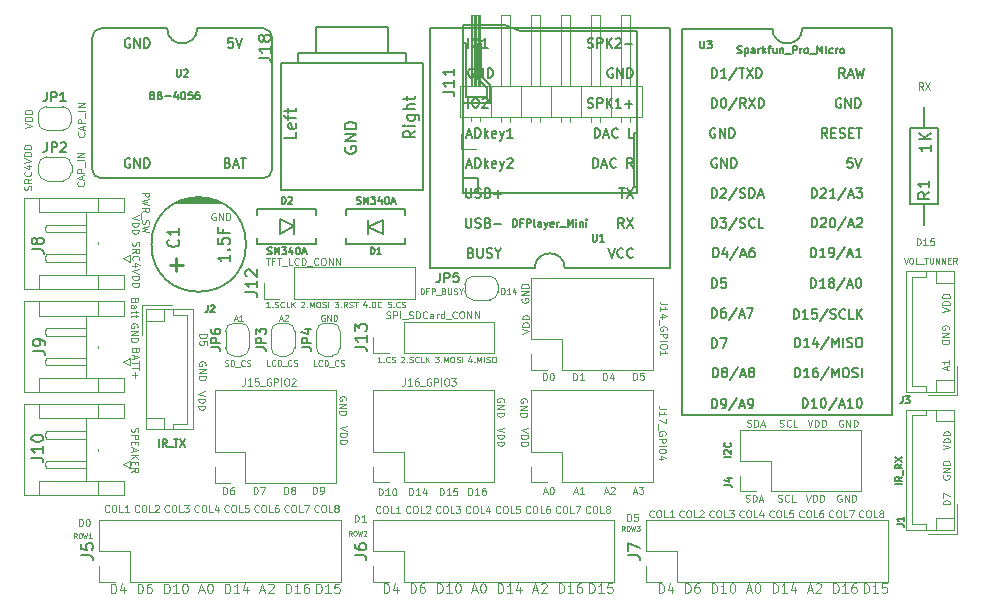
<source format=gbr>
%TF.GenerationSoftware,KiCad,Pcbnew,5.1.9*%
%TF.CreationDate,2021-04-20T15:21:45+08:00*%
%TF.ProjectId,HappyAAC-Type-A-2c,48617070-7941-4414-932d-547970652d41,2c*%
%TF.SameCoordinates,Original*%
%TF.FileFunction,Legend,Top*%
%TF.FilePolarity,Positive*%
%FSLAX46Y46*%
G04 Gerber Fmt 4.6, Leading zero omitted, Abs format (unit mm)*
G04 Created by KiCad (PCBNEW 5.1.9) date 2021-04-20 15:21:45*
%MOMM*%
%LPD*%
G01*
G04 APERTURE LIST*
%ADD10C,0.100000*%
%ADD11C,0.080000*%
%ADD12C,0.150000*%
%ADD13C,0.120000*%
%ADD14C,0.200000*%
%ADD15C,0.250000*%
%ADD16C,0.050000*%
G04 APERTURE END LIST*
D10*
X101018257Y-49540290D02*
X101018257Y-49040290D01*
X101137304Y-49040290D01*
X101208733Y-49064100D01*
X101256352Y-49111719D01*
X101280161Y-49159338D01*
X101303971Y-49254576D01*
X101303971Y-49326004D01*
X101280161Y-49421242D01*
X101256352Y-49468861D01*
X101208733Y-49516480D01*
X101137304Y-49540290D01*
X101018257Y-49540290D01*
X101780161Y-49540290D02*
X101494447Y-49540290D01*
X101637304Y-49540290D02*
X101637304Y-49040290D01*
X101589685Y-49111719D01*
X101542066Y-49159338D01*
X101494447Y-49183147D01*
X102208733Y-49206957D02*
X102208733Y-49540290D01*
X102089685Y-49016480D02*
X101970638Y-49373623D01*
X102280161Y-49373623D01*
X94173100Y-49565690D02*
X94173100Y-49065690D01*
X94292147Y-49065690D01*
X94363576Y-49089500D01*
X94411195Y-49137119D01*
X94435004Y-49184738D01*
X94458814Y-49279976D01*
X94458814Y-49351404D01*
X94435004Y-49446642D01*
X94411195Y-49494261D01*
X94363576Y-49541880D01*
X94292147Y-49565690D01*
X94173100Y-49565690D01*
X94839766Y-49303785D02*
X94673100Y-49303785D01*
X94673100Y-49565690D02*
X94673100Y-49065690D01*
X94911195Y-49065690D01*
X95101671Y-49565690D02*
X95101671Y-49065690D01*
X95292147Y-49065690D01*
X95339766Y-49089500D01*
X95363576Y-49113309D01*
X95387385Y-49160928D01*
X95387385Y-49232357D01*
X95363576Y-49279976D01*
X95339766Y-49303785D01*
X95292147Y-49327595D01*
X95101671Y-49327595D01*
X95482623Y-49613309D02*
X95863576Y-49613309D01*
X96149290Y-49303785D02*
X96220719Y-49327595D01*
X96244528Y-49351404D01*
X96268338Y-49399023D01*
X96268338Y-49470452D01*
X96244528Y-49518071D01*
X96220719Y-49541880D01*
X96173100Y-49565690D01*
X95982623Y-49565690D01*
X95982623Y-49065690D01*
X96149290Y-49065690D01*
X96196909Y-49089500D01*
X96220719Y-49113309D01*
X96244528Y-49160928D01*
X96244528Y-49208547D01*
X96220719Y-49256166D01*
X96196909Y-49279976D01*
X96149290Y-49303785D01*
X95982623Y-49303785D01*
X96482623Y-49065690D02*
X96482623Y-49470452D01*
X96506433Y-49518071D01*
X96530242Y-49541880D01*
X96577861Y-49565690D01*
X96673100Y-49565690D01*
X96720719Y-49541880D01*
X96744528Y-49518071D01*
X96768338Y-49470452D01*
X96768338Y-49065690D01*
X96982623Y-49541880D02*
X97054052Y-49565690D01*
X97173100Y-49565690D01*
X97220719Y-49541880D01*
X97244528Y-49518071D01*
X97268338Y-49470452D01*
X97268338Y-49422833D01*
X97244528Y-49375214D01*
X97220719Y-49351404D01*
X97173100Y-49327595D01*
X97077861Y-49303785D01*
X97030242Y-49279976D01*
X97006433Y-49256166D01*
X96982623Y-49208547D01*
X96982623Y-49160928D01*
X97006433Y-49113309D01*
X97030242Y-49089500D01*
X97077861Y-49065690D01*
X97196909Y-49065690D01*
X97268338Y-49089500D01*
X97577861Y-49327595D02*
X97577861Y-49565690D01*
X97411195Y-49065690D02*
X97577861Y-49327595D01*
X97744528Y-49065690D01*
X81411890Y-55623590D02*
X81173795Y-55623590D01*
X81173795Y-55123590D01*
X81864271Y-55575971D02*
X81840461Y-55599780D01*
X81769033Y-55623590D01*
X81721414Y-55623590D01*
X81649985Y-55599780D01*
X81602366Y-55552161D01*
X81578557Y-55504542D01*
X81554747Y-55409304D01*
X81554747Y-55337876D01*
X81578557Y-55242638D01*
X81602366Y-55195019D01*
X81649985Y-55147400D01*
X81721414Y-55123590D01*
X81769033Y-55123590D01*
X81840461Y-55147400D01*
X81864271Y-55171209D01*
X82078557Y-55623590D02*
X82078557Y-55123590D01*
X82197604Y-55123590D01*
X82269033Y-55147400D01*
X82316652Y-55195019D01*
X82340461Y-55242638D01*
X82364271Y-55337876D01*
X82364271Y-55409304D01*
X82340461Y-55504542D01*
X82316652Y-55552161D01*
X82269033Y-55599780D01*
X82197604Y-55623590D01*
X82078557Y-55623590D01*
X82459509Y-55671209D02*
X82840461Y-55671209D01*
X83245223Y-55575971D02*
X83221414Y-55599780D01*
X83149985Y-55623590D01*
X83102366Y-55623590D01*
X83030938Y-55599780D01*
X82983319Y-55552161D01*
X82959509Y-55504542D01*
X82935700Y-55409304D01*
X82935700Y-55337876D01*
X82959509Y-55242638D01*
X82983319Y-55195019D01*
X83030938Y-55147400D01*
X83102366Y-55123590D01*
X83149985Y-55123590D01*
X83221414Y-55147400D01*
X83245223Y-55171209D01*
X83435700Y-55599780D02*
X83507128Y-55623590D01*
X83626176Y-55623590D01*
X83673795Y-55599780D01*
X83697604Y-55575971D01*
X83721414Y-55528352D01*
X83721414Y-55480733D01*
X83697604Y-55433114D01*
X83673795Y-55409304D01*
X83626176Y-55385495D01*
X83530938Y-55361685D01*
X83483319Y-55337876D01*
X83459509Y-55314066D01*
X83435700Y-55266447D01*
X83435700Y-55218828D01*
X83459509Y-55171209D01*
X83483319Y-55147400D01*
X83530938Y-55123590D01*
X83649985Y-55123590D01*
X83721414Y-55147400D01*
X85374290Y-55648990D02*
X85136195Y-55648990D01*
X85136195Y-55148990D01*
X85826671Y-55601371D02*
X85802861Y-55625180D01*
X85731433Y-55648990D01*
X85683814Y-55648990D01*
X85612385Y-55625180D01*
X85564766Y-55577561D01*
X85540957Y-55529942D01*
X85517147Y-55434704D01*
X85517147Y-55363276D01*
X85540957Y-55268038D01*
X85564766Y-55220419D01*
X85612385Y-55172800D01*
X85683814Y-55148990D01*
X85731433Y-55148990D01*
X85802861Y-55172800D01*
X85826671Y-55196609D01*
X86040957Y-55648990D02*
X86040957Y-55148990D01*
X86160004Y-55148990D01*
X86231433Y-55172800D01*
X86279052Y-55220419D01*
X86302861Y-55268038D01*
X86326671Y-55363276D01*
X86326671Y-55434704D01*
X86302861Y-55529942D01*
X86279052Y-55577561D01*
X86231433Y-55625180D01*
X86160004Y-55648990D01*
X86040957Y-55648990D01*
X86421909Y-55696609D02*
X86802861Y-55696609D01*
X87207623Y-55601371D02*
X87183814Y-55625180D01*
X87112385Y-55648990D01*
X87064766Y-55648990D01*
X86993338Y-55625180D01*
X86945719Y-55577561D01*
X86921909Y-55529942D01*
X86898100Y-55434704D01*
X86898100Y-55363276D01*
X86921909Y-55268038D01*
X86945719Y-55220419D01*
X86993338Y-55172800D01*
X87064766Y-55148990D01*
X87112385Y-55148990D01*
X87183814Y-55172800D01*
X87207623Y-55196609D01*
X87398100Y-55625180D02*
X87469528Y-55648990D01*
X87588576Y-55648990D01*
X87636195Y-55625180D01*
X87660004Y-55601371D01*
X87683814Y-55553752D01*
X87683814Y-55506133D01*
X87660004Y-55458514D01*
X87636195Y-55434704D01*
X87588576Y-55410895D01*
X87493338Y-55387085D01*
X87445719Y-55363276D01*
X87421909Y-55339466D01*
X87398100Y-55291847D01*
X87398100Y-55244228D01*
X87421909Y-55196609D01*
X87445719Y-55172800D01*
X87493338Y-55148990D01*
X87612385Y-55148990D01*
X87683814Y-55172800D01*
X86042547Y-51337400D02*
X85994928Y-51313590D01*
X85923500Y-51313590D01*
X85852071Y-51337400D01*
X85804452Y-51385019D01*
X85780642Y-51432638D01*
X85756833Y-51527876D01*
X85756833Y-51599304D01*
X85780642Y-51694542D01*
X85804452Y-51742161D01*
X85852071Y-51789780D01*
X85923500Y-51813590D01*
X85971119Y-51813590D01*
X86042547Y-51789780D01*
X86066357Y-51765971D01*
X86066357Y-51599304D01*
X85971119Y-51599304D01*
X86280642Y-51813590D02*
X86280642Y-51313590D01*
X86566357Y-51813590D01*
X86566357Y-51313590D01*
X86804452Y-51813590D02*
X86804452Y-51313590D01*
X86923500Y-51313590D01*
X86994928Y-51337400D01*
X87042547Y-51385019D01*
X87066357Y-51432638D01*
X87090166Y-51527876D01*
X87090166Y-51599304D01*
X87066357Y-51694542D01*
X87042547Y-51742161D01*
X86994928Y-51789780D01*
X86923500Y-51813590D01*
X86804452Y-51813590D01*
X82230957Y-51670733D02*
X82469052Y-51670733D01*
X82183338Y-51813590D02*
X82350004Y-51313590D01*
X82516671Y-51813590D01*
X82659528Y-51361209D02*
X82683338Y-51337400D01*
X82730957Y-51313590D01*
X82850004Y-51313590D01*
X82897623Y-51337400D01*
X82921433Y-51361209D01*
X82945242Y-51408828D01*
X82945242Y-51456447D01*
X82921433Y-51527876D01*
X82635719Y-51813590D01*
X82945242Y-51813590D01*
X77617771Y-55625180D02*
X77689200Y-55648990D01*
X77808247Y-55648990D01*
X77855866Y-55625180D01*
X77879676Y-55601371D01*
X77903485Y-55553752D01*
X77903485Y-55506133D01*
X77879676Y-55458514D01*
X77855866Y-55434704D01*
X77808247Y-55410895D01*
X77713009Y-55387085D01*
X77665390Y-55363276D01*
X77641580Y-55339466D01*
X77617771Y-55291847D01*
X77617771Y-55244228D01*
X77641580Y-55196609D01*
X77665390Y-55172800D01*
X77713009Y-55148990D01*
X77832057Y-55148990D01*
X77903485Y-55172800D01*
X78117771Y-55648990D02*
X78117771Y-55148990D01*
X78236819Y-55148990D01*
X78308247Y-55172800D01*
X78355866Y-55220419D01*
X78379676Y-55268038D01*
X78403485Y-55363276D01*
X78403485Y-55434704D01*
X78379676Y-55529942D01*
X78355866Y-55577561D01*
X78308247Y-55625180D01*
X78236819Y-55648990D01*
X78117771Y-55648990D01*
X78498723Y-55696609D02*
X78879676Y-55696609D01*
X79284438Y-55601371D02*
X79260628Y-55625180D01*
X79189200Y-55648990D01*
X79141580Y-55648990D01*
X79070152Y-55625180D01*
X79022533Y-55577561D01*
X78998723Y-55529942D01*
X78974914Y-55434704D01*
X78974914Y-55363276D01*
X78998723Y-55268038D01*
X79022533Y-55220419D01*
X79070152Y-55172800D01*
X79141580Y-55148990D01*
X79189200Y-55148990D01*
X79260628Y-55172800D01*
X79284438Y-55196609D01*
X79474914Y-55625180D02*
X79546342Y-55648990D01*
X79665390Y-55648990D01*
X79713009Y-55625180D01*
X79736819Y-55601371D01*
X79760628Y-55553752D01*
X79760628Y-55506133D01*
X79736819Y-55458514D01*
X79713009Y-55434704D01*
X79665390Y-55410895D01*
X79570152Y-55387085D01*
X79522533Y-55363276D01*
X79498723Y-55339466D01*
X79474914Y-55291847D01*
X79474914Y-55244228D01*
X79498723Y-55196609D01*
X79522533Y-55172800D01*
X79570152Y-55148990D01*
X79689200Y-55148990D01*
X79760628Y-55172800D01*
X78395557Y-51670733D02*
X78633652Y-51670733D01*
X78347938Y-51813590D02*
X78514604Y-51313590D01*
X78681271Y-51813590D01*
X79109842Y-51813590D02*
X78824128Y-51813590D01*
X78966985Y-51813590D02*
X78966985Y-51313590D01*
X78919366Y-51385019D01*
X78871747Y-51432638D01*
X78824128Y-51456447D01*
X95386652Y-54844190D02*
X95696176Y-54844190D01*
X95529509Y-55034666D01*
X95600938Y-55034666D01*
X95648557Y-55058476D01*
X95672367Y-55082285D01*
X95696176Y-55129904D01*
X95696176Y-55248952D01*
X95672367Y-55296571D01*
X95648557Y-55320380D01*
X95600938Y-55344190D01*
X95458081Y-55344190D01*
X95410462Y-55320380D01*
X95386652Y-55296571D01*
X95910462Y-55296571D02*
X95934271Y-55320380D01*
X95910462Y-55344190D01*
X95886652Y-55320380D01*
X95910462Y-55296571D01*
X95910462Y-55344190D01*
X96148557Y-55344190D02*
X96148557Y-54844190D01*
X96315224Y-55201333D01*
X96481890Y-54844190D01*
X96481890Y-55344190D01*
X96815224Y-54844190D02*
X96910462Y-54844190D01*
X96958081Y-54868000D01*
X97005700Y-54915619D01*
X97029509Y-55010857D01*
X97029509Y-55177523D01*
X97005700Y-55272761D01*
X96958081Y-55320380D01*
X96910462Y-55344190D01*
X96815224Y-55344190D01*
X96767605Y-55320380D01*
X96719986Y-55272761D01*
X96696176Y-55177523D01*
X96696176Y-55010857D01*
X96719986Y-54915619D01*
X96767605Y-54868000D01*
X96815224Y-54844190D01*
X97219986Y-55320380D02*
X97291414Y-55344190D01*
X97410462Y-55344190D01*
X97458081Y-55320380D01*
X97481890Y-55296571D01*
X97505700Y-55248952D01*
X97505700Y-55201333D01*
X97481890Y-55153714D01*
X97458081Y-55129904D01*
X97410462Y-55106095D01*
X97315224Y-55082285D01*
X97267605Y-55058476D01*
X97243795Y-55034666D01*
X97219986Y-54987047D01*
X97219986Y-54939428D01*
X97243795Y-54891809D01*
X97267605Y-54868000D01*
X97315224Y-54844190D01*
X97434271Y-54844190D01*
X97505700Y-54868000D01*
X97719986Y-55344190D02*
X97719986Y-54844190D01*
X92521650Y-54891809D02*
X92545459Y-54868000D01*
X92593078Y-54844190D01*
X92712126Y-54844190D01*
X92759745Y-54868000D01*
X92783554Y-54891809D01*
X92807364Y-54939428D01*
X92807364Y-54987047D01*
X92783554Y-55058476D01*
X92497840Y-55344190D01*
X92807364Y-55344190D01*
X93021650Y-55296571D02*
X93045459Y-55320380D01*
X93021650Y-55344190D01*
X92997840Y-55320380D01*
X93021650Y-55296571D01*
X93021650Y-55344190D01*
X93235935Y-55320380D02*
X93307364Y-55344190D01*
X93426411Y-55344190D01*
X93474031Y-55320380D01*
X93497840Y-55296571D01*
X93521650Y-55248952D01*
X93521650Y-55201333D01*
X93497840Y-55153714D01*
X93474031Y-55129904D01*
X93426411Y-55106095D01*
X93331173Y-55082285D01*
X93283554Y-55058476D01*
X93259745Y-55034666D01*
X93235935Y-54987047D01*
X93235935Y-54939428D01*
X93259745Y-54891809D01*
X93283554Y-54868000D01*
X93331173Y-54844190D01*
X93450221Y-54844190D01*
X93521650Y-54868000D01*
X94021650Y-55296571D02*
X93997840Y-55320380D01*
X93926411Y-55344190D01*
X93878792Y-55344190D01*
X93807364Y-55320380D01*
X93759745Y-55272761D01*
X93735935Y-55225142D01*
X93712126Y-55129904D01*
X93712126Y-55058476D01*
X93735935Y-54963238D01*
X93759745Y-54915619D01*
X93807364Y-54868000D01*
X93878792Y-54844190D01*
X93926411Y-54844190D01*
X93997840Y-54868000D01*
X94021650Y-54891809D01*
X94474031Y-55344190D02*
X94235935Y-55344190D01*
X94235935Y-54844190D01*
X94640697Y-55344190D02*
X94640697Y-54844190D01*
X94926411Y-55344190D02*
X94712126Y-55058476D01*
X94926411Y-54844190D02*
X94640697Y-55129904D01*
X98465941Y-55010857D02*
X98465941Y-55344190D01*
X98346893Y-54820380D02*
X98227846Y-55177523D01*
X98537370Y-55177523D01*
X98727846Y-55296571D02*
X98751655Y-55320380D01*
X98727846Y-55344190D01*
X98704036Y-55320380D01*
X98727846Y-55296571D01*
X98727846Y-55344190D01*
X98965941Y-55344190D02*
X98965941Y-54844190D01*
X99132608Y-55201333D01*
X99299274Y-54844190D01*
X99299274Y-55344190D01*
X99537370Y-55344190D02*
X99537370Y-54844190D01*
X99751655Y-55320380D02*
X99823084Y-55344190D01*
X99942132Y-55344190D01*
X99989751Y-55320380D01*
X100013560Y-55296571D01*
X100037370Y-55248952D01*
X100037370Y-55201333D01*
X100013560Y-55153714D01*
X99989751Y-55129904D01*
X99942132Y-55106095D01*
X99846893Y-55082285D01*
X99799274Y-55058476D01*
X99775465Y-55034666D01*
X99751655Y-54987047D01*
X99751655Y-54939428D01*
X99775465Y-54891809D01*
X99799274Y-54868000D01*
X99846893Y-54844190D01*
X99965941Y-54844190D01*
X100037370Y-54868000D01*
X100346893Y-54844190D02*
X100442132Y-54844190D01*
X100489751Y-54868000D01*
X100537370Y-54915619D01*
X100561179Y-55010857D01*
X100561179Y-55177523D01*
X100537370Y-55272761D01*
X100489751Y-55320380D01*
X100442132Y-55344190D01*
X100346893Y-55344190D01*
X100299274Y-55320380D01*
X100251655Y-55272761D01*
X100227846Y-55177523D01*
X100227846Y-55010857D01*
X100251655Y-54915619D01*
X100299274Y-54868000D01*
X100346893Y-54844190D01*
X90823314Y-55344190D02*
X90537600Y-55344190D01*
X90680457Y-55344190D02*
X90680457Y-54844190D01*
X90632838Y-54915619D01*
X90585219Y-54963238D01*
X90537600Y-54987047D01*
X91037600Y-55296571D02*
X91061409Y-55320380D01*
X91037600Y-55344190D01*
X91013790Y-55320380D01*
X91037600Y-55296571D01*
X91037600Y-55344190D01*
X91561409Y-55296571D02*
X91537600Y-55320380D01*
X91466171Y-55344190D01*
X91418552Y-55344190D01*
X91347123Y-55320380D01*
X91299504Y-55272761D01*
X91275695Y-55225142D01*
X91251885Y-55129904D01*
X91251885Y-55058476D01*
X91275695Y-54963238D01*
X91299504Y-54915619D01*
X91347123Y-54868000D01*
X91418552Y-54844190D01*
X91466171Y-54844190D01*
X91537600Y-54868000D01*
X91561409Y-54891809D01*
X91751885Y-55320380D02*
X91823314Y-55344190D01*
X91942361Y-55344190D01*
X91989980Y-55320380D01*
X92013790Y-55296571D01*
X92037600Y-55248952D01*
X92037600Y-55201333D01*
X92013790Y-55153714D01*
X91989980Y-55129904D01*
X91942361Y-55106095D01*
X91847123Y-55082285D01*
X91799504Y-55058476D01*
X91775695Y-55034666D01*
X91751885Y-54987047D01*
X91751885Y-54939428D01*
X91775695Y-54891809D01*
X91799504Y-54868000D01*
X91847123Y-54844190D01*
X91966171Y-54844190D01*
X92037600Y-54868000D01*
X121839128Y-60748197D02*
X121924842Y-60776768D01*
X122067700Y-60776768D01*
X122124842Y-60748197D01*
X122153414Y-60719625D01*
X122181985Y-60662482D01*
X122181985Y-60605340D01*
X122153414Y-60548197D01*
X122124842Y-60519625D01*
X122067700Y-60491054D01*
X121953414Y-60462482D01*
X121896271Y-60433911D01*
X121867700Y-60405340D01*
X121839128Y-60348197D01*
X121839128Y-60291054D01*
X121867700Y-60233911D01*
X121896271Y-60205340D01*
X121953414Y-60176768D01*
X122096271Y-60176768D01*
X122181985Y-60205340D01*
X122439128Y-60776768D02*
X122439128Y-60176768D01*
X122581985Y-60176768D01*
X122667700Y-60205340D01*
X122724842Y-60262482D01*
X122753414Y-60319625D01*
X122781985Y-60433911D01*
X122781985Y-60519625D01*
X122753414Y-60633911D01*
X122724842Y-60691054D01*
X122667700Y-60748197D01*
X122581985Y-60776768D01*
X122439128Y-60776768D01*
X123010557Y-60605340D02*
X123296271Y-60605340D01*
X122953414Y-60776768D02*
X123153414Y-60176768D01*
X123353414Y-60776768D01*
X124586454Y-60748197D02*
X124672168Y-60776768D01*
X124815025Y-60776768D01*
X124872168Y-60748197D01*
X124900740Y-60719625D01*
X124929311Y-60662482D01*
X124929311Y-60605340D01*
X124900740Y-60548197D01*
X124872168Y-60519625D01*
X124815025Y-60491054D01*
X124700740Y-60462482D01*
X124643597Y-60433911D01*
X124615025Y-60405340D01*
X124586454Y-60348197D01*
X124586454Y-60291054D01*
X124615025Y-60233911D01*
X124643597Y-60205340D01*
X124700740Y-60176768D01*
X124843597Y-60176768D01*
X124929311Y-60205340D01*
X125529311Y-60719625D02*
X125500740Y-60748197D01*
X125415025Y-60776768D01*
X125357882Y-60776768D01*
X125272168Y-60748197D01*
X125215025Y-60691054D01*
X125186454Y-60633911D01*
X125157882Y-60519625D01*
X125157882Y-60433911D01*
X125186454Y-60319625D01*
X125215025Y-60262482D01*
X125272168Y-60205340D01*
X125357882Y-60176768D01*
X125415025Y-60176768D01*
X125500740Y-60205340D01*
X125529311Y-60233911D01*
X126072168Y-60776768D02*
X125786454Y-60776768D01*
X125786454Y-60176768D01*
X126949300Y-60176768D02*
X127149300Y-60776768D01*
X127349300Y-60176768D01*
X127549300Y-60776768D02*
X127549300Y-60176768D01*
X127692157Y-60176768D01*
X127777871Y-60205340D01*
X127835014Y-60262482D01*
X127863585Y-60319625D01*
X127892157Y-60433911D01*
X127892157Y-60519625D01*
X127863585Y-60633911D01*
X127835014Y-60691054D01*
X127777871Y-60748197D01*
X127692157Y-60776768D01*
X127549300Y-60776768D01*
X128149300Y-60776768D02*
X128149300Y-60176768D01*
X128292157Y-60176768D01*
X128377871Y-60205340D01*
X128435014Y-60262482D01*
X128463585Y-60319625D01*
X128492157Y-60433911D01*
X128492157Y-60519625D01*
X128463585Y-60633911D01*
X128435014Y-60691054D01*
X128377871Y-60748197D01*
X128292157Y-60776768D01*
X128149300Y-60776768D01*
X129938837Y-60205340D02*
X129881694Y-60176768D01*
X129795980Y-60176768D01*
X129710265Y-60205340D01*
X129653122Y-60262482D01*
X129624551Y-60319625D01*
X129595980Y-60433911D01*
X129595980Y-60519625D01*
X129624551Y-60633911D01*
X129653122Y-60691054D01*
X129710265Y-60748197D01*
X129795980Y-60776768D01*
X129853122Y-60776768D01*
X129938837Y-60748197D01*
X129967408Y-60719625D01*
X129967408Y-60519625D01*
X129853122Y-60519625D01*
X130224551Y-60776768D02*
X130224551Y-60176768D01*
X130567408Y-60776768D01*
X130567408Y-60176768D01*
X130853122Y-60776768D02*
X130853122Y-60176768D01*
X130995980Y-60176768D01*
X131081694Y-60205340D01*
X131138837Y-60262482D01*
X131167408Y-60319625D01*
X131195980Y-60433911D01*
X131195980Y-60519625D01*
X131167408Y-60633911D01*
X131138837Y-60691054D01*
X131081694Y-60748197D01*
X130995980Y-60776768D01*
X130853122Y-60776768D01*
X91650404Y-50183290D02*
X91412309Y-50183290D01*
X91388500Y-50421385D01*
X91412309Y-50397576D01*
X91459928Y-50373766D01*
X91578976Y-50373766D01*
X91626595Y-50397576D01*
X91650404Y-50421385D01*
X91674214Y-50469004D01*
X91674214Y-50588052D01*
X91650404Y-50635671D01*
X91626595Y-50659480D01*
X91578976Y-50683290D01*
X91459928Y-50683290D01*
X91412309Y-50659480D01*
X91388500Y-50635671D01*
X91888500Y-50635671D02*
X91912309Y-50659480D01*
X91888500Y-50683290D01*
X91864690Y-50659480D01*
X91888500Y-50635671D01*
X91888500Y-50683290D01*
X92412309Y-50635671D02*
X92388500Y-50659480D01*
X92317071Y-50683290D01*
X92269452Y-50683290D01*
X92198023Y-50659480D01*
X92150404Y-50611861D01*
X92126595Y-50564242D01*
X92102785Y-50469004D01*
X92102785Y-50397576D01*
X92126595Y-50302338D01*
X92150404Y-50254719D01*
X92198023Y-50207100D01*
X92269452Y-50183290D01*
X92317071Y-50183290D01*
X92388500Y-50207100D01*
X92412309Y-50230909D01*
X92602785Y-50659480D02*
X92674214Y-50683290D01*
X92793261Y-50683290D01*
X92840880Y-50659480D01*
X92864690Y-50635671D01*
X92888500Y-50588052D01*
X92888500Y-50540433D01*
X92864690Y-50492814D01*
X92840880Y-50469004D01*
X92793261Y-50445195D01*
X92698023Y-50421385D01*
X92650404Y-50397576D01*
X92626595Y-50373766D01*
X92602785Y-50326147D01*
X92602785Y-50278528D01*
X92626595Y-50230909D01*
X92650404Y-50207100D01*
X92698023Y-50183290D01*
X92817071Y-50183290D01*
X92888500Y-50207100D01*
X89571128Y-50349957D02*
X89571128Y-50683290D01*
X89452080Y-50159480D02*
X89333033Y-50516623D01*
X89642557Y-50516623D01*
X89833033Y-50635671D02*
X89856842Y-50659480D01*
X89833033Y-50683290D01*
X89809223Y-50659480D01*
X89833033Y-50635671D01*
X89833033Y-50683290D01*
X90071128Y-50683290D02*
X90071128Y-50183290D01*
X90190176Y-50183290D01*
X90261604Y-50207100D01*
X90309223Y-50254719D01*
X90333033Y-50302338D01*
X90356842Y-50397576D01*
X90356842Y-50469004D01*
X90333033Y-50564242D01*
X90309223Y-50611861D01*
X90261604Y-50659480D01*
X90190176Y-50683290D01*
X90071128Y-50683290D01*
X90856842Y-50635671D02*
X90833033Y-50659480D01*
X90761604Y-50683290D01*
X90713985Y-50683290D01*
X90642557Y-50659480D01*
X90594938Y-50611861D01*
X90571128Y-50564242D01*
X90547318Y-50469004D01*
X90547318Y-50397576D01*
X90571128Y-50302338D01*
X90594938Y-50254719D01*
X90642557Y-50207100D01*
X90713985Y-50183290D01*
X90761604Y-50183290D01*
X90833033Y-50207100D01*
X90856842Y-50230909D01*
X86896615Y-50183290D02*
X87206139Y-50183290D01*
X87039472Y-50373766D01*
X87110901Y-50373766D01*
X87158520Y-50397576D01*
X87182329Y-50421385D01*
X87206139Y-50469004D01*
X87206139Y-50588052D01*
X87182329Y-50635671D01*
X87158520Y-50659480D01*
X87110901Y-50683290D01*
X86968043Y-50683290D01*
X86920424Y-50659480D01*
X86896615Y-50635671D01*
X87420424Y-50635671D02*
X87444234Y-50659480D01*
X87420424Y-50683290D01*
X87396615Y-50659480D01*
X87420424Y-50635671D01*
X87420424Y-50683290D01*
X87944234Y-50683290D02*
X87777567Y-50445195D01*
X87658520Y-50683290D02*
X87658520Y-50183290D01*
X87848996Y-50183290D01*
X87896615Y-50207100D01*
X87920424Y-50230909D01*
X87944234Y-50278528D01*
X87944234Y-50349957D01*
X87920424Y-50397576D01*
X87896615Y-50421385D01*
X87848996Y-50445195D01*
X87658520Y-50445195D01*
X88134710Y-50659480D02*
X88206139Y-50683290D01*
X88325186Y-50683290D01*
X88372805Y-50659480D01*
X88396615Y-50635671D01*
X88420424Y-50588052D01*
X88420424Y-50540433D01*
X88396615Y-50492814D01*
X88372805Y-50469004D01*
X88325186Y-50445195D01*
X88229948Y-50421385D01*
X88182329Y-50397576D01*
X88158520Y-50373766D01*
X88134710Y-50326147D01*
X88134710Y-50278528D01*
X88158520Y-50230909D01*
X88182329Y-50207100D01*
X88229948Y-50183290D01*
X88348996Y-50183290D01*
X88420424Y-50207100D01*
X88563281Y-50183290D02*
X88848996Y-50183290D01*
X88706139Y-50683290D02*
X88706139Y-50183290D01*
X84055436Y-50230909D02*
X84079245Y-50207100D01*
X84126864Y-50183290D01*
X84245912Y-50183290D01*
X84293531Y-50207100D01*
X84317341Y-50230909D01*
X84341150Y-50278528D01*
X84341150Y-50326147D01*
X84317341Y-50397576D01*
X84031626Y-50683290D01*
X84341150Y-50683290D01*
X84555436Y-50635671D02*
X84579245Y-50659480D01*
X84555436Y-50683290D01*
X84531626Y-50659480D01*
X84555436Y-50635671D01*
X84555436Y-50683290D01*
X84793531Y-50683290D02*
X84793531Y-50183290D01*
X84960198Y-50540433D01*
X85126864Y-50183290D01*
X85126864Y-50683290D01*
X85460198Y-50183290D02*
X85555436Y-50183290D01*
X85603055Y-50207100D01*
X85650674Y-50254719D01*
X85674483Y-50349957D01*
X85674483Y-50516623D01*
X85650674Y-50611861D01*
X85603055Y-50659480D01*
X85555436Y-50683290D01*
X85460198Y-50683290D01*
X85412579Y-50659480D01*
X85364960Y-50611861D01*
X85341150Y-50516623D01*
X85341150Y-50349957D01*
X85364960Y-50254719D01*
X85412579Y-50207100D01*
X85460198Y-50183290D01*
X85864960Y-50659480D02*
X85936388Y-50683290D01*
X86055436Y-50683290D01*
X86103055Y-50659480D01*
X86126864Y-50635671D01*
X86150674Y-50588052D01*
X86150674Y-50540433D01*
X86126864Y-50492814D01*
X86103055Y-50469004D01*
X86055436Y-50445195D01*
X85960198Y-50421385D01*
X85912579Y-50397576D01*
X85888769Y-50373766D01*
X85864960Y-50326147D01*
X85864960Y-50278528D01*
X85888769Y-50230909D01*
X85912579Y-50207100D01*
X85960198Y-50183290D01*
X86079245Y-50183290D01*
X86150674Y-50207100D01*
X86364960Y-50683290D02*
X86364960Y-50183290D01*
X81404733Y-50683290D02*
X81119019Y-50683290D01*
X81261876Y-50683290D02*
X81261876Y-50183290D01*
X81214257Y-50254719D01*
X81166638Y-50302338D01*
X81119019Y-50326147D01*
X81619019Y-50635671D02*
X81642828Y-50659480D01*
X81619019Y-50683290D01*
X81595209Y-50659480D01*
X81619019Y-50635671D01*
X81619019Y-50683290D01*
X81833304Y-50659480D02*
X81904733Y-50683290D01*
X82023780Y-50683290D01*
X82071400Y-50659480D01*
X82095209Y-50635671D01*
X82119019Y-50588052D01*
X82119019Y-50540433D01*
X82095209Y-50492814D01*
X82071400Y-50469004D01*
X82023780Y-50445195D01*
X81928542Y-50421385D01*
X81880923Y-50397576D01*
X81857114Y-50373766D01*
X81833304Y-50326147D01*
X81833304Y-50278528D01*
X81857114Y-50230909D01*
X81880923Y-50207100D01*
X81928542Y-50183290D01*
X82047590Y-50183290D01*
X82119019Y-50207100D01*
X82619019Y-50635671D02*
X82595209Y-50659480D01*
X82523780Y-50683290D01*
X82476161Y-50683290D01*
X82404733Y-50659480D01*
X82357114Y-50611861D01*
X82333304Y-50564242D01*
X82309495Y-50469004D01*
X82309495Y-50397576D01*
X82333304Y-50302338D01*
X82357114Y-50254719D01*
X82404733Y-50207100D01*
X82476161Y-50183290D01*
X82523780Y-50183290D01*
X82595209Y-50207100D01*
X82619019Y-50230909D01*
X83071400Y-50683290D02*
X82833304Y-50683290D01*
X82833304Y-50183290D01*
X83238066Y-50683290D02*
X83238066Y-50183290D01*
X83523780Y-50683290D02*
X83309495Y-50397576D01*
X83523780Y-50183290D02*
X83238066Y-50469004D01*
X91270628Y-51588957D02*
X91356342Y-51617528D01*
X91499200Y-51617528D01*
X91556342Y-51588957D01*
X91584914Y-51560385D01*
X91613485Y-51503242D01*
X91613485Y-51446100D01*
X91584914Y-51388957D01*
X91556342Y-51360385D01*
X91499200Y-51331814D01*
X91384914Y-51303242D01*
X91327771Y-51274671D01*
X91299200Y-51246100D01*
X91270628Y-51188957D01*
X91270628Y-51131814D01*
X91299200Y-51074671D01*
X91327771Y-51046100D01*
X91384914Y-51017528D01*
X91527771Y-51017528D01*
X91613485Y-51046100D01*
X91870628Y-51617528D02*
X91870628Y-51017528D01*
X92099200Y-51017528D01*
X92156342Y-51046100D01*
X92184914Y-51074671D01*
X92213485Y-51131814D01*
X92213485Y-51217528D01*
X92184914Y-51274671D01*
X92156342Y-51303242D01*
X92099200Y-51331814D01*
X91870628Y-51331814D01*
X92470628Y-51617528D02*
X92470628Y-51017528D01*
X92613485Y-51674671D02*
X93070628Y-51674671D01*
X93184914Y-51588957D02*
X93270628Y-51617528D01*
X93413485Y-51617528D01*
X93470628Y-51588957D01*
X93499200Y-51560385D01*
X93527771Y-51503242D01*
X93527771Y-51446100D01*
X93499200Y-51388957D01*
X93470628Y-51360385D01*
X93413485Y-51331814D01*
X93299200Y-51303242D01*
X93242057Y-51274671D01*
X93213485Y-51246100D01*
X93184914Y-51188957D01*
X93184914Y-51131814D01*
X93213485Y-51074671D01*
X93242057Y-51046100D01*
X93299200Y-51017528D01*
X93442057Y-51017528D01*
X93527771Y-51046100D01*
X93784914Y-51617528D02*
X93784914Y-51017528D01*
X93927771Y-51017528D01*
X94013485Y-51046100D01*
X94070628Y-51103242D01*
X94099200Y-51160385D01*
X94127771Y-51274671D01*
X94127771Y-51360385D01*
X94099200Y-51474671D01*
X94070628Y-51531814D01*
X94013485Y-51588957D01*
X93927771Y-51617528D01*
X93784914Y-51617528D01*
X94727771Y-51560385D02*
X94699200Y-51588957D01*
X94613485Y-51617528D01*
X94556342Y-51617528D01*
X94470628Y-51588957D01*
X94413485Y-51531814D01*
X94384914Y-51474671D01*
X94356342Y-51360385D01*
X94356342Y-51274671D01*
X94384914Y-51160385D01*
X94413485Y-51103242D01*
X94470628Y-51046100D01*
X94556342Y-51017528D01*
X94613485Y-51017528D01*
X94699200Y-51046100D01*
X94727771Y-51074671D01*
X95242057Y-51617528D02*
X95242057Y-51303242D01*
X95213485Y-51246100D01*
X95156342Y-51217528D01*
X95042057Y-51217528D01*
X94984914Y-51246100D01*
X95242057Y-51588957D02*
X95184914Y-51617528D01*
X95042057Y-51617528D01*
X94984914Y-51588957D01*
X94956342Y-51531814D01*
X94956342Y-51474671D01*
X94984914Y-51417528D01*
X95042057Y-51388957D01*
X95184914Y-51388957D01*
X95242057Y-51360385D01*
X95527771Y-51617528D02*
X95527771Y-51217528D01*
X95527771Y-51331814D02*
X95556342Y-51274671D01*
X95584914Y-51246100D01*
X95642057Y-51217528D01*
X95699200Y-51217528D01*
X96156342Y-51617528D02*
X96156342Y-51017528D01*
X96156342Y-51588957D02*
X96099200Y-51617528D01*
X95984914Y-51617528D01*
X95927771Y-51588957D01*
X95899200Y-51560385D01*
X95870628Y-51503242D01*
X95870628Y-51331814D01*
X95899200Y-51274671D01*
X95927771Y-51246100D01*
X95984914Y-51217528D01*
X96099200Y-51217528D01*
X96156342Y-51246100D01*
X96299200Y-51674671D02*
X96756342Y-51674671D01*
X97242057Y-51560385D02*
X97213485Y-51588957D01*
X97127771Y-51617528D01*
X97070628Y-51617528D01*
X96984914Y-51588957D01*
X96927771Y-51531814D01*
X96899200Y-51474671D01*
X96870628Y-51360385D01*
X96870628Y-51274671D01*
X96899200Y-51160385D01*
X96927771Y-51103242D01*
X96984914Y-51046100D01*
X97070628Y-51017528D01*
X97127771Y-51017528D01*
X97213485Y-51046100D01*
X97242057Y-51074671D01*
X97613485Y-51017528D02*
X97727771Y-51017528D01*
X97784914Y-51046100D01*
X97842057Y-51103242D01*
X97870628Y-51217528D01*
X97870628Y-51417528D01*
X97842057Y-51531814D01*
X97784914Y-51588957D01*
X97727771Y-51617528D01*
X97613485Y-51617528D01*
X97556342Y-51588957D01*
X97499200Y-51531814D01*
X97470628Y-51417528D01*
X97470628Y-51217528D01*
X97499200Y-51103242D01*
X97556342Y-51046100D01*
X97613485Y-51017528D01*
X98127771Y-51617528D02*
X98127771Y-51017528D01*
X98470628Y-51617528D01*
X98470628Y-51017528D01*
X98756342Y-51617528D02*
X98756342Y-51017528D01*
X99099200Y-51617528D01*
X99099200Y-51017528D01*
X81051800Y-46483628D02*
X81394657Y-46483628D01*
X81223228Y-47083628D02*
X81223228Y-46483628D01*
X81794657Y-46769342D02*
X81594657Y-46769342D01*
X81594657Y-47083628D02*
X81594657Y-46483628D01*
X81880371Y-46483628D01*
X82023228Y-46483628D02*
X82366085Y-46483628D01*
X82194657Y-47083628D02*
X82194657Y-46483628D01*
X82423228Y-47140771D02*
X82880371Y-47140771D01*
X83308942Y-47083628D02*
X83023228Y-47083628D01*
X83023228Y-46483628D01*
X83851800Y-47026485D02*
X83823228Y-47055057D01*
X83737514Y-47083628D01*
X83680371Y-47083628D01*
X83594657Y-47055057D01*
X83537514Y-46997914D01*
X83508942Y-46940771D01*
X83480371Y-46826485D01*
X83480371Y-46740771D01*
X83508942Y-46626485D01*
X83537514Y-46569342D01*
X83594657Y-46512200D01*
X83680371Y-46483628D01*
X83737514Y-46483628D01*
X83823228Y-46512200D01*
X83851800Y-46540771D01*
X84108942Y-47083628D02*
X84108942Y-46483628D01*
X84251800Y-46483628D01*
X84337514Y-46512200D01*
X84394657Y-46569342D01*
X84423228Y-46626485D01*
X84451800Y-46740771D01*
X84451800Y-46826485D01*
X84423228Y-46940771D01*
X84394657Y-46997914D01*
X84337514Y-47055057D01*
X84251800Y-47083628D01*
X84108942Y-47083628D01*
X84566085Y-47140771D02*
X85023228Y-47140771D01*
X85508942Y-47026485D02*
X85480371Y-47055057D01*
X85394657Y-47083628D01*
X85337514Y-47083628D01*
X85251800Y-47055057D01*
X85194657Y-46997914D01*
X85166085Y-46940771D01*
X85137514Y-46826485D01*
X85137514Y-46740771D01*
X85166085Y-46626485D01*
X85194657Y-46569342D01*
X85251800Y-46512200D01*
X85337514Y-46483628D01*
X85394657Y-46483628D01*
X85480371Y-46512200D01*
X85508942Y-46540771D01*
X85880371Y-46483628D02*
X85994657Y-46483628D01*
X86051800Y-46512200D01*
X86108942Y-46569342D01*
X86137514Y-46683628D01*
X86137514Y-46883628D01*
X86108942Y-46997914D01*
X86051800Y-47055057D01*
X85994657Y-47083628D01*
X85880371Y-47083628D01*
X85823228Y-47055057D01*
X85766085Y-46997914D01*
X85737514Y-46883628D01*
X85737514Y-46683628D01*
X85766085Y-46569342D01*
X85823228Y-46512200D01*
X85880371Y-46483628D01*
X86394657Y-47083628D02*
X86394657Y-46483628D01*
X86737514Y-47083628D01*
X86737514Y-46483628D01*
X87023228Y-47083628D02*
X87023228Y-46483628D01*
X87366085Y-47083628D01*
X87366085Y-46483628D01*
D11*
X77608927Y-74862644D02*
X77608927Y-74062644D01*
X77799403Y-74062644D01*
X77913689Y-74100740D01*
X77989879Y-74176930D01*
X78027975Y-74253120D01*
X78066070Y-74405501D01*
X78066070Y-74519787D01*
X78027975Y-74672168D01*
X77989879Y-74748359D01*
X77913689Y-74824549D01*
X77799403Y-74862644D01*
X77608927Y-74862644D01*
X78827975Y-74862644D02*
X78370832Y-74862644D01*
X78599403Y-74862644D02*
X78599403Y-74062644D01*
X78523213Y-74176930D01*
X78447022Y-74253120D01*
X78370832Y-74291216D01*
X79513689Y-74329311D02*
X79513689Y-74862644D01*
X79323213Y-74024549D02*
X79132736Y-74595978D01*
X79627975Y-74595978D01*
X72461446Y-74862644D02*
X72461446Y-74062644D01*
X72651922Y-74062644D01*
X72766208Y-74100740D01*
X72842398Y-74176930D01*
X72880494Y-74253120D01*
X72918589Y-74405501D01*
X72918589Y-74519787D01*
X72880494Y-74672168D01*
X72842398Y-74748359D01*
X72766208Y-74824549D01*
X72651922Y-74862644D01*
X72461446Y-74862644D01*
X73680494Y-74862644D02*
X73223351Y-74862644D01*
X73451922Y-74862644D02*
X73451922Y-74062644D01*
X73375732Y-74176930D01*
X73299541Y-74253120D01*
X73223351Y-74291216D01*
X74175732Y-74062644D02*
X74251922Y-74062644D01*
X74328113Y-74100740D01*
X74366208Y-74138835D01*
X74404303Y-74215025D01*
X74442398Y-74367406D01*
X74442398Y-74557882D01*
X74404303Y-74710263D01*
X74366208Y-74786454D01*
X74328113Y-74824549D01*
X74251922Y-74862644D01*
X74175732Y-74862644D01*
X74099541Y-74824549D01*
X74061446Y-74786454D01*
X74023351Y-74710263D01*
X73985255Y-74557882D01*
X73985255Y-74367406D01*
X74023351Y-74215025D01*
X74061446Y-74138835D01*
X74099541Y-74100740D01*
X74175732Y-74062644D01*
X85330151Y-74862644D02*
X85330151Y-74062644D01*
X85520627Y-74062644D01*
X85634913Y-74100740D01*
X85711103Y-74176930D01*
X85749199Y-74253120D01*
X85787294Y-74405501D01*
X85787294Y-74519787D01*
X85749199Y-74672168D01*
X85711103Y-74748359D01*
X85634913Y-74824549D01*
X85520627Y-74862644D01*
X85330151Y-74862644D01*
X86549199Y-74862644D02*
X86092056Y-74862644D01*
X86320627Y-74862644D02*
X86320627Y-74062644D01*
X86244437Y-74176930D01*
X86168246Y-74253120D01*
X86092056Y-74291216D01*
X87273008Y-74062644D02*
X86892056Y-74062644D01*
X86853960Y-74443597D01*
X86892056Y-74405501D01*
X86968246Y-74367406D01*
X87158722Y-74367406D01*
X87234913Y-74405501D01*
X87273008Y-74443597D01*
X87311103Y-74519787D01*
X87311103Y-74710263D01*
X87273008Y-74786454D01*
X87234913Y-74824549D01*
X87158722Y-74862644D01*
X86968246Y-74862644D01*
X86892056Y-74824549D01*
X86853960Y-74786454D01*
X75435186Y-74634073D02*
X75816138Y-74634073D01*
X75358995Y-74862644D02*
X75625662Y-74062644D01*
X75892329Y-74862644D01*
X76311376Y-74062644D02*
X76387567Y-74062644D01*
X76463757Y-74100740D01*
X76501853Y-74138835D01*
X76539948Y-74215025D01*
X76578043Y-74367406D01*
X76578043Y-74557882D01*
X76539948Y-74710263D01*
X76501853Y-74786454D01*
X76463757Y-74824549D01*
X76387567Y-74862644D01*
X76311376Y-74862644D01*
X76235186Y-74824549D01*
X76197091Y-74786454D01*
X76158995Y-74710263D01*
X76120900Y-74557882D01*
X76120900Y-74367406D01*
X76158995Y-74215025D01*
X76197091Y-74138835D01*
X76235186Y-74100740D01*
X76311376Y-74062644D01*
X67961583Y-74862644D02*
X67961583Y-74062644D01*
X68152060Y-74062644D01*
X68266345Y-74100740D01*
X68342536Y-74176930D01*
X68380631Y-74253120D01*
X68418726Y-74405501D01*
X68418726Y-74519787D01*
X68380631Y-74672168D01*
X68342536Y-74748359D01*
X68266345Y-74824549D01*
X68152060Y-74862644D01*
X67961583Y-74862644D01*
X69104440Y-74329311D02*
X69104440Y-74862644D01*
X68913964Y-74024549D02*
X68723488Y-74595978D01*
X69218726Y-74595978D01*
X80582667Y-74634073D02*
X80963619Y-74634073D01*
X80506476Y-74862644D02*
X80773143Y-74062644D01*
X81039810Y-74862644D01*
X81268381Y-74138835D02*
X81306476Y-74100740D01*
X81382667Y-74062644D01*
X81573143Y-74062644D01*
X81649334Y-74100740D01*
X81687429Y-74138835D01*
X81725524Y-74215025D01*
X81725524Y-74291216D01*
X81687429Y-74405501D01*
X81230286Y-74862644D01*
X81725524Y-74862644D01*
X82756408Y-74862644D02*
X82756408Y-74062644D01*
X82946884Y-74062644D01*
X83061170Y-74100740D01*
X83137360Y-74176930D01*
X83175456Y-74253120D01*
X83213551Y-74405501D01*
X83213551Y-74519787D01*
X83175456Y-74672168D01*
X83137360Y-74748359D01*
X83061170Y-74824549D01*
X82946884Y-74862644D01*
X82756408Y-74862644D01*
X83975456Y-74862644D02*
X83518313Y-74862644D01*
X83746884Y-74862644D02*
X83746884Y-74062644D01*
X83670694Y-74176930D01*
X83594503Y-74253120D01*
X83518313Y-74291216D01*
X84661170Y-74062644D02*
X84508789Y-74062644D01*
X84432598Y-74100740D01*
X84394503Y-74138835D01*
X84318313Y-74253120D01*
X84280217Y-74405501D01*
X84280217Y-74710263D01*
X84318313Y-74786454D01*
X84356408Y-74824549D01*
X84432598Y-74862644D01*
X84584979Y-74862644D01*
X84661170Y-74824549D01*
X84699265Y-74786454D01*
X84737360Y-74710263D01*
X84737360Y-74519787D01*
X84699265Y-74443597D01*
X84661170Y-74405501D01*
X84584979Y-74367406D01*
X84432598Y-74367406D01*
X84356408Y-74405501D01*
X84318313Y-74443597D01*
X84280217Y-74519787D01*
X70211514Y-74862644D02*
X70211514Y-74062644D01*
X70401991Y-74062644D01*
X70516276Y-74100740D01*
X70592467Y-74176930D01*
X70630562Y-74253120D01*
X70668657Y-74405501D01*
X70668657Y-74519787D01*
X70630562Y-74672168D01*
X70592467Y-74748359D01*
X70516276Y-74824549D01*
X70401991Y-74862644D01*
X70211514Y-74862644D01*
X71354371Y-74062644D02*
X71201991Y-74062644D01*
X71125800Y-74100740D01*
X71087705Y-74138835D01*
X71011514Y-74253120D01*
X70973419Y-74405501D01*
X70973419Y-74710263D01*
X71011514Y-74786454D01*
X71049610Y-74824549D01*
X71125800Y-74862644D01*
X71278181Y-74862644D01*
X71354371Y-74824549D01*
X71392467Y-74786454D01*
X71430562Y-74710263D01*
X71430562Y-74519787D01*
X71392467Y-74443597D01*
X71354371Y-74405501D01*
X71278181Y-74367406D01*
X71125800Y-74367406D01*
X71049610Y-74405501D01*
X71011514Y-74443597D01*
X70973419Y-74519787D01*
X108444151Y-74849944D02*
X108444151Y-74049944D01*
X108634627Y-74049944D01*
X108748913Y-74088040D01*
X108825103Y-74164230D01*
X108863199Y-74240420D01*
X108901294Y-74392801D01*
X108901294Y-74507087D01*
X108863199Y-74659468D01*
X108825103Y-74735659D01*
X108748913Y-74811849D01*
X108634627Y-74849944D01*
X108444151Y-74849944D01*
X109663199Y-74849944D02*
X109206056Y-74849944D01*
X109434627Y-74849944D02*
X109434627Y-74049944D01*
X109358437Y-74164230D01*
X109282246Y-74240420D01*
X109206056Y-74278516D01*
X110387008Y-74049944D02*
X110006056Y-74049944D01*
X109967960Y-74430897D01*
X110006056Y-74392801D01*
X110082246Y-74354706D01*
X110272722Y-74354706D01*
X110348913Y-74392801D01*
X110387008Y-74430897D01*
X110425103Y-74507087D01*
X110425103Y-74697563D01*
X110387008Y-74773754D01*
X110348913Y-74811849D01*
X110272722Y-74849944D01*
X110082246Y-74849944D01*
X110006056Y-74811849D01*
X109967960Y-74773754D01*
X98549186Y-74621373D02*
X98930138Y-74621373D01*
X98472995Y-74849944D02*
X98739662Y-74049944D01*
X99006329Y-74849944D01*
X99425376Y-74049944D02*
X99501567Y-74049944D01*
X99577757Y-74088040D01*
X99615853Y-74126135D01*
X99653948Y-74202325D01*
X99692043Y-74354706D01*
X99692043Y-74545182D01*
X99653948Y-74697563D01*
X99615853Y-74773754D01*
X99577757Y-74811849D01*
X99501567Y-74849944D01*
X99425376Y-74849944D01*
X99349186Y-74811849D01*
X99311091Y-74773754D01*
X99272995Y-74697563D01*
X99234900Y-74545182D01*
X99234900Y-74354706D01*
X99272995Y-74202325D01*
X99311091Y-74126135D01*
X99349186Y-74088040D01*
X99425376Y-74049944D01*
X100722927Y-74849944D02*
X100722927Y-74049944D01*
X100913403Y-74049944D01*
X101027689Y-74088040D01*
X101103879Y-74164230D01*
X101141975Y-74240420D01*
X101180070Y-74392801D01*
X101180070Y-74507087D01*
X101141975Y-74659468D01*
X101103879Y-74735659D01*
X101027689Y-74811849D01*
X100913403Y-74849944D01*
X100722927Y-74849944D01*
X101941975Y-74849944D02*
X101484832Y-74849944D01*
X101713403Y-74849944D02*
X101713403Y-74049944D01*
X101637213Y-74164230D01*
X101561022Y-74240420D01*
X101484832Y-74278516D01*
X102627689Y-74316611D02*
X102627689Y-74849944D01*
X102437213Y-74011849D02*
X102246736Y-74583278D01*
X102741975Y-74583278D01*
X103696667Y-74621373D02*
X104077619Y-74621373D01*
X103620476Y-74849944D02*
X103887143Y-74049944D01*
X104153810Y-74849944D01*
X104382381Y-74126135D02*
X104420476Y-74088040D01*
X104496667Y-74049944D01*
X104687143Y-74049944D01*
X104763334Y-74088040D01*
X104801429Y-74126135D01*
X104839524Y-74202325D01*
X104839524Y-74278516D01*
X104801429Y-74392801D01*
X104344286Y-74849944D01*
X104839524Y-74849944D01*
X93325514Y-74849944D02*
X93325514Y-74049944D01*
X93515991Y-74049944D01*
X93630276Y-74088040D01*
X93706467Y-74164230D01*
X93744562Y-74240420D01*
X93782657Y-74392801D01*
X93782657Y-74507087D01*
X93744562Y-74659468D01*
X93706467Y-74735659D01*
X93630276Y-74811849D01*
X93515991Y-74849944D01*
X93325514Y-74849944D01*
X94468371Y-74049944D02*
X94315991Y-74049944D01*
X94239800Y-74088040D01*
X94201705Y-74126135D01*
X94125514Y-74240420D01*
X94087419Y-74392801D01*
X94087419Y-74697563D01*
X94125514Y-74773754D01*
X94163610Y-74811849D01*
X94239800Y-74849944D01*
X94392181Y-74849944D01*
X94468371Y-74811849D01*
X94506467Y-74773754D01*
X94544562Y-74697563D01*
X94544562Y-74507087D01*
X94506467Y-74430897D01*
X94468371Y-74392801D01*
X94392181Y-74354706D01*
X94239800Y-74354706D01*
X94163610Y-74392801D01*
X94125514Y-74430897D01*
X94087419Y-74507087D01*
X105870408Y-74849944D02*
X105870408Y-74049944D01*
X106060884Y-74049944D01*
X106175170Y-74088040D01*
X106251360Y-74164230D01*
X106289456Y-74240420D01*
X106327551Y-74392801D01*
X106327551Y-74507087D01*
X106289456Y-74659468D01*
X106251360Y-74735659D01*
X106175170Y-74811849D01*
X106060884Y-74849944D01*
X105870408Y-74849944D01*
X107089456Y-74849944D02*
X106632313Y-74849944D01*
X106860884Y-74849944D02*
X106860884Y-74049944D01*
X106784694Y-74164230D01*
X106708503Y-74240420D01*
X106632313Y-74278516D01*
X107775170Y-74049944D02*
X107622789Y-74049944D01*
X107546598Y-74088040D01*
X107508503Y-74126135D01*
X107432313Y-74240420D01*
X107394217Y-74392801D01*
X107394217Y-74697563D01*
X107432313Y-74773754D01*
X107470408Y-74811849D01*
X107546598Y-74849944D01*
X107698979Y-74849944D01*
X107775170Y-74811849D01*
X107813265Y-74773754D01*
X107851360Y-74697563D01*
X107851360Y-74507087D01*
X107813265Y-74430897D01*
X107775170Y-74392801D01*
X107698979Y-74354706D01*
X107546598Y-74354706D01*
X107470408Y-74392801D01*
X107432313Y-74430897D01*
X107394217Y-74507087D01*
X91075583Y-74849944D02*
X91075583Y-74049944D01*
X91266060Y-74049944D01*
X91380345Y-74088040D01*
X91456536Y-74164230D01*
X91494631Y-74240420D01*
X91532726Y-74392801D01*
X91532726Y-74507087D01*
X91494631Y-74659468D01*
X91456536Y-74735659D01*
X91380345Y-74811849D01*
X91266060Y-74849944D01*
X91075583Y-74849944D01*
X92218440Y-74316611D02*
X92218440Y-74849944D01*
X92027964Y-74011849D02*
X91837488Y-74583278D01*
X92332726Y-74583278D01*
X95575446Y-74849944D02*
X95575446Y-74049944D01*
X95765922Y-74049944D01*
X95880208Y-74088040D01*
X95956398Y-74164230D01*
X95994494Y-74240420D01*
X96032589Y-74392801D01*
X96032589Y-74507087D01*
X95994494Y-74659468D01*
X95956398Y-74735659D01*
X95880208Y-74811849D01*
X95765922Y-74849944D01*
X95575446Y-74849944D01*
X96794494Y-74849944D02*
X96337351Y-74849944D01*
X96565922Y-74849944D02*
X96565922Y-74049944D01*
X96489732Y-74164230D01*
X96413541Y-74240420D01*
X96337351Y-74278516D01*
X97289732Y-74049944D02*
X97365922Y-74049944D01*
X97442113Y-74088040D01*
X97480208Y-74126135D01*
X97518303Y-74202325D01*
X97556398Y-74354706D01*
X97556398Y-74545182D01*
X97518303Y-74697563D01*
X97480208Y-74773754D01*
X97442113Y-74811849D01*
X97365922Y-74849944D01*
X97289732Y-74849944D01*
X97213541Y-74811849D01*
X97175446Y-74773754D01*
X97137351Y-74697563D01*
X97099255Y-74545182D01*
X97099255Y-74354706D01*
X97137351Y-74202325D01*
X97175446Y-74126135D01*
X97213541Y-74088040D01*
X97289732Y-74049944D01*
X80471542Y-67945925D02*
X80442970Y-67974497D01*
X80357256Y-68003068D01*
X80300113Y-68003068D01*
X80214399Y-67974497D01*
X80157256Y-67917354D01*
X80128685Y-67860211D01*
X80100113Y-67745925D01*
X80100113Y-67660211D01*
X80128685Y-67545925D01*
X80157256Y-67488782D01*
X80214399Y-67431640D01*
X80300113Y-67403068D01*
X80357256Y-67403068D01*
X80442970Y-67431640D01*
X80471542Y-67460211D01*
X80842970Y-67403068D02*
X80957256Y-67403068D01*
X81014399Y-67431640D01*
X81071542Y-67488782D01*
X81100113Y-67603068D01*
X81100113Y-67803068D01*
X81071542Y-67917354D01*
X81014399Y-67974497D01*
X80957256Y-68003068D01*
X80842970Y-68003068D01*
X80785827Y-67974497D01*
X80728685Y-67917354D01*
X80700113Y-67803068D01*
X80700113Y-67603068D01*
X80728685Y-67488782D01*
X80785827Y-67431640D01*
X80842970Y-67403068D01*
X81642970Y-68003068D02*
X81357256Y-68003068D01*
X81357256Y-67403068D01*
X82100113Y-67403068D02*
X81985827Y-67403068D01*
X81928685Y-67431640D01*
X81900113Y-67460211D01*
X81842970Y-67545925D01*
X81814399Y-67660211D01*
X81814399Y-67888782D01*
X81842970Y-67945925D01*
X81871542Y-67974497D01*
X81928685Y-68003068D01*
X82042970Y-68003068D01*
X82100113Y-67974497D01*
X82128685Y-67945925D01*
X82157256Y-67888782D01*
X82157256Y-67745925D01*
X82128685Y-67688782D01*
X82100113Y-67660211D01*
X82042970Y-67631640D01*
X81928685Y-67631640D01*
X81871542Y-67660211D01*
X81842970Y-67688782D01*
X81814399Y-67745925D01*
X72864607Y-67945925D02*
X72836035Y-67974497D01*
X72750321Y-68003068D01*
X72693178Y-68003068D01*
X72607464Y-67974497D01*
X72550321Y-67917354D01*
X72521750Y-67860211D01*
X72493178Y-67745925D01*
X72493178Y-67660211D01*
X72521750Y-67545925D01*
X72550321Y-67488782D01*
X72607464Y-67431640D01*
X72693178Y-67403068D01*
X72750321Y-67403068D01*
X72836035Y-67431640D01*
X72864607Y-67460211D01*
X73236035Y-67403068D02*
X73350321Y-67403068D01*
X73407464Y-67431640D01*
X73464607Y-67488782D01*
X73493178Y-67603068D01*
X73493178Y-67803068D01*
X73464607Y-67917354D01*
X73407464Y-67974497D01*
X73350321Y-68003068D01*
X73236035Y-68003068D01*
X73178892Y-67974497D01*
X73121750Y-67917354D01*
X73093178Y-67803068D01*
X73093178Y-67603068D01*
X73121750Y-67488782D01*
X73178892Y-67431640D01*
X73236035Y-67403068D01*
X74036035Y-68003068D02*
X73750321Y-68003068D01*
X73750321Y-67403068D01*
X74178892Y-67403068D02*
X74550321Y-67403068D01*
X74350321Y-67631640D01*
X74436035Y-67631640D01*
X74493178Y-67660211D01*
X74521750Y-67688782D01*
X74550321Y-67745925D01*
X74550321Y-67888782D01*
X74521750Y-67945925D01*
X74493178Y-67974497D01*
X74436035Y-68003068D01*
X74264607Y-68003068D01*
X74207464Y-67974497D01*
X74178892Y-67945925D01*
X77935897Y-67945925D02*
X77907325Y-67974497D01*
X77821611Y-68003068D01*
X77764468Y-68003068D01*
X77678754Y-67974497D01*
X77621611Y-67917354D01*
X77593040Y-67860211D01*
X77564468Y-67745925D01*
X77564468Y-67660211D01*
X77593040Y-67545925D01*
X77621611Y-67488782D01*
X77678754Y-67431640D01*
X77764468Y-67403068D01*
X77821611Y-67403068D01*
X77907325Y-67431640D01*
X77935897Y-67460211D01*
X78307325Y-67403068D02*
X78421611Y-67403068D01*
X78478754Y-67431640D01*
X78535897Y-67488782D01*
X78564468Y-67603068D01*
X78564468Y-67803068D01*
X78535897Y-67917354D01*
X78478754Y-67974497D01*
X78421611Y-68003068D01*
X78307325Y-68003068D01*
X78250182Y-67974497D01*
X78193040Y-67917354D01*
X78164468Y-67803068D01*
X78164468Y-67603068D01*
X78193040Y-67488782D01*
X78250182Y-67431640D01*
X78307325Y-67403068D01*
X79107325Y-68003068D02*
X78821611Y-68003068D01*
X78821611Y-67403068D01*
X79593040Y-67403068D02*
X79307325Y-67403068D01*
X79278754Y-67688782D01*
X79307325Y-67660211D01*
X79364468Y-67631640D01*
X79507325Y-67631640D01*
X79564468Y-67660211D01*
X79593040Y-67688782D01*
X79621611Y-67745925D01*
X79621611Y-67888782D01*
X79593040Y-67945925D01*
X79564468Y-67974497D01*
X79507325Y-68003068D01*
X79364468Y-68003068D01*
X79307325Y-67974497D01*
X79278754Y-67945925D01*
X75400252Y-67945925D02*
X75371680Y-67974497D01*
X75285966Y-68003068D01*
X75228823Y-68003068D01*
X75143109Y-67974497D01*
X75085966Y-67917354D01*
X75057395Y-67860211D01*
X75028823Y-67745925D01*
X75028823Y-67660211D01*
X75057395Y-67545925D01*
X75085966Y-67488782D01*
X75143109Y-67431640D01*
X75228823Y-67403068D01*
X75285966Y-67403068D01*
X75371680Y-67431640D01*
X75400252Y-67460211D01*
X75771680Y-67403068D02*
X75885966Y-67403068D01*
X75943109Y-67431640D01*
X76000252Y-67488782D01*
X76028823Y-67603068D01*
X76028823Y-67803068D01*
X76000252Y-67917354D01*
X75943109Y-67974497D01*
X75885966Y-68003068D01*
X75771680Y-68003068D01*
X75714537Y-67974497D01*
X75657395Y-67917354D01*
X75628823Y-67803068D01*
X75628823Y-67603068D01*
X75657395Y-67488782D01*
X75714537Y-67431640D01*
X75771680Y-67403068D01*
X76571680Y-68003068D02*
X76285966Y-68003068D01*
X76285966Y-67403068D01*
X77028823Y-67603068D02*
X77028823Y-68003068D01*
X76885966Y-67374497D02*
X76743109Y-67803068D01*
X77114537Y-67803068D01*
X70328962Y-67945925D02*
X70300390Y-67974497D01*
X70214676Y-68003068D01*
X70157533Y-68003068D01*
X70071819Y-67974497D01*
X70014676Y-67917354D01*
X69986105Y-67860211D01*
X69957533Y-67745925D01*
X69957533Y-67660211D01*
X69986105Y-67545925D01*
X70014676Y-67488782D01*
X70071819Y-67431640D01*
X70157533Y-67403068D01*
X70214676Y-67403068D01*
X70300390Y-67431640D01*
X70328962Y-67460211D01*
X70700390Y-67403068D02*
X70814676Y-67403068D01*
X70871819Y-67431640D01*
X70928962Y-67488782D01*
X70957533Y-67603068D01*
X70957533Y-67803068D01*
X70928962Y-67917354D01*
X70871819Y-67974497D01*
X70814676Y-68003068D01*
X70700390Y-68003068D01*
X70643247Y-67974497D01*
X70586105Y-67917354D01*
X70557533Y-67803068D01*
X70557533Y-67603068D01*
X70586105Y-67488782D01*
X70643247Y-67431640D01*
X70700390Y-67403068D01*
X71500390Y-68003068D02*
X71214676Y-68003068D01*
X71214676Y-67403068D01*
X71671819Y-67460211D02*
X71700390Y-67431640D01*
X71757533Y-67403068D01*
X71900390Y-67403068D01*
X71957533Y-67431640D01*
X71986105Y-67460211D01*
X72014676Y-67517354D01*
X72014676Y-67574497D01*
X71986105Y-67660211D01*
X71643247Y-68003068D01*
X72014676Y-68003068D01*
X67793317Y-67945925D02*
X67764745Y-67974497D01*
X67679031Y-68003068D01*
X67621888Y-68003068D01*
X67536174Y-67974497D01*
X67479031Y-67917354D01*
X67450460Y-67860211D01*
X67421888Y-67745925D01*
X67421888Y-67660211D01*
X67450460Y-67545925D01*
X67479031Y-67488782D01*
X67536174Y-67431640D01*
X67621888Y-67403068D01*
X67679031Y-67403068D01*
X67764745Y-67431640D01*
X67793317Y-67460211D01*
X68164745Y-67403068D02*
X68279031Y-67403068D01*
X68336174Y-67431640D01*
X68393317Y-67488782D01*
X68421888Y-67603068D01*
X68421888Y-67803068D01*
X68393317Y-67917354D01*
X68336174Y-67974497D01*
X68279031Y-68003068D01*
X68164745Y-68003068D01*
X68107602Y-67974497D01*
X68050460Y-67917354D01*
X68021888Y-67803068D01*
X68021888Y-67603068D01*
X68050460Y-67488782D01*
X68107602Y-67431640D01*
X68164745Y-67403068D01*
X68964745Y-68003068D02*
X68679031Y-68003068D01*
X68679031Y-67403068D01*
X69479031Y-68003068D02*
X69136174Y-68003068D01*
X69307602Y-68003068D02*
X69307602Y-67403068D01*
X69250460Y-67488782D01*
X69193317Y-67545925D01*
X69136174Y-67574497D01*
X83007187Y-67945925D02*
X82978615Y-67974497D01*
X82892901Y-68003068D01*
X82835758Y-68003068D01*
X82750044Y-67974497D01*
X82692901Y-67917354D01*
X82664330Y-67860211D01*
X82635758Y-67745925D01*
X82635758Y-67660211D01*
X82664330Y-67545925D01*
X82692901Y-67488782D01*
X82750044Y-67431640D01*
X82835758Y-67403068D01*
X82892901Y-67403068D01*
X82978615Y-67431640D01*
X83007187Y-67460211D01*
X83378615Y-67403068D02*
X83492901Y-67403068D01*
X83550044Y-67431640D01*
X83607187Y-67488782D01*
X83635758Y-67603068D01*
X83635758Y-67803068D01*
X83607187Y-67917354D01*
X83550044Y-67974497D01*
X83492901Y-68003068D01*
X83378615Y-68003068D01*
X83321472Y-67974497D01*
X83264330Y-67917354D01*
X83235758Y-67803068D01*
X83235758Y-67603068D01*
X83264330Y-67488782D01*
X83321472Y-67431640D01*
X83378615Y-67403068D01*
X84178615Y-68003068D02*
X83892901Y-68003068D01*
X83892901Y-67403068D01*
X84321472Y-67403068D02*
X84721472Y-67403068D01*
X84464330Y-68003068D01*
X85542837Y-67945925D02*
X85514265Y-67974497D01*
X85428551Y-68003068D01*
X85371408Y-68003068D01*
X85285694Y-67974497D01*
X85228551Y-67917354D01*
X85199980Y-67860211D01*
X85171408Y-67745925D01*
X85171408Y-67660211D01*
X85199980Y-67545925D01*
X85228551Y-67488782D01*
X85285694Y-67431640D01*
X85371408Y-67403068D01*
X85428551Y-67403068D01*
X85514265Y-67431640D01*
X85542837Y-67460211D01*
X85914265Y-67403068D02*
X86028551Y-67403068D01*
X86085694Y-67431640D01*
X86142837Y-67488782D01*
X86171408Y-67603068D01*
X86171408Y-67803068D01*
X86142837Y-67917354D01*
X86085694Y-67974497D01*
X86028551Y-68003068D01*
X85914265Y-68003068D01*
X85857122Y-67974497D01*
X85799980Y-67917354D01*
X85771408Y-67803068D01*
X85771408Y-67603068D01*
X85799980Y-67488782D01*
X85857122Y-67431640D01*
X85914265Y-67403068D01*
X86714265Y-68003068D02*
X86428551Y-68003068D01*
X86428551Y-67403068D01*
X86999980Y-67660211D02*
X86942837Y-67631640D01*
X86914265Y-67603068D01*
X86885694Y-67545925D01*
X86885694Y-67517354D01*
X86914265Y-67460211D01*
X86942837Y-67431640D01*
X86999980Y-67403068D01*
X87114265Y-67403068D01*
X87171408Y-67431640D01*
X87199980Y-67460211D01*
X87228551Y-67517354D01*
X87228551Y-67545925D01*
X87199980Y-67603068D01*
X87171408Y-67631640D01*
X87114265Y-67660211D01*
X86999980Y-67660211D01*
X86942837Y-67688782D01*
X86914265Y-67717354D01*
X86885694Y-67774497D01*
X86885694Y-67888782D01*
X86914265Y-67945925D01*
X86942837Y-67974497D01*
X86999980Y-68003068D01*
X87114265Y-68003068D01*
X87171408Y-67974497D01*
X87199980Y-67945925D01*
X87228551Y-67888782D01*
X87228551Y-67774497D01*
X87199980Y-67717354D01*
X87171408Y-67688782D01*
X87114265Y-67660211D01*
X108517137Y-68034825D02*
X108488565Y-68063397D01*
X108402851Y-68091968D01*
X108345708Y-68091968D01*
X108259994Y-68063397D01*
X108202851Y-68006254D01*
X108174280Y-67949111D01*
X108145708Y-67834825D01*
X108145708Y-67749111D01*
X108174280Y-67634825D01*
X108202851Y-67577682D01*
X108259994Y-67520540D01*
X108345708Y-67491968D01*
X108402851Y-67491968D01*
X108488565Y-67520540D01*
X108517137Y-67549111D01*
X108888565Y-67491968D02*
X109002851Y-67491968D01*
X109059994Y-67520540D01*
X109117137Y-67577682D01*
X109145708Y-67691968D01*
X109145708Y-67891968D01*
X109117137Y-68006254D01*
X109059994Y-68063397D01*
X109002851Y-68091968D01*
X108888565Y-68091968D01*
X108831422Y-68063397D01*
X108774280Y-68006254D01*
X108745708Y-67891968D01*
X108745708Y-67691968D01*
X108774280Y-67577682D01*
X108831422Y-67520540D01*
X108888565Y-67491968D01*
X109688565Y-68091968D02*
X109402851Y-68091968D01*
X109402851Y-67491968D01*
X109974280Y-67749111D02*
X109917137Y-67720540D01*
X109888565Y-67691968D01*
X109859994Y-67634825D01*
X109859994Y-67606254D01*
X109888565Y-67549111D01*
X109917137Y-67520540D01*
X109974280Y-67491968D01*
X110088565Y-67491968D01*
X110145708Y-67520540D01*
X110174280Y-67549111D01*
X110202851Y-67606254D01*
X110202851Y-67634825D01*
X110174280Y-67691968D01*
X110145708Y-67720540D01*
X110088565Y-67749111D01*
X109974280Y-67749111D01*
X109917137Y-67777682D01*
X109888565Y-67806254D01*
X109859994Y-67863397D01*
X109859994Y-67977682D01*
X109888565Y-68034825D01*
X109917137Y-68063397D01*
X109974280Y-68091968D01*
X110088565Y-68091968D01*
X110145708Y-68063397D01*
X110174280Y-68034825D01*
X110202851Y-67977682D01*
X110202851Y-67863397D01*
X110174280Y-67806254D01*
X110145708Y-67777682D01*
X110088565Y-67749111D01*
X103445842Y-68034825D02*
X103417270Y-68063397D01*
X103331556Y-68091968D01*
X103274413Y-68091968D01*
X103188699Y-68063397D01*
X103131556Y-68006254D01*
X103102985Y-67949111D01*
X103074413Y-67834825D01*
X103074413Y-67749111D01*
X103102985Y-67634825D01*
X103131556Y-67577682D01*
X103188699Y-67520540D01*
X103274413Y-67491968D01*
X103331556Y-67491968D01*
X103417270Y-67520540D01*
X103445842Y-67549111D01*
X103817270Y-67491968D02*
X103931556Y-67491968D01*
X103988699Y-67520540D01*
X104045842Y-67577682D01*
X104074413Y-67691968D01*
X104074413Y-67891968D01*
X104045842Y-68006254D01*
X103988699Y-68063397D01*
X103931556Y-68091968D01*
X103817270Y-68091968D01*
X103760127Y-68063397D01*
X103702985Y-68006254D01*
X103674413Y-67891968D01*
X103674413Y-67691968D01*
X103702985Y-67577682D01*
X103760127Y-67520540D01*
X103817270Y-67491968D01*
X104617270Y-68091968D02*
X104331556Y-68091968D01*
X104331556Y-67491968D01*
X105074413Y-67491968D02*
X104960127Y-67491968D01*
X104902985Y-67520540D01*
X104874413Y-67549111D01*
X104817270Y-67634825D01*
X104788699Y-67749111D01*
X104788699Y-67977682D01*
X104817270Y-68034825D01*
X104845842Y-68063397D01*
X104902985Y-68091968D01*
X105017270Y-68091968D01*
X105074413Y-68063397D01*
X105102985Y-68034825D01*
X105131556Y-67977682D01*
X105131556Y-67834825D01*
X105102985Y-67777682D01*
X105074413Y-67749111D01*
X105017270Y-67720540D01*
X104902985Y-67720540D01*
X104845842Y-67749111D01*
X104817270Y-67777682D01*
X104788699Y-67834825D01*
X90767617Y-68034825D02*
X90739045Y-68063397D01*
X90653331Y-68091968D01*
X90596188Y-68091968D01*
X90510474Y-68063397D01*
X90453331Y-68006254D01*
X90424760Y-67949111D01*
X90396188Y-67834825D01*
X90396188Y-67749111D01*
X90424760Y-67634825D01*
X90453331Y-67577682D01*
X90510474Y-67520540D01*
X90596188Y-67491968D01*
X90653331Y-67491968D01*
X90739045Y-67520540D01*
X90767617Y-67549111D01*
X91139045Y-67491968D02*
X91253331Y-67491968D01*
X91310474Y-67520540D01*
X91367617Y-67577682D01*
X91396188Y-67691968D01*
X91396188Y-67891968D01*
X91367617Y-68006254D01*
X91310474Y-68063397D01*
X91253331Y-68091968D01*
X91139045Y-68091968D01*
X91081902Y-68063397D01*
X91024760Y-68006254D01*
X90996188Y-67891968D01*
X90996188Y-67691968D01*
X91024760Y-67577682D01*
X91081902Y-67520540D01*
X91139045Y-67491968D01*
X91939045Y-68091968D02*
X91653331Y-68091968D01*
X91653331Y-67491968D01*
X92453331Y-68091968D02*
X92110474Y-68091968D01*
X92281902Y-68091968D02*
X92281902Y-67491968D01*
X92224760Y-67577682D01*
X92167617Y-67634825D01*
X92110474Y-67663397D01*
X100910197Y-68034825D02*
X100881625Y-68063397D01*
X100795911Y-68091968D01*
X100738768Y-68091968D01*
X100653054Y-68063397D01*
X100595911Y-68006254D01*
X100567340Y-67949111D01*
X100538768Y-67834825D01*
X100538768Y-67749111D01*
X100567340Y-67634825D01*
X100595911Y-67577682D01*
X100653054Y-67520540D01*
X100738768Y-67491968D01*
X100795911Y-67491968D01*
X100881625Y-67520540D01*
X100910197Y-67549111D01*
X101281625Y-67491968D02*
X101395911Y-67491968D01*
X101453054Y-67520540D01*
X101510197Y-67577682D01*
X101538768Y-67691968D01*
X101538768Y-67891968D01*
X101510197Y-68006254D01*
X101453054Y-68063397D01*
X101395911Y-68091968D01*
X101281625Y-68091968D01*
X101224482Y-68063397D01*
X101167340Y-68006254D01*
X101138768Y-67891968D01*
X101138768Y-67691968D01*
X101167340Y-67577682D01*
X101224482Y-67520540D01*
X101281625Y-67491968D01*
X102081625Y-68091968D02*
X101795911Y-68091968D01*
X101795911Y-67491968D01*
X102567340Y-67491968D02*
X102281625Y-67491968D01*
X102253054Y-67777682D01*
X102281625Y-67749111D01*
X102338768Y-67720540D01*
X102481625Y-67720540D01*
X102538768Y-67749111D01*
X102567340Y-67777682D01*
X102595911Y-67834825D01*
X102595911Y-67977682D01*
X102567340Y-68034825D01*
X102538768Y-68063397D01*
X102481625Y-68091968D01*
X102338768Y-68091968D01*
X102281625Y-68063397D01*
X102253054Y-68034825D01*
X93303262Y-68034825D02*
X93274690Y-68063397D01*
X93188976Y-68091968D01*
X93131833Y-68091968D01*
X93046119Y-68063397D01*
X92988976Y-68006254D01*
X92960405Y-67949111D01*
X92931833Y-67834825D01*
X92931833Y-67749111D01*
X92960405Y-67634825D01*
X92988976Y-67577682D01*
X93046119Y-67520540D01*
X93131833Y-67491968D01*
X93188976Y-67491968D01*
X93274690Y-67520540D01*
X93303262Y-67549111D01*
X93674690Y-67491968D02*
X93788976Y-67491968D01*
X93846119Y-67520540D01*
X93903262Y-67577682D01*
X93931833Y-67691968D01*
X93931833Y-67891968D01*
X93903262Y-68006254D01*
X93846119Y-68063397D01*
X93788976Y-68091968D01*
X93674690Y-68091968D01*
X93617547Y-68063397D01*
X93560405Y-68006254D01*
X93531833Y-67891968D01*
X93531833Y-67691968D01*
X93560405Y-67577682D01*
X93617547Y-67520540D01*
X93674690Y-67491968D01*
X94474690Y-68091968D02*
X94188976Y-68091968D01*
X94188976Y-67491968D01*
X94646119Y-67549111D02*
X94674690Y-67520540D01*
X94731833Y-67491968D01*
X94874690Y-67491968D01*
X94931833Y-67520540D01*
X94960405Y-67549111D01*
X94988976Y-67606254D01*
X94988976Y-67663397D01*
X94960405Y-67749111D01*
X94617547Y-68091968D01*
X94988976Y-68091968D01*
X98374552Y-68034825D02*
X98345980Y-68063397D01*
X98260266Y-68091968D01*
X98203123Y-68091968D01*
X98117409Y-68063397D01*
X98060266Y-68006254D01*
X98031695Y-67949111D01*
X98003123Y-67834825D01*
X98003123Y-67749111D01*
X98031695Y-67634825D01*
X98060266Y-67577682D01*
X98117409Y-67520540D01*
X98203123Y-67491968D01*
X98260266Y-67491968D01*
X98345980Y-67520540D01*
X98374552Y-67549111D01*
X98745980Y-67491968D02*
X98860266Y-67491968D01*
X98917409Y-67520540D01*
X98974552Y-67577682D01*
X99003123Y-67691968D01*
X99003123Y-67891968D01*
X98974552Y-68006254D01*
X98917409Y-68063397D01*
X98860266Y-68091968D01*
X98745980Y-68091968D01*
X98688837Y-68063397D01*
X98631695Y-68006254D01*
X98603123Y-67891968D01*
X98603123Y-67691968D01*
X98631695Y-67577682D01*
X98688837Y-67520540D01*
X98745980Y-67491968D01*
X99545980Y-68091968D02*
X99260266Y-68091968D01*
X99260266Y-67491968D01*
X100003123Y-67691968D02*
X100003123Y-68091968D01*
X99860266Y-67463397D02*
X99717409Y-67891968D01*
X100088837Y-67891968D01*
X95838907Y-68034825D02*
X95810335Y-68063397D01*
X95724621Y-68091968D01*
X95667478Y-68091968D01*
X95581764Y-68063397D01*
X95524621Y-68006254D01*
X95496050Y-67949111D01*
X95467478Y-67834825D01*
X95467478Y-67749111D01*
X95496050Y-67634825D01*
X95524621Y-67577682D01*
X95581764Y-67520540D01*
X95667478Y-67491968D01*
X95724621Y-67491968D01*
X95810335Y-67520540D01*
X95838907Y-67549111D01*
X96210335Y-67491968D02*
X96324621Y-67491968D01*
X96381764Y-67520540D01*
X96438907Y-67577682D01*
X96467478Y-67691968D01*
X96467478Y-67891968D01*
X96438907Y-68006254D01*
X96381764Y-68063397D01*
X96324621Y-68091968D01*
X96210335Y-68091968D01*
X96153192Y-68063397D01*
X96096050Y-68006254D01*
X96067478Y-67891968D01*
X96067478Y-67691968D01*
X96096050Y-67577682D01*
X96153192Y-67520540D01*
X96210335Y-67491968D01*
X97010335Y-68091968D02*
X96724621Y-68091968D01*
X96724621Y-67491968D01*
X97153192Y-67491968D02*
X97524621Y-67491968D01*
X97324621Y-67720540D01*
X97410335Y-67720540D01*
X97467478Y-67749111D01*
X97496050Y-67777682D01*
X97524621Y-67834825D01*
X97524621Y-67977682D01*
X97496050Y-68034825D01*
X97467478Y-68063397D01*
X97410335Y-68091968D01*
X97238907Y-68091968D01*
X97181764Y-68063397D01*
X97153192Y-68034825D01*
X105981487Y-68034825D02*
X105952915Y-68063397D01*
X105867201Y-68091968D01*
X105810058Y-68091968D01*
X105724344Y-68063397D01*
X105667201Y-68006254D01*
X105638630Y-67949111D01*
X105610058Y-67834825D01*
X105610058Y-67749111D01*
X105638630Y-67634825D01*
X105667201Y-67577682D01*
X105724344Y-67520540D01*
X105810058Y-67491968D01*
X105867201Y-67491968D01*
X105952915Y-67520540D01*
X105981487Y-67549111D01*
X106352915Y-67491968D02*
X106467201Y-67491968D01*
X106524344Y-67520540D01*
X106581487Y-67577682D01*
X106610058Y-67691968D01*
X106610058Y-67891968D01*
X106581487Y-68006254D01*
X106524344Y-68063397D01*
X106467201Y-68091968D01*
X106352915Y-68091968D01*
X106295772Y-68063397D01*
X106238630Y-68006254D01*
X106210058Y-67891968D01*
X106210058Y-67691968D01*
X106238630Y-67577682D01*
X106295772Y-67520540D01*
X106352915Y-67491968D01*
X107152915Y-68091968D02*
X106867201Y-68091968D01*
X106867201Y-67491968D01*
X107295772Y-67491968D02*
X107695772Y-67491968D01*
X107438630Y-68091968D01*
X131669237Y-68390425D02*
X131640665Y-68418997D01*
X131554951Y-68447568D01*
X131497808Y-68447568D01*
X131412094Y-68418997D01*
X131354951Y-68361854D01*
X131326380Y-68304711D01*
X131297808Y-68190425D01*
X131297808Y-68104711D01*
X131326380Y-67990425D01*
X131354951Y-67933282D01*
X131412094Y-67876140D01*
X131497808Y-67847568D01*
X131554951Y-67847568D01*
X131640665Y-67876140D01*
X131669237Y-67904711D01*
X132040665Y-67847568D02*
X132154951Y-67847568D01*
X132212094Y-67876140D01*
X132269237Y-67933282D01*
X132297808Y-68047568D01*
X132297808Y-68247568D01*
X132269237Y-68361854D01*
X132212094Y-68418997D01*
X132154951Y-68447568D01*
X132040665Y-68447568D01*
X131983522Y-68418997D01*
X131926380Y-68361854D01*
X131897808Y-68247568D01*
X131897808Y-68047568D01*
X131926380Y-67933282D01*
X131983522Y-67876140D01*
X132040665Y-67847568D01*
X132840665Y-68447568D02*
X132554951Y-68447568D01*
X132554951Y-67847568D01*
X133126380Y-68104711D02*
X133069237Y-68076140D01*
X133040665Y-68047568D01*
X133012094Y-67990425D01*
X133012094Y-67961854D01*
X133040665Y-67904711D01*
X133069237Y-67876140D01*
X133126380Y-67847568D01*
X133240665Y-67847568D01*
X133297808Y-67876140D01*
X133326380Y-67904711D01*
X133354951Y-67961854D01*
X133354951Y-67990425D01*
X133326380Y-68047568D01*
X133297808Y-68076140D01*
X133240665Y-68104711D01*
X133126380Y-68104711D01*
X133069237Y-68133282D01*
X133040665Y-68161854D01*
X133012094Y-68218997D01*
X133012094Y-68333282D01*
X133040665Y-68390425D01*
X133069237Y-68418997D01*
X133126380Y-68447568D01*
X133240665Y-68447568D01*
X133297808Y-68418997D01*
X133326380Y-68390425D01*
X133354951Y-68333282D01*
X133354951Y-68218997D01*
X133326380Y-68161854D01*
X133297808Y-68133282D01*
X133240665Y-68104711D01*
X126597942Y-68390425D02*
X126569370Y-68418997D01*
X126483656Y-68447568D01*
X126426513Y-68447568D01*
X126340799Y-68418997D01*
X126283656Y-68361854D01*
X126255085Y-68304711D01*
X126226513Y-68190425D01*
X126226513Y-68104711D01*
X126255085Y-67990425D01*
X126283656Y-67933282D01*
X126340799Y-67876140D01*
X126426513Y-67847568D01*
X126483656Y-67847568D01*
X126569370Y-67876140D01*
X126597942Y-67904711D01*
X126969370Y-67847568D02*
X127083656Y-67847568D01*
X127140799Y-67876140D01*
X127197942Y-67933282D01*
X127226513Y-68047568D01*
X127226513Y-68247568D01*
X127197942Y-68361854D01*
X127140799Y-68418997D01*
X127083656Y-68447568D01*
X126969370Y-68447568D01*
X126912227Y-68418997D01*
X126855085Y-68361854D01*
X126826513Y-68247568D01*
X126826513Y-68047568D01*
X126855085Y-67933282D01*
X126912227Y-67876140D01*
X126969370Y-67847568D01*
X127769370Y-68447568D02*
X127483656Y-68447568D01*
X127483656Y-67847568D01*
X128226513Y-67847568D02*
X128112227Y-67847568D01*
X128055085Y-67876140D01*
X128026513Y-67904711D01*
X127969370Y-67990425D01*
X127940799Y-68104711D01*
X127940799Y-68333282D01*
X127969370Y-68390425D01*
X127997942Y-68418997D01*
X128055085Y-68447568D01*
X128169370Y-68447568D01*
X128226513Y-68418997D01*
X128255085Y-68390425D01*
X128283656Y-68333282D01*
X128283656Y-68190425D01*
X128255085Y-68133282D01*
X128226513Y-68104711D01*
X128169370Y-68076140D01*
X128055085Y-68076140D01*
X127997942Y-68104711D01*
X127969370Y-68133282D01*
X127940799Y-68190425D01*
X113919717Y-68390425D02*
X113891145Y-68418997D01*
X113805431Y-68447568D01*
X113748288Y-68447568D01*
X113662574Y-68418997D01*
X113605431Y-68361854D01*
X113576860Y-68304711D01*
X113548288Y-68190425D01*
X113548288Y-68104711D01*
X113576860Y-67990425D01*
X113605431Y-67933282D01*
X113662574Y-67876140D01*
X113748288Y-67847568D01*
X113805431Y-67847568D01*
X113891145Y-67876140D01*
X113919717Y-67904711D01*
X114291145Y-67847568D02*
X114405431Y-67847568D01*
X114462574Y-67876140D01*
X114519717Y-67933282D01*
X114548288Y-68047568D01*
X114548288Y-68247568D01*
X114519717Y-68361854D01*
X114462574Y-68418997D01*
X114405431Y-68447568D01*
X114291145Y-68447568D01*
X114234002Y-68418997D01*
X114176860Y-68361854D01*
X114148288Y-68247568D01*
X114148288Y-68047568D01*
X114176860Y-67933282D01*
X114234002Y-67876140D01*
X114291145Y-67847568D01*
X115091145Y-68447568D02*
X114805431Y-68447568D01*
X114805431Y-67847568D01*
X115605431Y-68447568D02*
X115262574Y-68447568D01*
X115434002Y-68447568D02*
X115434002Y-67847568D01*
X115376860Y-67933282D01*
X115319717Y-67990425D01*
X115262574Y-68018997D01*
X124062297Y-68390425D02*
X124033725Y-68418997D01*
X123948011Y-68447568D01*
X123890868Y-68447568D01*
X123805154Y-68418997D01*
X123748011Y-68361854D01*
X123719440Y-68304711D01*
X123690868Y-68190425D01*
X123690868Y-68104711D01*
X123719440Y-67990425D01*
X123748011Y-67933282D01*
X123805154Y-67876140D01*
X123890868Y-67847568D01*
X123948011Y-67847568D01*
X124033725Y-67876140D01*
X124062297Y-67904711D01*
X124433725Y-67847568D02*
X124548011Y-67847568D01*
X124605154Y-67876140D01*
X124662297Y-67933282D01*
X124690868Y-68047568D01*
X124690868Y-68247568D01*
X124662297Y-68361854D01*
X124605154Y-68418997D01*
X124548011Y-68447568D01*
X124433725Y-68447568D01*
X124376582Y-68418997D01*
X124319440Y-68361854D01*
X124290868Y-68247568D01*
X124290868Y-68047568D01*
X124319440Y-67933282D01*
X124376582Y-67876140D01*
X124433725Y-67847568D01*
X125233725Y-68447568D02*
X124948011Y-68447568D01*
X124948011Y-67847568D01*
X125719440Y-67847568D02*
X125433725Y-67847568D01*
X125405154Y-68133282D01*
X125433725Y-68104711D01*
X125490868Y-68076140D01*
X125633725Y-68076140D01*
X125690868Y-68104711D01*
X125719440Y-68133282D01*
X125748011Y-68190425D01*
X125748011Y-68333282D01*
X125719440Y-68390425D01*
X125690868Y-68418997D01*
X125633725Y-68447568D01*
X125490868Y-68447568D01*
X125433725Y-68418997D01*
X125405154Y-68390425D01*
X116455362Y-68390425D02*
X116426790Y-68418997D01*
X116341076Y-68447568D01*
X116283933Y-68447568D01*
X116198219Y-68418997D01*
X116141076Y-68361854D01*
X116112505Y-68304711D01*
X116083933Y-68190425D01*
X116083933Y-68104711D01*
X116112505Y-67990425D01*
X116141076Y-67933282D01*
X116198219Y-67876140D01*
X116283933Y-67847568D01*
X116341076Y-67847568D01*
X116426790Y-67876140D01*
X116455362Y-67904711D01*
X116826790Y-67847568D02*
X116941076Y-67847568D01*
X116998219Y-67876140D01*
X117055362Y-67933282D01*
X117083933Y-68047568D01*
X117083933Y-68247568D01*
X117055362Y-68361854D01*
X116998219Y-68418997D01*
X116941076Y-68447568D01*
X116826790Y-68447568D01*
X116769647Y-68418997D01*
X116712505Y-68361854D01*
X116683933Y-68247568D01*
X116683933Y-68047568D01*
X116712505Y-67933282D01*
X116769647Y-67876140D01*
X116826790Y-67847568D01*
X117626790Y-68447568D02*
X117341076Y-68447568D01*
X117341076Y-67847568D01*
X117798219Y-67904711D02*
X117826790Y-67876140D01*
X117883933Y-67847568D01*
X118026790Y-67847568D01*
X118083933Y-67876140D01*
X118112505Y-67904711D01*
X118141076Y-67961854D01*
X118141076Y-68018997D01*
X118112505Y-68104711D01*
X117769647Y-68447568D01*
X118141076Y-68447568D01*
X121526652Y-68390425D02*
X121498080Y-68418997D01*
X121412366Y-68447568D01*
X121355223Y-68447568D01*
X121269509Y-68418997D01*
X121212366Y-68361854D01*
X121183795Y-68304711D01*
X121155223Y-68190425D01*
X121155223Y-68104711D01*
X121183795Y-67990425D01*
X121212366Y-67933282D01*
X121269509Y-67876140D01*
X121355223Y-67847568D01*
X121412366Y-67847568D01*
X121498080Y-67876140D01*
X121526652Y-67904711D01*
X121898080Y-67847568D02*
X122012366Y-67847568D01*
X122069509Y-67876140D01*
X122126652Y-67933282D01*
X122155223Y-68047568D01*
X122155223Y-68247568D01*
X122126652Y-68361854D01*
X122069509Y-68418997D01*
X122012366Y-68447568D01*
X121898080Y-68447568D01*
X121840937Y-68418997D01*
X121783795Y-68361854D01*
X121755223Y-68247568D01*
X121755223Y-68047568D01*
X121783795Y-67933282D01*
X121840937Y-67876140D01*
X121898080Y-67847568D01*
X122698080Y-68447568D02*
X122412366Y-68447568D01*
X122412366Y-67847568D01*
X123155223Y-68047568D02*
X123155223Y-68447568D01*
X123012366Y-67818997D02*
X122869509Y-68247568D01*
X123240937Y-68247568D01*
X118991007Y-68390425D02*
X118962435Y-68418997D01*
X118876721Y-68447568D01*
X118819578Y-68447568D01*
X118733864Y-68418997D01*
X118676721Y-68361854D01*
X118648150Y-68304711D01*
X118619578Y-68190425D01*
X118619578Y-68104711D01*
X118648150Y-67990425D01*
X118676721Y-67933282D01*
X118733864Y-67876140D01*
X118819578Y-67847568D01*
X118876721Y-67847568D01*
X118962435Y-67876140D01*
X118991007Y-67904711D01*
X119362435Y-67847568D02*
X119476721Y-67847568D01*
X119533864Y-67876140D01*
X119591007Y-67933282D01*
X119619578Y-68047568D01*
X119619578Y-68247568D01*
X119591007Y-68361854D01*
X119533864Y-68418997D01*
X119476721Y-68447568D01*
X119362435Y-68447568D01*
X119305292Y-68418997D01*
X119248150Y-68361854D01*
X119219578Y-68247568D01*
X119219578Y-68047568D01*
X119248150Y-67933282D01*
X119305292Y-67876140D01*
X119362435Y-67847568D01*
X120162435Y-68447568D02*
X119876721Y-68447568D01*
X119876721Y-67847568D01*
X120305292Y-67847568D02*
X120676721Y-67847568D01*
X120476721Y-68076140D01*
X120562435Y-68076140D01*
X120619578Y-68104711D01*
X120648150Y-68133282D01*
X120676721Y-68190425D01*
X120676721Y-68333282D01*
X120648150Y-68390425D01*
X120619578Y-68418997D01*
X120562435Y-68447568D01*
X120391007Y-68447568D01*
X120333864Y-68418997D01*
X120305292Y-68390425D01*
X129133587Y-68390425D02*
X129105015Y-68418997D01*
X129019301Y-68447568D01*
X128962158Y-68447568D01*
X128876444Y-68418997D01*
X128819301Y-68361854D01*
X128790730Y-68304711D01*
X128762158Y-68190425D01*
X128762158Y-68104711D01*
X128790730Y-67990425D01*
X128819301Y-67933282D01*
X128876444Y-67876140D01*
X128962158Y-67847568D01*
X129019301Y-67847568D01*
X129105015Y-67876140D01*
X129133587Y-67904711D01*
X129505015Y-67847568D02*
X129619301Y-67847568D01*
X129676444Y-67876140D01*
X129733587Y-67933282D01*
X129762158Y-68047568D01*
X129762158Y-68247568D01*
X129733587Y-68361854D01*
X129676444Y-68418997D01*
X129619301Y-68447568D01*
X129505015Y-68447568D01*
X129447872Y-68418997D01*
X129390730Y-68361854D01*
X129362158Y-68247568D01*
X129362158Y-68047568D01*
X129390730Y-67933282D01*
X129447872Y-67876140D01*
X129505015Y-67847568D01*
X130305015Y-68447568D02*
X130019301Y-68447568D01*
X130019301Y-67847568D01*
X130447872Y-67847568D02*
X130847872Y-67847568D01*
X130590730Y-68447568D01*
X131697851Y-74849944D02*
X131697851Y-74049944D01*
X131888327Y-74049944D01*
X132002613Y-74088040D01*
X132078803Y-74164230D01*
X132116899Y-74240420D01*
X132154994Y-74392801D01*
X132154994Y-74507087D01*
X132116899Y-74659468D01*
X132078803Y-74735659D01*
X132002613Y-74811849D01*
X131888327Y-74849944D01*
X131697851Y-74849944D01*
X132916899Y-74849944D02*
X132459756Y-74849944D01*
X132688327Y-74849944D02*
X132688327Y-74049944D01*
X132612137Y-74164230D01*
X132535946Y-74240420D01*
X132459756Y-74278516D01*
X133640708Y-74049944D02*
X133259756Y-74049944D01*
X133221660Y-74430897D01*
X133259756Y-74392801D01*
X133335946Y-74354706D01*
X133526422Y-74354706D01*
X133602613Y-74392801D01*
X133640708Y-74430897D01*
X133678803Y-74507087D01*
X133678803Y-74697563D01*
X133640708Y-74773754D01*
X133602613Y-74811849D01*
X133526422Y-74849944D01*
X133335946Y-74849944D01*
X133259756Y-74811849D01*
X133221660Y-74773754D01*
X126950367Y-74621373D02*
X127331319Y-74621373D01*
X126874176Y-74849944D02*
X127140843Y-74049944D01*
X127407510Y-74849944D01*
X127636081Y-74126135D02*
X127674176Y-74088040D01*
X127750367Y-74049944D01*
X127940843Y-74049944D01*
X128017034Y-74088040D01*
X128055129Y-74126135D01*
X128093224Y-74202325D01*
X128093224Y-74278516D01*
X128055129Y-74392801D01*
X127597986Y-74849944D01*
X128093224Y-74849944D01*
X114329283Y-74849944D02*
X114329283Y-74049944D01*
X114519760Y-74049944D01*
X114634045Y-74088040D01*
X114710236Y-74164230D01*
X114748331Y-74240420D01*
X114786426Y-74392801D01*
X114786426Y-74507087D01*
X114748331Y-74659468D01*
X114710236Y-74735659D01*
X114634045Y-74811849D01*
X114519760Y-74849944D01*
X114329283Y-74849944D01*
X115472140Y-74316611D02*
X115472140Y-74849944D01*
X115281664Y-74011849D02*
X115091188Y-74583278D01*
X115586426Y-74583278D01*
X123976627Y-74849944D02*
X123976627Y-74049944D01*
X124167103Y-74049944D01*
X124281389Y-74088040D01*
X124357579Y-74164230D01*
X124395675Y-74240420D01*
X124433770Y-74392801D01*
X124433770Y-74507087D01*
X124395675Y-74659468D01*
X124357579Y-74735659D01*
X124281389Y-74811849D01*
X124167103Y-74849944D01*
X123976627Y-74849944D01*
X125195675Y-74849944D02*
X124738532Y-74849944D01*
X124967103Y-74849944D02*
X124967103Y-74049944D01*
X124890913Y-74164230D01*
X124814722Y-74240420D01*
X124738532Y-74278516D01*
X125881389Y-74316611D02*
X125881389Y-74849944D01*
X125690913Y-74011849D02*
X125500436Y-74583278D01*
X125995675Y-74583278D01*
X116579214Y-74849944D02*
X116579214Y-74049944D01*
X116769691Y-74049944D01*
X116883976Y-74088040D01*
X116960167Y-74164230D01*
X116998262Y-74240420D01*
X117036357Y-74392801D01*
X117036357Y-74507087D01*
X116998262Y-74659468D01*
X116960167Y-74735659D01*
X116883976Y-74811849D01*
X116769691Y-74849944D01*
X116579214Y-74849944D01*
X117722071Y-74049944D02*
X117569691Y-74049944D01*
X117493500Y-74088040D01*
X117455405Y-74126135D01*
X117379214Y-74240420D01*
X117341119Y-74392801D01*
X117341119Y-74697563D01*
X117379214Y-74773754D01*
X117417310Y-74811849D01*
X117493500Y-74849944D01*
X117645881Y-74849944D01*
X117722071Y-74811849D01*
X117760167Y-74773754D01*
X117798262Y-74697563D01*
X117798262Y-74507087D01*
X117760167Y-74430897D01*
X117722071Y-74392801D01*
X117645881Y-74354706D01*
X117493500Y-74354706D01*
X117417310Y-74392801D01*
X117379214Y-74430897D01*
X117341119Y-74507087D01*
X121802886Y-74621373D02*
X122183838Y-74621373D01*
X121726695Y-74849944D02*
X121993362Y-74049944D01*
X122260029Y-74849944D01*
X122679076Y-74049944D02*
X122755267Y-74049944D01*
X122831457Y-74088040D01*
X122869553Y-74126135D01*
X122907648Y-74202325D01*
X122945743Y-74354706D01*
X122945743Y-74545182D01*
X122907648Y-74697563D01*
X122869553Y-74773754D01*
X122831457Y-74811849D01*
X122755267Y-74849944D01*
X122679076Y-74849944D01*
X122602886Y-74811849D01*
X122564791Y-74773754D01*
X122526695Y-74697563D01*
X122488600Y-74545182D01*
X122488600Y-74354706D01*
X122526695Y-74202325D01*
X122564791Y-74126135D01*
X122602886Y-74088040D01*
X122679076Y-74049944D01*
X118829146Y-74849944D02*
X118829146Y-74049944D01*
X119019622Y-74049944D01*
X119133908Y-74088040D01*
X119210098Y-74164230D01*
X119248194Y-74240420D01*
X119286289Y-74392801D01*
X119286289Y-74507087D01*
X119248194Y-74659468D01*
X119210098Y-74735659D01*
X119133908Y-74811849D01*
X119019622Y-74849944D01*
X118829146Y-74849944D01*
X120048194Y-74849944D02*
X119591051Y-74849944D01*
X119819622Y-74849944D02*
X119819622Y-74049944D01*
X119743432Y-74164230D01*
X119667241Y-74240420D01*
X119591051Y-74278516D01*
X120543432Y-74049944D02*
X120619622Y-74049944D01*
X120695813Y-74088040D01*
X120733908Y-74126135D01*
X120772003Y-74202325D01*
X120810098Y-74354706D01*
X120810098Y-74545182D01*
X120772003Y-74697563D01*
X120733908Y-74773754D01*
X120695813Y-74811849D01*
X120619622Y-74849944D01*
X120543432Y-74849944D01*
X120467241Y-74811849D01*
X120429146Y-74773754D01*
X120391051Y-74697563D01*
X120352955Y-74545182D01*
X120352955Y-74354706D01*
X120391051Y-74202325D01*
X120429146Y-74126135D01*
X120467241Y-74088040D01*
X120543432Y-74049944D01*
X129124108Y-74849944D02*
X129124108Y-74049944D01*
X129314584Y-74049944D01*
X129428870Y-74088040D01*
X129505060Y-74164230D01*
X129543156Y-74240420D01*
X129581251Y-74392801D01*
X129581251Y-74507087D01*
X129543156Y-74659468D01*
X129505060Y-74735659D01*
X129428870Y-74811849D01*
X129314584Y-74849944D01*
X129124108Y-74849944D01*
X130343156Y-74849944D02*
X129886013Y-74849944D01*
X130114584Y-74849944D02*
X130114584Y-74049944D01*
X130038394Y-74164230D01*
X129962203Y-74240420D01*
X129886013Y-74278516D01*
X131028870Y-74049944D02*
X130876489Y-74049944D01*
X130800298Y-74088040D01*
X130762203Y-74126135D01*
X130686013Y-74240420D01*
X130647917Y-74392801D01*
X130647917Y-74697563D01*
X130686013Y-74773754D01*
X130724108Y-74811849D01*
X130800298Y-74849944D01*
X130952679Y-74849944D01*
X131028870Y-74811849D01*
X131066965Y-74773754D01*
X131105060Y-74697563D01*
X131105060Y-74507087D01*
X131066965Y-74430897D01*
X131028870Y-74392801D01*
X130952679Y-74354706D01*
X130800298Y-74354706D01*
X130724108Y-74392801D01*
X130686013Y-74430897D01*
X130647917Y-74507087D01*
D10*
X103197940Y-58709617D02*
X103226511Y-58652474D01*
X103226511Y-58566760D01*
X103197940Y-58481045D01*
X103140797Y-58423902D01*
X103083654Y-58395331D01*
X102969368Y-58366760D01*
X102883654Y-58366760D01*
X102769368Y-58395331D01*
X102712225Y-58423902D01*
X102655082Y-58481045D01*
X102626511Y-58566760D01*
X102626511Y-58623902D01*
X102655082Y-58709617D01*
X102683654Y-58738188D01*
X102883654Y-58738188D01*
X102883654Y-58623902D01*
X102626511Y-58995331D02*
X103226511Y-58995331D01*
X102626511Y-59338188D01*
X103226511Y-59338188D01*
X102626511Y-59623902D02*
X103226511Y-59623902D01*
X103226511Y-59766760D01*
X103197940Y-59852474D01*
X103140797Y-59909617D01*
X103083654Y-59938188D01*
X102969368Y-59966760D01*
X102883654Y-59966760D01*
X102769368Y-59938188D01*
X102712225Y-59909617D01*
X102655082Y-59852474D01*
X102626511Y-59766760D01*
X102626511Y-59623902D01*
X103259531Y-60881360D02*
X102659531Y-61081360D01*
X103259531Y-61281360D01*
X102659531Y-61481360D02*
X103259531Y-61481360D01*
X103259531Y-61624217D01*
X103230960Y-61709931D01*
X103173817Y-61767074D01*
X103116674Y-61795645D01*
X103002388Y-61824217D01*
X102916674Y-61824217D01*
X102802388Y-61795645D01*
X102745245Y-61767074D01*
X102688102Y-61709931D01*
X102659531Y-61624217D01*
X102659531Y-61481360D01*
X102659531Y-62081360D02*
X103259531Y-62081360D01*
X103259531Y-62224217D01*
X103230960Y-62309931D01*
X103173817Y-62367074D01*
X103116674Y-62395645D01*
X103002388Y-62424217D01*
X102916674Y-62424217D01*
X102802388Y-62395645D01*
X102745245Y-62367074D01*
X102688102Y-62309931D01*
X102659531Y-62224217D01*
X102659531Y-62081360D01*
X101265631Y-60855960D02*
X100665631Y-61055960D01*
X101265631Y-61255960D01*
X100665631Y-61455960D02*
X101265631Y-61455960D01*
X101265631Y-61598817D01*
X101237060Y-61684531D01*
X101179917Y-61741674D01*
X101122774Y-61770245D01*
X101008488Y-61798817D01*
X100922774Y-61798817D01*
X100808488Y-61770245D01*
X100751345Y-61741674D01*
X100694202Y-61684531D01*
X100665631Y-61598817D01*
X100665631Y-61455960D01*
X100665631Y-62055960D02*
X101265631Y-62055960D01*
X101265631Y-62198817D01*
X101237060Y-62284531D01*
X101179917Y-62341674D01*
X101122774Y-62370245D01*
X101008488Y-62398817D01*
X100922774Y-62398817D01*
X100808488Y-62370245D01*
X100751345Y-62341674D01*
X100694202Y-62284531D01*
X100665631Y-62198817D01*
X100665631Y-62055960D01*
X101204040Y-58684217D02*
X101232611Y-58627074D01*
X101232611Y-58541360D01*
X101204040Y-58455645D01*
X101146897Y-58398502D01*
X101089754Y-58369931D01*
X100975468Y-58341360D01*
X100889754Y-58341360D01*
X100775468Y-58369931D01*
X100718325Y-58398502D01*
X100661182Y-58455645D01*
X100632611Y-58541360D01*
X100632611Y-58598502D01*
X100661182Y-58684217D01*
X100689754Y-58712788D01*
X100889754Y-58712788D01*
X100889754Y-58598502D01*
X100632611Y-58969931D02*
X101232611Y-58969931D01*
X100632611Y-59312788D01*
X101232611Y-59312788D01*
X100632611Y-59598502D02*
X101232611Y-59598502D01*
X101232611Y-59741360D01*
X101204040Y-59827074D01*
X101146897Y-59884217D01*
X101089754Y-59912788D01*
X100975468Y-59941360D01*
X100889754Y-59941360D01*
X100775468Y-59912788D01*
X100718325Y-59884217D01*
X100661182Y-59827074D01*
X100632611Y-59741360D01*
X100632611Y-59598502D01*
X69705476Y-60879698D02*
X69677055Y-60965462D01*
X69677304Y-61108319D01*
X69705975Y-61165411D01*
X69734596Y-61193933D01*
X69791789Y-61222405D01*
X69848932Y-61222305D01*
X69906025Y-61193634D01*
X69934546Y-61165013D01*
X69963018Y-61107820D01*
X69991390Y-60993485D01*
X70019861Y-60936292D01*
X70048383Y-60907671D01*
X70105476Y-60879000D01*
X70162619Y-60878900D01*
X70219811Y-60907371D01*
X70248433Y-60935893D01*
X70277104Y-60992986D01*
X70277353Y-61135843D01*
X70248931Y-61221607D01*
X69677952Y-61479747D02*
X70277951Y-61478699D01*
X70278350Y-61707270D01*
X70249879Y-61764463D01*
X70221357Y-61793084D01*
X70164264Y-61821755D01*
X70078550Y-61821905D01*
X70021357Y-61793433D01*
X69992736Y-61764912D01*
X69964065Y-61707819D01*
X69963666Y-61479248D01*
X69993285Y-62079197D02*
X69993634Y-62279197D01*
X69679498Y-62365460D02*
X69678999Y-62079746D01*
X70278999Y-62078698D01*
X70279497Y-62364412D01*
X69851325Y-62593731D02*
X69851824Y-62879445D01*
X69679797Y-62536888D02*
X70280145Y-62735840D01*
X69680495Y-62936887D01*
X69680845Y-63136887D02*
X70280844Y-63135840D01*
X69681443Y-63479744D02*
X70023851Y-63222003D01*
X70281442Y-63478696D02*
X69937987Y-63136438D01*
X69996177Y-63736337D02*
X69996526Y-63936337D01*
X69682390Y-64022600D02*
X69681892Y-63736886D01*
X70281891Y-63735839D01*
X70282389Y-64021553D01*
X69683438Y-64622599D02*
X69968802Y-64422101D01*
X69682839Y-64279742D02*
X70282838Y-64278695D01*
X70283237Y-64507266D01*
X70254766Y-64564459D01*
X70226244Y-64593080D01*
X70169151Y-64621751D01*
X70083437Y-64621901D01*
X70026244Y-64593429D01*
X69997623Y-64564908D01*
X69968952Y-64507815D01*
X69968553Y-64279244D01*
X65682785Y-35867842D02*
X65711357Y-35896414D01*
X65739928Y-35982128D01*
X65739928Y-36039271D01*
X65711357Y-36124985D01*
X65654214Y-36182128D01*
X65597071Y-36210700D01*
X65482785Y-36239271D01*
X65397071Y-36239271D01*
X65282785Y-36210700D01*
X65225642Y-36182128D01*
X65168500Y-36124985D01*
X65139928Y-36039271D01*
X65139928Y-35982128D01*
X65168500Y-35896414D01*
X65197071Y-35867842D01*
X65568500Y-35639271D02*
X65568500Y-35353557D01*
X65739928Y-35696414D02*
X65139928Y-35496414D01*
X65739928Y-35296414D01*
X65739928Y-35096414D02*
X65139928Y-35096414D01*
X65139928Y-34867842D01*
X65168500Y-34810700D01*
X65197071Y-34782128D01*
X65254214Y-34753557D01*
X65339928Y-34753557D01*
X65397071Y-34782128D01*
X65425642Y-34810700D01*
X65454214Y-34867842D01*
X65454214Y-35096414D01*
X65797071Y-34639271D02*
X65797071Y-34182128D01*
X65739928Y-34039271D02*
X65139928Y-34039271D01*
X65739928Y-33753557D02*
X65139928Y-33753557D01*
X65739928Y-33410700D01*
X65139928Y-33410700D01*
X111682902Y-68765068D02*
X111682902Y-68165068D01*
X111825760Y-68165068D01*
X111911474Y-68193640D01*
X111968617Y-68250782D01*
X111997188Y-68307925D01*
X112025760Y-68422211D01*
X112025760Y-68507925D01*
X111997188Y-68622211D01*
X111968617Y-68679354D01*
X111911474Y-68736497D01*
X111825760Y-68765068D01*
X111682902Y-68765068D01*
X112568617Y-68165068D02*
X112282902Y-68165068D01*
X112254331Y-68450782D01*
X112282902Y-68422211D01*
X112340045Y-68393640D01*
X112482902Y-68393640D01*
X112540045Y-68422211D01*
X112568617Y-68450782D01*
X112597188Y-68507925D01*
X112597188Y-68650782D01*
X112568617Y-68707925D01*
X112540045Y-68736497D01*
X112482902Y-68765068D01*
X112340045Y-68765068D01*
X112282902Y-68736497D01*
X112254331Y-68707925D01*
X88604462Y-68831108D02*
X88604462Y-68231108D01*
X88747320Y-68231108D01*
X88833034Y-68259680D01*
X88890177Y-68316822D01*
X88918748Y-68373965D01*
X88947320Y-68488251D01*
X88947320Y-68573965D01*
X88918748Y-68688251D01*
X88890177Y-68745394D01*
X88833034Y-68802537D01*
X88747320Y-68831108D01*
X88604462Y-68831108D01*
X89518748Y-68831108D02*
X89175891Y-68831108D01*
X89347320Y-68831108D02*
X89347320Y-68231108D01*
X89290177Y-68316822D01*
X89233034Y-68373965D01*
X89175891Y-68402537D01*
X65251702Y-69191788D02*
X65251702Y-68591788D01*
X65394560Y-68591788D01*
X65480274Y-68620360D01*
X65537417Y-68677502D01*
X65565988Y-68734645D01*
X65594560Y-68848931D01*
X65594560Y-68934645D01*
X65565988Y-69048931D01*
X65537417Y-69106074D01*
X65480274Y-69163217D01*
X65394560Y-69191788D01*
X65251702Y-69191788D01*
X65965988Y-68591788D02*
X66023131Y-68591788D01*
X66080274Y-68620360D01*
X66108845Y-68648931D01*
X66137417Y-68706074D01*
X66165988Y-68820360D01*
X66165988Y-68963217D01*
X66137417Y-69077502D01*
X66108845Y-69134645D01*
X66080274Y-69163217D01*
X66023131Y-69191788D01*
X65965988Y-69191788D01*
X65908845Y-69163217D01*
X65880274Y-69134645D01*
X65851702Y-69077502D01*
X65823131Y-68963217D01*
X65823131Y-68820360D01*
X65851702Y-68706074D01*
X65880274Y-68648931D01*
X65908845Y-68620360D01*
X65965988Y-68591788D01*
X129786437Y-66568040D02*
X129729294Y-66539468D01*
X129643580Y-66539468D01*
X129557865Y-66568040D01*
X129500722Y-66625182D01*
X129472151Y-66682325D01*
X129443580Y-66796611D01*
X129443580Y-66882325D01*
X129472151Y-66996611D01*
X129500722Y-67053754D01*
X129557865Y-67110897D01*
X129643580Y-67139468D01*
X129700722Y-67139468D01*
X129786437Y-67110897D01*
X129815008Y-67082325D01*
X129815008Y-66882325D01*
X129700722Y-66882325D01*
X130072151Y-67139468D02*
X130072151Y-66539468D01*
X130415008Y-67139468D01*
X130415008Y-66539468D01*
X130700722Y-67139468D02*
X130700722Y-66539468D01*
X130843580Y-66539468D01*
X130929294Y-66568040D01*
X130986437Y-66625182D01*
X131015008Y-66682325D01*
X131043580Y-66796611D01*
X131043580Y-66882325D01*
X131015008Y-66996611D01*
X130986437Y-67053754D01*
X130929294Y-67110897D01*
X130843580Y-67139468D01*
X130700722Y-67139468D01*
X126796900Y-66539468D02*
X126996900Y-67139468D01*
X127196900Y-66539468D01*
X127396900Y-67139468D02*
X127396900Y-66539468D01*
X127539757Y-66539468D01*
X127625471Y-66568040D01*
X127682614Y-66625182D01*
X127711185Y-66682325D01*
X127739757Y-66796611D01*
X127739757Y-66882325D01*
X127711185Y-66996611D01*
X127682614Y-67053754D01*
X127625471Y-67110897D01*
X127539757Y-67139468D01*
X127396900Y-67139468D01*
X127996900Y-67139468D02*
X127996900Y-66539468D01*
X128139757Y-66539468D01*
X128225471Y-66568040D01*
X128282614Y-66625182D01*
X128311185Y-66682325D01*
X128339757Y-66796611D01*
X128339757Y-66882325D01*
X128311185Y-66996611D01*
X128282614Y-67053754D01*
X128225471Y-67110897D01*
X128139757Y-67139468D01*
X127996900Y-67139468D01*
X124434054Y-67110897D02*
X124519768Y-67139468D01*
X124662625Y-67139468D01*
X124719768Y-67110897D01*
X124748340Y-67082325D01*
X124776911Y-67025182D01*
X124776911Y-66968040D01*
X124748340Y-66910897D01*
X124719768Y-66882325D01*
X124662625Y-66853754D01*
X124548340Y-66825182D01*
X124491197Y-66796611D01*
X124462625Y-66768040D01*
X124434054Y-66710897D01*
X124434054Y-66653754D01*
X124462625Y-66596611D01*
X124491197Y-66568040D01*
X124548340Y-66539468D01*
X124691197Y-66539468D01*
X124776911Y-66568040D01*
X125376911Y-67082325D02*
X125348340Y-67110897D01*
X125262625Y-67139468D01*
X125205482Y-67139468D01*
X125119768Y-67110897D01*
X125062625Y-67053754D01*
X125034054Y-66996611D01*
X125005482Y-66882325D01*
X125005482Y-66796611D01*
X125034054Y-66682325D01*
X125062625Y-66625182D01*
X125119768Y-66568040D01*
X125205482Y-66539468D01*
X125262625Y-66539468D01*
X125348340Y-66568040D01*
X125376911Y-66596611D01*
X125919768Y-67139468D02*
X125634054Y-67139468D01*
X125634054Y-66539468D01*
X121686728Y-67110897D02*
X121772442Y-67139468D01*
X121915300Y-67139468D01*
X121972442Y-67110897D01*
X122001014Y-67082325D01*
X122029585Y-67025182D01*
X122029585Y-66968040D01*
X122001014Y-66910897D01*
X121972442Y-66882325D01*
X121915300Y-66853754D01*
X121801014Y-66825182D01*
X121743871Y-66796611D01*
X121715300Y-66768040D01*
X121686728Y-66710897D01*
X121686728Y-66653754D01*
X121715300Y-66596611D01*
X121743871Y-66568040D01*
X121801014Y-66539468D01*
X121943871Y-66539468D01*
X122029585Y-66568040D01*
X122286728Y-67139468D02*
X122286728Y-66539468D01*
X122429585Y-66539468D01*
X122515300Y-66568040D01*
X122572442Y-66625182D01*
X122601014Y-66682325D01*
X122629585Y-66796611D01*
X122629585Y-66882325D01*
X122601014Y-66996611D01*
X122572442Y-67053754D01*
X122515300Y-67110897D01*
X122429585Y-67139468D01*
X122286728Y-67139468D01*
X122858157Y-66968040D02*
X123143871Y-66968040D01*
X122801014Y-67139468D02*
X123001014Y-66539468D01*
X123201014Y-67139468D01*
X65644685Y-40058842D02*
X65673257Y-40087414D01*
X65701828Y-40173128D01*
X65701828Y-40230271D01*
X65673257Y-40315985D01*
X65616114Y-40373128D01*
X65558971Y-40401700D01*
X65444685Y-40430271D01*
X65358971Y-40430271D01*
X65244685Y-40401700D01*
X65187542Y-40373128D01*
X65130400Y-40315985D01*
X65101828Y-40230271D01*
X65101828Y-40173128D01*
X65130400Y-40087414D01*
X65158971Y-40058842D01*
X65530400Y-39830271D02*
X65530400Y-39544557D01*
X65701828Y-39887414D02*
X65101828Y-39687414D01*
X65701828Y-39487414D01*
X65701828Y-39287414D02*
X65101828Y-39287414D01*
X65101828Y-39058842D01*
X65130400Y-39001700D01*
X65158971Y-38973128D01*
X65216114Y-38944557D01*
X65301828Y-38944557D01*
X65358971Y-38973128D01*
X65387542Y-39001700D01*
X65416114Y-39058842D01*
X65416114Y-39287414D01*
X65758971Y-38830271D02*
X65758971Y-38373128D01*
X65701828Y-38230271D02*
X65101828Y-38230271D01*
X65701828Y-37944557D02*
X65101828Y-37944557D01*
X65701828Y-37601700D01*
X65101828Y-37601700D01*
X60694928Y-35483700D02*
X61294928Y-35283700D01*
X60694928Y-35083700D01*
X61294928Y-34883700D02*
X60694928Y-34883700D01*
X60694928Y-34740842D01*
X60723500Y-34655128D01*
X60780642Y-34597985D01*
X60837785Y-34569414D01*
X60952071Y-34540842D01*
X61037785Y-34540842D01*
X61152071Y-34569414D01*
X61209214Y-34597985D01*
X61266357Y-34655128D01*
X61294928Y-34740842D01*
X61294928Y-34883700D01*
X61294928Y-34283700D02*
X60694928Y-34283700D01*
X60694928Y-34140842D01*
X60723500Y-34055128D01*
X60780642Y-33997985D01*
X60837785Y-33969414D01*
X60952071Y-33940842D01*
X61037785Y-33940842D01*
X61152071Y-33969414D01*
X61209214Y-33997985D01*
X61266357Y-34055128D01*
X61294928Y-34140842D01*
X61294928Y-34283700D01*
X61195237Y-40730565D02*
X61223808Y-40644851D01*
X61223808Y-40501994D01*
X61195237Y-40444851D01*
X61166665Y-40416280D01*
X61109522Y-40387708D01*
X61052380Y-40387708D01*
X60995237Y-40416280D01*
X60966665Y-40444851D01*
X60938094Y-40501994D01*
X60909522Y-40616280D01*
X60880951Y-40673422D01*
X60852380Y-40701994D01*
X60795237Y-40730565D01*
X60738094Y-40730565D01*
X60680951Y-40701994D01*
X60652380Y-40673422D01*
X60623808Y-40616280D01*
X60623808Y-40473422D01*
X60652380Y-40387708D01*
X61223808Y-39787708D02*
X60938094Y-39987708D01*
X61223808Y-40130565D02*
X60623808Y-40130565D01*
X60623808Y-39901994D01*
X60652380Y-39844851D01*
X60680951Y-39816280D01*
X60738094Y-39787708D01*
X60823808Y-39787708D01*
X60880951Y-39816280D01*
X60909522Y-39844851D01*
X60938094Y-39901994D01*
X60938094Y-40130565D01*
X61166665Y-39187708D02*
X61195237Y-39216280D01*
X61223808Y-39301994D01*
X61223808Y-39359137D01*
X61195237Y-39444851D01*
X61138094Y-39501994D01*
X61080951Y-39530565D01*
X60966665Y-39559137D01*
X60880951Y-39559137D01*
X60766665Y-39530565D01*
X60709522Y-39501994D01*
X60652380Y-39444851D01*
X60623808Y-39359137D01*
X60623808Y-39301994D01*
X60652380Y-39216280D01*
X60680951Y-39187708D01*
X60823808Y-38673422D02*
X61223808Y-38673422D01*
X60595237Y-38816280D02*
X61023808Y-38959137D01*
X61023808Y-38587708D01*
X60623808Y-38444851D02*
X61223808Y-38244851D01*
X60623808Y-38044851D01*
X61223808Y-37844851D02*
X60623808Y-37844851D01*
X60623808Y-37701994D01*
X60652380Y-37616280D01*
X60709522Y-37559137D01*
X60766665Y-37530565D01*
X60880951Y-37501994D01*
X60966665Y-37501994D01*
X61080951Y-37530565D01*
X61138094Y-37559137D01*
X61195237Y-37616280D01*
X61223808Y-37701994D01*
X61223808Y-37844851D01*
X61223808Y-37244851D02*
X60623808Y-37244851D01*
X60623808Y-37101994D01*
X60652380Y-37016280D01*
X60709522Y-36959137D01*
X60766665Y-36930565D01*
X60880951Y-36901994D01*
X60966665Y-36901994D01*
X61080951Y-36930565D01*
X61138094Y-36959137D01*
X61195237Y-37016280D01*
X61223808Y-37101994D01*
X61223808Y-37244851D01*
X76809657Y-42727600D02*
X76752514Y-42699028D01*
X76666800Y-42699028D01*
X76581085Y-42727600D01*
X76523942Y-42784742D01*
X76495371Y-42841885D01*
X76466800Y-42956171D01*
X76466800Y-43041885D01*
X76495371Y-43156171D01*
X76523942Y-43213314D01*
X76581085Y-43270457D01*
X76666800Y-43299028D01*
X76723942Y-43299028D01*
X76809657Y-43270457D01*
X76838228Y-43241885D01*
X76838228Y-43041885D01*
X76723942Y-43041885D01*
X77095371Y-43299028D02*
X77095371Y-42699028D01*
X77438228Y-43299028D01*
X77438228Y-42699028D01*
X77723942Y-43299028D02*
X77723942Y-42699028D01*
X77866800Y-42699028D01*
X77952514Y-42727600D01*
X78009657Y-42784742D01*
X78038228Y-42841885D01*
X78066800Y-42956171D01*
X78066800Y-43041885D01*
X78038228Y-43156171D01*
X78009657Y-43213314D01*
X77952514Y-43270457D01*
X77866800Y-43299028D01*
X77723942Y-43299028D01*
D11*
X65072958Y-70213832D02*
X64939624Y-70023356D01*
X64844386Y-70213832D02*
X64844386Y-69813832D01*
X64996767Y-69813832D01*
X65034862Y-69832880D01*
X65053910Y-69851927D01*
X65072958Y-69890022D01*
X65072958Y-69947165D01*
X65053910Y-69985260D01*
X65034862Y-70004308D01*
X64996767Y-70023356D01*
X64844386Y-70023356D01*
X65320577Y-69813832D02*
X65396767Y-69813832D01*
X65434862Y-69832880D01*
X65472958Y-69870975D01*
X65492005Y-69947165D01*
X65492005Y-70080499D01*
X65472958Y-70156689D01*
X65434862Y-70194784D01*
X65396767Y-70213832D01*
X65320577Y-70213832D01*
X65282481Y-70194784D01*
X65244386Y-70156689D01*
X65225339Y-70080499D01*
X65225339Y-69947165D01*
X65244386Y-69870975D01*
X65282481Y-69832880D01*
X65320577Y-69813832D01*
X65625339Y-69813832D02*
X65720577Y-70213832D01*
X65796767Y-69928118D01*
X65872958Y-70213832D01*
X65968196Y-69813832D01*
X66330100Y-70213832D02*
X66101529Y-70213832D01*
X66215815Y-70213832D02*
X66215815Y-69813832D01*
X66177720Y-69870975D01*
X66139624Y-69909070D01*
X66101529Y-69928118D01*
X88339358Y-70010632D02*
X88206024Y-69820156D01*
X88110786Y-70010632D02*
X88110786Y-69610632D01*
X88263167Y-69610632D01*
X88301262Y-69629680D01*
X88320310Y-69648727D01*
X88339358Y-69686822D01*
X88339358Y-69743965D01*
X88320310Y-69782060D01*
X88301262Y-69801108D01*
X88263167Y-69820156D01*
X88110786Y-69820156D01*
X88586977Y-69610632D02*
X88663167Y-69610632D01*
X88701262Y-69629680D01*
X88739358Y-69667775D01*
X88758405Y-69743965D01*
X88758405Y-69877299D01*
X88739358Y-69953489D01*
X88701262Y-69991584D01*
X88663167Y-70010632D01*
X88586977Y-70010632D01*
X88548881Y-69991584D01*
X88510786Y-69953489D01*
X88491739Y-69877299D01*
X88491739Y-69743965D01*
X88510786Y-69667775D01*
X88548881Y-69629680D01*
X88586977Y-69610632D01*
X88891739Y-69610632D02*
X88986977Y-70010632D01*
X89063167Y-69724918D01*
X89139358Y-70010632D01*
X89234596Y-69610632D01*
X89367929Y-69648727D02*
X89386977Y-69629680D01*
X89425072Y-69610632D01*
X89520310Y-69610632D01*
X89558405Y-69629680D01*
X89577453Y-69648727D01*
X89596500Y-69686822D01*
X89596500Y-69724918D01*
X89577453Y-69782060D01*
X89348881Y-70010632D01*
X89596500Y-70010632D01*
X111458438Y-69599152D02*
X111325104Y-69408676D01*
X111229866Y-69599152D02*
X111229866Y-69199152D01*
X111382247Y-69199152D01*
X111420342Y-69218200D01*
X111439390Y-69237247D01*
X111458438Y-69275342D01*
X111458438Y-69332485D01*
X111439390Y-69370580D01*
X111420342Y-69389628D01*
X111382247Y-69408676D01*
X111229866Y-69408676D01*
X111706057Y-69199152D02*
X111782247Y-69199152D01*
X111820342Y-69218200D01*
X111858438Y-69256295D01*
X111877485Y-69332485D01*
X111877485Y-69465819D01*
X111858438Y-69542009D01*
X111820342Y-69580104D01*
X111782247Y-69599152D01*
X111706057Y-69599152D01*
X111667961Y-69580104D01*
X111629866Y-69542009D01*
X111610819Y-69465819D01*
X111610819Y-69332485D01*
X111629866Y-69256295D01*
X111667961Y-69218200D01*
X111706057Y-69199152D01*
X112010819Y-69199152D02*
X112106057Y-69599152D01*
X112182247Y-69313438D01*
X112258438Y-69599152D01*
X112353676Y-69199152D01*
X112467961Y-69199152D02*
X112715580Y-69199152D01*
X112582247Y-69351533D01*
X112639390Y-69351533D01*
X112677485Y-69370580D01*
X112696533Y-69389628D01*
X112715580Y-69427723D01*
X112715580Y-69522961D01*
X112696533Y-69561057D01*
X112677485Y-69580104D01*
X112639390Y-69599152D01*
X112525104Y-69599152D01*
X112487009Y-69580104D01*
X112467961Y-69561057D01*
X70045257Y-54354542D02*
X70016685Y-54440257D01*
X69988114Y-54468828D01*
X69930971Y-54497400D01*
X69845257Y-54497400D01*
X69788114Y-54468828D01*
X69759542Y-54440257D01*
X69730971Y-54383114D01*
X69730971Y-54154542D01*
X70330971Y-54154542D01*
X70330971Y-54354542D01*
X70302400Y-54411685D01*
X70273828Y-54440257D01*
X70216685Y-54468828D01*
X70159542Y-54468828D01*
X70102400Y-54440257D01*
X70073828Y-54411685D01*
X70045257Y-54354542D01*
X70045257Y-54154542D01*
X69902400Y-54725971D02*
X69902400Y-55011685D01*
X69730971Y-54668828D02*
X70330971Y-54868828D01*
X69730971Y-55068828D01*
X70330971Y-55183114D02*
X70330971Y-55525971D01*
X69730971Y-55354542D02*
X70330971Y-55354542D01*
X70330971Y-55640257D02*
X70330971Y-55983114D01*
X69730971Y-55811685D02*
X70330971Y-55811685D01*
X69959542Y-56183114D02*
X69959542Y-56640257D01*
X69730971Y-56411685D02*
X70188114Y-56411685D01*
X70200800Y-52362157D02*
X70229371Y-52305014D01*
X70229371Y-52219300D01*
X70200800Y-52133585D01*
X70143657Y-52076442D01*
X70086514Y-52047871D01*
X69972228Y-52019300D01*
X69886514Y-52019300D01*
X69772228Y-52047871D01*
X69715085Y-52076442D01*
X69657942Y-52133585D01*
X69629371Y-52219300D01*
X69629371Y-52276442D01*
X69657942Y-52362157D01*
X69686514Y-52390728D01*
X69886514Y-52390728D01*
X69886514Y-52276442D01*
X69629371Y-52647871D02*
X70229371Y-52647871D01*
X69629371Y-52990728D01*
X70229371Y-52990728D01*
X69629371Y-53276442D02*
X70229371Y-53276442D01*
X70229371Y-53419300D01*
X70200800Y-53505014D01*
X70143657Y-53562157D01*
X70086514Y-53590728D01*
X69972228Y-53619300D01*
X69886514Y-53619300D01*
X69772228Y-53590728D01*
X69715085Y-53562157D01*
X69657942Y-53505014D01*
X69629371Y-53419300D01*
X69629371Y-53276442D01*
X69790022Y-45136674D02*
X69761451Y-45222388D01*
X69761451Y-45365245D01*
X69790022Y-45422388D01*
X69818594Y-45450960D01*
X69875737Y-45479531D01*
X69932880Y-45479531D01*
X69990022Y-45450960D01*
X70018594Y-45422388D01*
X70047165Y-45365245D01*
X70075737Y-45250960D01*
X70104308Y-45193817D01*
X70132880Y-45165245D01*
X70190022Y-45136674D01*
X70247165Y-45136674D01*
X70304308Y-45165245D01*
X70332880Y-45193817D01*
X70361451Y-45250960D01*
X70361451Y-45393817D01*
X70332880Y-45479531D01*
X69761451Y-46079531D02*
X70047165Y-45879531D01*
X69761451Y-45736674D02*
X70361451Y-45736674D01*
X70361451Y-45965245D01*
X70332880Y-46022388D01*
X70304308Y-46050960D01*
X70247165Y-46079531D01*
X70161451Y-46079531D01*
X70104308Y-46050960D01*
X70075737Y-46022388D01*
X70047165Y-45965245D01*
X70047165Y-45736674D01*
X69818594Y-46679531D02*
X69790022Y-46650960D01*
X69761451Y-46565245D01*
X69761451Y-46508102D01*
X69790022Y-46422388D01*
X69847165Y-46365245D01*
X69904308Y-46336674D01*
X70018594Y-46308102D01*
X70104308Y-46308102D01*
X70218594Y-46336674D01*
X70275737Y-46365245D01*
X70332880Y-46422388D01*
X70361451Y-46508102D01*
X70361451Y-46565245D01*
X70332880Y-46650960D01*
X70304308Y-46679531D01*
X70161451Y-47193817D02*
X69761451Y-47193817D01*
X70390022Y-47050960D02*
X69961451Y-46908102D01*
X69961451Y-47279531D01*
X70361451Y-47422388D02*
X69761451Y-47622388D01*
X70361451Y-47822388D01*
X69761451Y-48022388D02*
X70361451Y-48022388D01*
X70361451Y-48165245D01*
X70332880Y-48250960D01*
X70275737Y-48308102D01*
X70218594Y-48336674D01*
X70104308Y-48365245D01*
X70018594Y-48365245D01*
X69904308Y-48336674D01*
X69847165Y-48308102D01*
X69790022Y-48250960D01*
X69761451Y-48165245D01*
X69761451Y-48022388D01*
X69761451Y-48622388D02*
X70361451Y-48622388D01*
X70361451Y-48765245D01*
X70332880Y-48850960D01*
X70275737Y-48908102D01*
X70218594Y-48936674D01*
X70104308Y-48965245D01*
X70018594Y-48965245D01*
X69904308Y-48936674D01*
X69847165Y-48908102D01*
X69790022Y-48850960D01*
X69761451Y-48765245D01*
X69761451Y-48622388D01*
X70300491Y-42893080D02*
X69700491Y-43093080D01*
X70300491Y-43293080D01*
X69700491Y-43493080D02*
X70300491Y-43493080D01*
X70300491Y-43635937D01*
X70271920Y-43721651D01*
X70214777Y-43778794D01*
X70157634Y-43807365D01*
X70043348Y-43835937D01*
X69957634Y-43835937D01*
X69843348Y-43807365D01*
X69786205Y-43778794D01*
X69729062Y-43721651D01*
X69700491Y-43635937D01*
X69700491Y-43493080D01*
X69700491Y-44093080D02*
X70300491Y-44093080D01*
X70300491Y-44235937D01*
X70271920Y-44321651D01*
X70214777Y-44378794D01*
X70157634Y-44407365D01*
X70043348Y-44435937D01*
X69957634Y-44435937D01*
X69843348Y-44407365D01*
X69786205Y-44378794D01*
X69729062Y-44321651D01*
X69700491Y-44235937D01*
X69700491Y-44093080D01*
D10*
X75944371Y-57797800D02*
X75344371Y-57997800D01*
X75944371Y-58197800D01*
X75344371Y-58397800D02*
X75944371Y-58397800D01*
X75944371Y-58540657D01*
X75915800Y-58626371D01*
X75858657Y-58683514D01*
X75801514Y-58712085D01*
X75687228Y-58740657D01*
X75601514Y-58740657D01*
X75487228Y-58712085D01*
X75430085Y-58683514D01*
X75372942Y-58626371D01*
X75344371Y-58540657D01*
X75344371Y-58397800D01*
X75344371Y-58997800D02*
X75944371Y-58997800D01*
X75944371Y-59140657D01*
X75915800Y-59226371D01*
X75858657Y-59283514D01*
X75801514Y-59312085D01*
X75687228Y-59340657D01*
X75601514Y-59340657D01*
X75487228Y-59312085D01*
X75430085Y-59283514D01*
X75372942Y-59226371D01*
X75344371Y-59140657D01*
X75344371Y-58997800D01*
X75953900Y-55587957D02*
X75982471Y-55530814D01*
X75982471Y-55445100D01*
X75953900Y-55359385D01*
X75896757Y-55302242D01*
X75839614Y-55273671D01*
X75725328Y-55245100D01*
X75639614Y-55245100D01*
X75525328Y-55273671D01*
X75468185Y-55302242D01*
X75411042Y-55359385D01*
X75382471Y-55445100D01*
X75382471Y-55502242D01*
X75411042Y-55587957D01*
X75439614Y-55616528D01*
X75639614Y-55616528D01*
X75639614Y-55502242D01*
X75382471Y-55873671D02*
X75982471Y-55873671D01*
X75382471Y-56216528D01*
X75982471Y-56216528D01*
X75382471Y-56502242D02*
X75982471Y-56502242D01*
X75982471Y-56645100D01*
X75953900Y-56730814D01*
X75896757Y-56787957D01*
X75839614Y-56816528D01*
X75725328Y-56845100D01*
X75639614Y-56845100D01*
X75525328Y-56816528D01*
X75468185Y-56787957D01*
X75411042Y-56730814D01*
X75382471Y-56645100D01*
X75382471Y-56502242D01*
X75456131Y-52960642D02*
X76056131Y-52960642D01*
X76056131Y-53103500D01*
X76027560Y-53189214D01*
X75970417Y-53246357D01*
X75913274Y-53274928D01*
X75798988Y-53303500D01*
X75713274Y-53303500D01*
X75598988Y-53274928D01*
X75541845Y-53246357D01*
X75484702Y-53189214D01*
X75456131Y-53103500D01*
X75456131Y-52960642D01*
X76056131Y-53846357D02*
X76056131Y-53560642D01*
X75770417Y-53532071D01*
X75798988Y-53560642D01*
X75827560Y-53617785D01*
X75827560Y-53760642D01*
X75798988Y-53817785D01*
X75770417Y-53846357D01*
X75713274Y-53874928D01*
X75570417Y-53874928D01*
X75513274Y-53846357D01*
X75484702Y-53817785D01*
X75456131Y-53760642D01*
X75456131Y-53617785D01*
X75484702Y-53560642D01*
X75513274Y-53532071D01*
X136724720Y-32234788D02*
X136524720Y-31949074D01*
X136381862Y-32234788D02*
X136381862Y-31634788D01*
X136610434Y-31634788D01*
X136667577Y-31663360D01*
X136696148Y-31691931D01*
X136724720Y-31749074D01*
X136724720Y-31834788D01*
X136696148Y-31891931D01*
X136667577Y-31920502D01*
X136610434Y-31949074D01*
X136381862Y-31949074D01*
X136924720Y-31634788D02*
X137324720Y-32234788D01*
X137324720Y-31634788D02*
X136924720Y-32234788D01*
X136182508Y-45427548D02*
X136182508Y-44827548D01*
X136325365Y-44827548D01*
X136411080Y-44856120D01*
X136468222Y-44913262D01*
X136496794Y-44970405D01*
X136525365Y-45084691D01*
X136525365Y-45170405D01*
X136496794Y-45284691D01*
X136468222Y-45341834D01*
X136411080Y-45398977D01*
X136325365Y-45427548D01*
X136182508Y-45427548D01*
X137096794Y-45427548D02*
X136753937Y-45427548D01*
X136925365Y-45427548D02*
X136925365Y-44827548D01*
X136868222Y-44913262D01*
X136811080Y-44970405D01*
X136753937Y-44998977D01*
X137639651Y-44827548D02*
X137353937Y-44827548D01*
X137325365Y-45113262D01*
X137353937Y-45084691D01*
X137411080Y-45056120D01*
X137553937Y-45056120D01*
X137611080Y-45084691D01*
X137639651Y-45113262D01*
X137668222Y-45170405D01*
X137668222Y-45313262D01*
X137639651Y-45370405D01*
X137611080Y-45398977D01*
X137553937Y-45427548D01*
X137411080Y-45427548D01*
X137353937Y-45398977D01*
X137325365Y-45370405D01*
D12*
X134967628Y-65642985D02*
X134367628Y-65642985D01*
X134967628Y-65014414D02*
X134681914Y-65214414D01*
X134967628Y-65357271D02*
X134367628Y-65357271D01*
X134367628Y-65128700D01*
X134396200Y-65071557D01*
X134424771Y-65042985D01*
X134481914Y-65014414D01*
X134567628Y-65014414D01*
X134624771Y-65042985D01*
X134653342Y-65071557D01*
X134681914Y-65128700D01*
X134681914Y-65357271D01*
X135024771Y-64900128D02*
X135024771Y-64442985D01*
X134967628Y-63957271D02*
X134681914Y-64157271D01*
X134967628Y-64300128D02*
X134367628Y-64300128D01*
X134367628Y-64071557D01*
X134396200Y-64014414D01*
X134424771Y-63985842D01*
X134481914Y-63957271D01*
X134567628Y-63957271D01*
X134624771Y-63985842D01*
X134653342Y-64014414D01*
X134681914Y-64071557D01*
X134681914Y-64300128D01*
X134367628Y-63757271D02*
X134967628Y-63357271D01*
X134367628Y-63357271D02*
X134967628Y-63757271D01*
D10*
X138998608Y-67354077D02*
X138398608Y-67354077D01*
X138398608Y-67211220D01*
X138427180Y-67125505D01*
X138484322Y-67068362D01*
X138541465Y-67039791D01*
X138655751Y-67011220D01*
X138741465Y-67011220D01*
X138855751Y-67039791D01*
X138912894Y-67068362D01*
X138970037Y-67125505D01*
X138998608Y-67211220D01*
X138998608Y-67354077D01*
X138398608Y-66811220D02*
X138398608Y-66411220D01*
X138998608Y-66668362D01*
X138429088Y-62707420D02*
X139029088Y-62507420D01*
X138429088Y-62307420D01*
X139029088Y-62107420D02*
X138429088Y-62107420D01*
X138429088Y-61964562D01*
X138457660Y-61878848D01*
X138514802Y-61821705D01*
X138571945Y-61793134D01*
X138686231Y-61764562D01*
X138771945Y-61764562D01*
X138886231Y-61793134D01*
X138943374Y-61821705D01*
X139000517Y-61878848D01*
X139029088Y-61964562D01*
X139029088Y-62107420D01*
X139029088Y-61507420D02*
X138429088Y-61507420D01*
X138429088Y-61364562D01*
X138457660Y-61278848D01*
X138514802Y-61221705D01*
X138571945Y-61193134D01*
X138686231Y-61164562D01*
X138771945Y-61164562D01*
X138886231Y-61193134D01*
X138943374Y-61221705D01*
X139000517Y-61278848D01*
X139029088Y-61364562D01*
X139029088Y-61507420D01*
X138411940Y-64909642D02*
X138383368Y-64966785D01*
X138383368Y-65052500D01*
X138411940Y-65138214D01*
X138469082Y-65195357D01*
X138526225Y-65223928D01*
X138640511Y-65252500D01*
X138726225Y-65252500D01*
X138840511Y-65223928D01*
X138897654Y-65195357D01*
X138954797Y-65138214D01*
X138983368Y-65052500D01*
X138983368Y-64995357D01*
X138954797Y-64909642D01*
X138926225Y-64881071D01*
X138726225Y-64881071D01*
X138726225Y-64995357D01*
X138983368Y-64623928D02*
X138383368Y-64623928D01*
X138983368Y-64281071D01*
X138383368Y-64281071D01*
X138983368Y-63995357D02*
X138383368Y-63995357D01*
X138383368Y-63852500D01*
X138411940Y-63766785D01*
X138469082Y-63709642D01*
X138526225Y-63681071D01*
X138640511Y-63652500D01*
X138726225Y-63652500D01*
X138840511Y-63681071D01*
X138897654Y-63709642D01*
X138954797Y-63766785D01*
X138983368Y-63852500D01*
X138983368Y-63995357D01*
X138360508Y-51066600D02*
X138960508Y-50866600D01*
X138360508Y-50666600D01*
X138960508Y-50466600D02*
X138360508Y-50466600D01*
X138360508Y-50323742D01*
X138389080Y-50238028D01*
X138446222Y-50180885D01*
X138503365Y-50152314D01*
X138617651Y-50123742D01*
X138703365Y-50123742D01*
X138817651Y-50152314D01*
X138874794Y-50180885D01*
X138931937Y-50238028D01*
X138960508Y-50323742D01*
X138960508Y-50466600D01*
X138960508Y-49866600D02*
X138360508Y-49866600D01*
X138360508Y-49723742D01*
X138389080Y-49638028D01*
X138446222Y-49580885D01*
X138503365Y-49552314D01*
X138617651Y-49523742D01*
X138703365Y-49523742D01*
X138817651Y-49552314D01*
X138874794Y-49580885D01*
X138931937Y-49638028D01*
X138960508Y-49723742D01*
X138960508Y-49866600D01*
X138897640Y-52542497D02*
X138926211Y-52485354D01*
X138926211Y-52399640D01*
X138897640Y-52313925D01*
X138840497Y-52256782D01*
X138783354Y-52228211D01*
X138669068Y-52199640D01*
X138583354Y-52199640D01*
X138469068Y-52228211D01*
X138411925Y-52256782D01*
X138354782Y-52313925D01*
X138326211Y-52399640D01*
X138326211Y-52456782D01*
X138354782Y-52542497D01*
X138383354Y-52571068D01*
X138583354Y-52571068D01*
X138583354Y-52456782D01*
X138326211Y-52828211D02*
X138926211Y-52828211D01*
X138326211Y-53171068D01*
X138926211Y-53171068D01*
X138326211Y-53456782D02*
X138926211Y-53456782D01*
X138926211Y-53599640D01*
X138897640Y-53685354D01*
X138840497Y-53742497D01*
X138783354Y-53771068D01*
X138669068Y-53799640D01*
X138583354Y-53799640D01*
X138469068Y-53771068D01*
X138411925Y-53742497D01*
X138354782Y-53685354D01*
X138326211Y-53599640D01*
X138326211Y-53456782D01*
X138784000Y-55947891D02*
X138784000Y-55662177D01*
X138955428Y-56005034D02*
X138355428Y-55805034D01*
X138955428Y-55605034D01*
X138955428Y-55090748D02*
X138955428Y-55433605D01*
X138955428Y-55262177D02*
X138355428Y-55262177D01*
X138441142Y-55319320D01*
X138498285Y-55376462D01*
X138526857Y-55433605D01*
X104595348Y-66322880D02*
X104881062Y-66322880D01*
X104538205Y-66494308D02*
X104738205Y-65894308D01*
X104938205Y-66494308D01*
X105252491Y-65894308D02*
X105309634Y-65894308D01*
X105366777Y-65922880D01*
X105395348Y-65951451D01*
X105423920Y-66008594D01*
X105452491Y-66122880D01*
X105452491Y-66265737D01*
X105423920Y-66380022D01*
X105395348Y-66437165D01*
X105366777Y-66465737D01*
X105309634Y-66494308D01*
X105252491Y-66494308D01*
X105195348Y-66465737D01*
X105166777Y-66437165D01*
X105138205Y-66380022D01*
X105109634Y-66265737D01*
X105109634Y-66122880D01*
X105138205Y-66008594D01*
X105166777Y-65951451D01*
X105195348Y-65922880D01*
X105252491Y-65894308D01*
X112184868Y-66287320D02*
X112470582Y-66287320D01*
X112127725Y-66458748D02*
X112327725Y-65858748D01*
X112527725Y-66458748D01*
X112670582Y-65858748D02*
X113042011Y-65858748D01*
X112842011Y-66087320D01*
X112927725Y-66087320D01*
X112984868Y-66115891D01*
X113013440Y-66144462D01*
X113042011Y-66201605D01*
X113042011Y-66344462D01*
X113013440Y-66401605D01*
X112984868Y-66430177D01*
X112927725Y-66458748D01*
X112756297Y-66458748D01*
X112699154Y-66430177D01*
X112670582Y-66401605D01*
X107160748Y-66297480D02*
X107446462Y-66297480D01*
X107103605Y-66468908D02*
X107303605Y-65868908D01*
X107503605Y-66468908D01*
X108017891Y-66468908D02*
X107675034Y-66468908D01*
X107846462Y-66468908D02*
X107846462Y-65868908D01*
X107789320Y-65954622D01*
X107732177Y-66011765D01*
X107675034Y-66040337D01*
X109761708Y-66317800D02*
X110047422Y-66317800D01*
X109704565Y-66489228D02*
X109904565Y-65889228D01*
X110104565Y-66489228D01*
X110275994Y-65946371D02*
X110304565Y-65917800D01*
X110361708Y-65889228D01*
X110504565Y-65889228D01*
X110561708Y-65917800D01*
X110590280Y-65946371D01*
X110618851Y-66003514D01*
X110618851Y-66060657D01*
X110590280Y-66146371D01*
X110247422Y-66489228D01*
X110618851Y-66489228D01*
X98222208Y-66552728D02*
X98222208Y-65952728D01*
X98365065Y-65952728D01*
X98450780Y-65981300D01*
X98507922Y-66038442D01*
X98536494Y-66095585D01*
X98565065Y-66209871D01*
X98565065Y-66295585D01*
X98536494Y-66409871D01*
X98507922Y-66467014D01*
X98450780Y-66524157D01*
X98365065Y-66552728D01*
X98222208Y-66552728D01*
X99136494Y-66552728D02*
X98793637Y-66552728D01*
X98965065Y-66552728D02*
X98965065Y-65952728D01*
X98907922Y-66038442D01*
X98850780Y-66095585D01*
X98793637Y-66124157D01*
X99650780Y-65952728D02*
X99536494Y-65952728D01*
X99479351Y-65981300D01*
X99450780Y-66009871D01*
X99393637Y-66095585D01*
X99365065Y-66209871D01*
X99365065Y-66438442D01*
X99393637Y-66495585D01*
X99422208Y-66524157D01*
X99479351Y-66552728D01*
X99593637Y-66552728D01*
X99650780Y-66524157D01*
X99679351Y-66495585D01*
X99707922Y-66438442D01*
X99707922Y-66295585D01*
X99679351Y-66238442D01*
X99650780Y-66209871D01*
X99593637Y-66181300D01*
X99479351Y-66181300D01*
X99422208Y-66209871D01*
X99393637Y-66238442D01*
X99365065Y-66295585D01*
X95799048Y-66583208D02*
X95799048Y-65983208D01*
X95941905Y-65983208D01*
X96027620Y-66011780D01*
X96084762Y-66068922D01*
X96113334Y-66126065D01*
X96141905Y-66240351D01*
X96141905Y-66326065D01*
X96113334Y-66440351D01*
X96084762Y-66497494D01*
X96027620Y-66554637D01*
X95941905Y-66583208D01*
X95799048Y-66583208D01*
X96713334Y-66583208D02*
X96370477Y-66583208D01*
X96541905Y-66583208D02*
X96541905Y-65983208D01*
X96484762Y-66068922D01*
X96427620Y-66126065D01*
X96370477Y-66154637D01*
X97256191Y-65983208D02*
X96970477Y-65983208D01*
X96941905Y-66268922D01*
X96970477Y-66240351D01*
X97027620Y-66211780D01*
X97170477Y-66211780D01*
X97227620Y-66240351D01*
X97256191Y-66268922D01*
X97284762Y-66326065D01*
X97284762Y-66468922D01*
X97256191Y-66526065D01*
X97227620Y-66554637D01*
X97170477Y-66583208D01*
X97027620Y-66583208D01*
X96970477Y-66554637D01*
X96941905Y-66526065D01*
X93198088Y-66562888D02*
X93198088Y-65962888D01*
X93340945Y-65962888D01*
X93426660Y-65991460D01*
X93483802Y-66048602D01*
X93512374Y-66105745D01*
X93540945Y-66220031D01*
X93540945Y-66305745D01*
X93512374Y-66420031D01*
X93483802Y-66477174D01*
X93426660Y-66534317D01*
X93340945Y-66562888D01*
X93198088Y-66562888D01*
X94112374Y-66562888D02*
X93769517Y-66562888D01*
X93940945Y-66562888D02*
X93940945Y-65962888D01*
X93883802Y-66048602D01*
X93826660Y-66105745D01*
X93769517Y-66134317D01*
X94626660Y-66162888D02*
X94626660Y-66562888D01*
X94483802Y-65934317D02*
X94340945Y-66362888D01*
X94712374Y-66362888D01*
X90632688Y-66588288D02*
X90632688Y-65988288D01*
X90775545Y-65988288D01*
X90861260Y-66016860D01*
X90918402Y-66074002D01*
X90946974Y-66131145D01*
X90975545Y-66245431D01*
X90975545Y-66331145D01*
X90946974Y-66445431D01*
X90918402Y-66502574D01*
X90861260Y-66559717D01*
X90775545Y-66588288D01*
X90632688Y-66588288D01*
X91546974Y-66588288D02*
X91204117Y-66588288D01*
X91375545Y-66588288D02*
X91375545Y-65988288D01*
X91318402Y-66074002D01*
X91261260Y-66131145D01*
X91204117Y-66159717D01*
X91918402Y-65988288D02*
X91975545Y-65988288D01*
X92032688Y-66016860D01*
X92061260Y-66045431D01*
X92089831Y-66102574D01*
X92118402Y-66216860D01*
X92118402Y-66359717D01*
X92089831Y-66474002D01*
X92061260Y-66531145D01*
X92032688Y-66559717D01*
X91975545Y-66588288D01*
X91918402Y-66588288D01*
X91861260Y-66559717D01*
X91832688Y-66531145D01*
X91804117Y-66474002D01*
X91775545Y-66359717D01*
X91775545Y-66216860D01*
X91804117Y-66102574D01*
X91832688Y-66045431D01*
X91861260Y-66016860D01*
X91918402Y-65988288D01*
X85071322Y-66463828D02*
X85071322Y-65863828D01*
X85214180Y-65863828D01*
X85299894Y-65892400D01*
X85357037Y-65949542D01*
X85385608Y-66006685D01*
X85414180Y-66120971D01*
X85414180Y-66206685D01*
X85385608Y-66320971D01*
X85357037Y-66378114D01*
X85299894Y-66435257D01*
X85214180Y-66463828D01*
X85071322Y-66463828D01*
X85699894Y-66463828D02*
X85814180Y-66463828D01*
X85871322Y-66435257D01*
X85899894Y-66406685D01*
X85957037Y-66320971D01*
X85985608Y-66206685D01*
X85985608Y-65978114D01*
X85957037Y-65920971D01*
X85928465Y-65892400D01*
X85871322Y-65863828D01*
X85757037Y-65863828D01*
X85699894Y-65892400D01*
X85671322Y-65920971D01*
X85642751Y-65978114D01*
X85642751Y-66120971D01*
X85671322Y-66178114D01*
X85699894Y-66206685D01*
X85757037Y-66235257D01*
X85871322Y-66235257D01*
X85928465Y-66206685D01*
X85957037Y-66178114D01*
X85985608Y-66120971D01*
X82648162Y-66494308D02*
X82648162Y-65894308D01*
X82791020Y-65894308D01*
X82876734Y-65922880D01*
X82933877Y-65980022D01*
X82962448Y-66037165D01*
X82991020Y-66151451D01*
X82991020Y-66237165D01*
X82962448Y-66351451D01*
X82933877Y-66408594D01*
X82876734Y-66465737D01*
X82791020Y-66494308D01*
X82648162Y-66494308D01*
X83333877Y-66151451D02*
X83276734Y-66122880D01*
X83248162Y-66094308D01*
X83219591Y-66037165D01*
X83219591Y-66008594D01*
X83248162Y-65951451D01*
X83276734Y-65922880D01*
X83333877Y-65894308D01*
X83448162Y-65894308D01*
X83505305Y-65922880D01*
X83533877Y-65951451D01*
X83562448Y-66008594D01*
X83562448Y-66037165D01*
X83533877Y-66094308D01*
X83505305Y-66122880D01*
X83448162Y-66151451D01*
X83333877Y-66151451D01*
X83276734Y-66180022D01*
X83248162Y-66208594D01*
X83219591Y-66265737D01*
X83219591Y-66380022D01*
X83248162Y-66437165D01*
X83276734Y-66465737D01*
X83333877Y-66494308D01*
X83448162Y-66494308D01*
X83505305Y-66465737D01*
X83533877Y-66437165D01*
X83562448Y-66380022D01*
X83562448Y-66265737D01*
X83533877Y-66208594D01*
X83505305Y-66180022D01*
X83448162Y-66151451D01*
X80047202Y-66473988D02*
X80047202Y-65873988D01*
X80190060Y-65873988D01*
X80275774Y-65902560D01*
X80332917Y-65959702D01*
X80361488Y-66016845D01*
X80390060Y-66131131D01*
X80390060Y-66216845D01*
X80361488Y-66331131D01*
X80332917Y-66388274D01*
X80275774Y-66445417D01*
X80190060Y-66473988D01*
X80047202Y-66473988D01*
X80590060Y-65873988D02*
X80990060Y-65873988D01*
X80732917Y-66473988D01*
X77481802Y-66499388D02*
X77481802Y-65899388D01*
X77624660Y-65899388D01*
X77710374Y-65927960D01*
X77767517Y-65985102D01*
X77796088Y-66042245D01*
X77824660Y-66156531D01*
X77824660Y-66242245D01*
X77796088Y-66356531D01*
X77767517Y-66413674D01*
X77710374Y-66470817D01*
X77624660Y-66499388D01*
X77481802Y-66499388D01*
X78338945Y-65899388D02*
X78224660Y-65899388D01*
X78167517Y-65927960D01*
X78138945Y-65956531D01*
X78081802Y-66042245D01*
X78053231Y-66156531D01*
X78053231Y-66385102D01*
X78081802Y-66442245D01*
X78110374Y-66470817D01*
X78167517Y-66499388D01*
X78281802Y-66499388D01*
X78338945Y-66470817D01*
X78367517Y-66442245D01*
X78396088Y-66385102D01*
X78396088Y-66242245D01*
X78367517Y-66185102D01*
X78338945Y-66156531D01*
X78281802Y-66127960D01*
X78167517Y-66127960D01*
X78110374Y-66156531D01*
X78081802Y-66185102D01*
X78053231Y-66242245D01*
X87856340Y-58544517D02*
X87884911Y-58487374D01*
X87884911Y-58401660D01*
X87856340Y-58315945D01*
X87799197Y-58258802D01*
X87742054Y-58230231D01*
X87627768Y-58201660D01*
X87542054Y-58201660D01*
X87427768Y-58230231D01*
X87370625Y-58258802D01*
X87313482Y-58315945D01*
X87284911Y-58401660D01*
X87284911Y-58458802D01*
X87313482Y-58544517D01*
X87342054Y-58573088D01*
X87542054Y-58573088D01*
X87542054Y-58458802D01*
X87284911Y-58830231D02*
X87884911Y-58830231D01*
X87284911Y-59173088D01*
X87884911Y-59173088D01*
X87284911Y-59458802D02*
X87884911Y-59458802D01*
X87884911Y-59601660D01*
X87856340Y-59687374D01*
X87799197Y-59744517D01*
X87742054Y-59773088D01*
X87627768Y-59801660D01*
X87542054Y-59801660D01*
X87427768Y-59773088D01*
X87370625Y-59744517D01*
X87313482Y-59687374D01*
X87284911Y-59601660D01*
X87284911Y-59458802D01*
X87917931Y-60716260D02*
X87317931Y-60916260D01*
X87917931Y-61116260D01*
X87317931Y-61316260D02*
X87917931Y-61316260D01*
X87917931Y-61459117D01*
X87889360Y-61544831D01*
X87832217Y-61601974D01*
X87775074Y-61630545D01*
X87660788Y-61659117D01*
X87575074Y-61659117D01*
X87460788Y-61630545D01*
X87403645Y-61601974D01*
X87346502Y-61544831D01*
X87317931Y-61459117D01*
X87317931Y-61316260D01*
X87317931Y-61916260D02*
X87917931Y-61916260D01*
X87917931Y-62059117D01*
X87889360Y-62144831D01*
X87832217Y-62201974D01*
X87775074Y-62230545D01*
X87660788Y-62259117D01*
X87575074Y-62259117D01*
X87460788Y-62230545D01*
X87403645Y-62201974D01*
X87346502Y-62144831D01*
X87317931Y-62059117D01*
X87317931Y-61916260D01*
X102785268Y-52900480D02*
X103385268Y-52700480D01*
X102785268Y-52500480D01*
X103385268Y-52300480D02*
X102785268Y-52300480D01*
X102785268Y-52157622D01*
X102813840Y-52071908D01*
X102870982Y-52014765D01*
X102928125Y-51986194D01*
X103042411Y-51957622D01*
X103128125Y-51957622D01*
X103242411Y-51986194D01*
X103299554Y-52014765D01*
X103356697Y-52071908D01*
X103385268Y-52157622D01*
X103385268Y-52300480D01*
X103385268Y-51700480D02*
X102785268Y-51700480D01*
X102785268Y-51557622D01*
X102813840Y-51471908D01*
X102870982Y-51414765D01*
X102928125Y-51386194D01*
X103042411Y-51357622D01*
X103128125Y-51357622D01*
X103242411Y-51386194D01*
X103299554Y-51414765D01*
X103356697Y-51471908D01*
X103385268Y-51557622D01*
X103385268Y-51700480D01*
X102742720Y-49933802D02*
X102714148Y-49990945D01*
X102714148Y-50076660D01*
X102742720Y-50162374D01*
X102799862Y-50219517D01*
X102857005Y-50248088D01*
X102971291Y-50276660D01*
X103057005Y-50276660D01*
X103171291Y-50248088D01*
X103228434Y-50219517D01*
X103285577Y-50162374D01*
X103314148Y-50076660D01*
X103314148Y-50019517D01*
X103285577Y-49933802D01*
X103257005Y-49905231D01*
X103057005Y-49905231D01*
X103057005Y-50019517D01*
X103314148Y-49648088D02*
X102714148Y-49648088D01*
X103314148Y-49305231D01*
X102714148Y-49305231D01*
X103314148Y-49019517D02*
X102714148Y-49019517D01*
X102714148Y-48876660D01*
X102742720Y-48790945D01*
X102799862Y-48733802D01*
X102857005Y-48705231D01*
X102971291Y-48676660D01*
X103057005Y-48676660D01*
X103171291Y-48705231D01*
X103228434Y-48733802D01*
X103285577Y-48790945D01*
X103314148Y-48876660D01*
X103314148Y-49019517D01*
X112173122Y-56806748D02*
X112173122Y-56206748D01*
X112315980Y-56206748D01*
X112401694Y-56235320D01*
X112458837Y-56292462D01*
X112487408Y-56349605D01*
X112515980Y-56463891D01*
X112515980Y-56549605D01*
X112487408Y-56663891D01*
X112458837Y-56721034D01*
X112401694Y-56778177D01*
X112315980Y-56806748D01*
X112173122Y-56806748D01*
X113058837Y-56206748D02*
X112773122Y-56206748D01*
X112744551Y-56492462D01*
X112773122Y-56463891D01*
X112830265Y-56435320D01*
X112973122Y-56435320D01*
X113030265Y-56463891D01*
X113058837Y-56492462D01*
X113087408Y-56549605D01*
X113087408Y-56692462D01*
X113058837Y-56749605D01*
X113030265Y-56778177D01*
X112973122Y-56806748D01*
X112830265Y-56806748D01*
X112773122Y-56778177D01*
X112744551Y-56749605D01*
X109626348Y-56837228D02*
X109626348Y-56237228D01*
X109769206Y-56237228D01*
X109854920Y-56265800D01*
X109912063Y-56322942D01*
X109940634Y-56380085D01*
X109969206Y-56494371D01*
X109969206Y-56580085D01*
X109940634Y-56694371D01*
X109912063Y-56751514D01*
X109854920Y-56808657D01*
X109769206Y-56837228D01*
X109626348Y-56837228D01*
X110483491Y-56437228D02*
X110483491Y-56837228D01*
X110340634Y-56208657D02*
X110197777Y-56637228D01*
X110569206Y-56637228D01*
X107079575Y-56847388D02*
X107079575Y-56247388D01*
X107222433Y-56247388D01*
X107308147Y-56275960D01*
X107365290Y-56333102D01*
X107393861Y-56390245D01*
X107422433Y-56504531D01*
X107422433Y-56590245D01*
X107393861Y-56704531D01*
X107365290Y-56761674D01*
X107308147Y-56818817D01*
X107222433Y-56847388D01*
X107079575Y-56847388D01*
X107993861Y-56847388D02*
X107651004Y-56847388D01*
X107822433Y-56847388D02*
X107822433Y-56247388D01*
X107765290Y-56333102D01*
X107708147Y-56390245D01*
X107651004Y-56418817D01*
X104532802Y-56837228D02*
X104532802Y-56237228D01*
X104675660Y-56237228D01*
X104761374Y-56265800D01*
X104818517Y-56322942D01*
X104847088Y-56380085D01*
X104875660Y-56494371D01*
X104875660Y-56580085D01*
X104847088Y-56694371D01*
X104818517Y-56751514D01*
X104761374Y-56808657D01*
X104675660Y-56837228D01*
X104532802Y-56837228D01*
X105247088Y-56237228D02*
X105304231Y-56237228D01*
X105361374Y-56265800D01*
X105389945Y-56294371D01*
X105418517Y-56351514D01*
X105447088Y-56465800D01*
X105447088Y-56608657D01*
X105418517Y-56722942D01*
X105389945Y-56780085D01*
X105361374Y-56808657D01*
X105304231Y-56837228D01*
X105247088Y-56837228D01*
X105189945Y-56808657D01*
X105161374Y-56780085D01*
X105132802Y-56722942D01*
X105104231Y-56608657D01*
X105104231Y-56465800D01*
X105132802Y-56351514D01*
X105161374Y-56294371D01*
X105189945Y-56265800D01*
X105247088Y-56237228D01*
D12*
%TO.C,U3*%
X123952600Y-27081000D02*
X116332600Y-27081000D01*
X134112600Y-27051000D02*
X126492600Y-27051000D01*
X116332600Y-59801000D02*
X116332600Y-27081000D01*
X134112600Y-27081000D02*
X134112600Y-59801000D01*
X116332600Y-59801000D02*
X134112600Y-59801000D01*
X123952600Y-27051000D02*
G75*
G03*
X126492600Y-27051000I1270000J0D01*
G01*
D13*
%TO.C,J11*%
X97586800Y-37261800D02*
X97586800Y-35991800D01*
X98856800Y-37261800D02*
X97586800Y-37261800D01*
X111936800Y-34948871D02*
X111936800Y-34551800D01*
X111176800Y-34948871D02*
X111176800Y-34551800D01*
X111936800Y-25891800D02*
X111936800Y-31891800D01*
X111176800Y-25891800D02*
X111936800Y-25891800D01*
X111176800Y-31891800D02*
X111176800Y-25891800D01*
X110286800Y-34551800D02*
X110286800Y-31891800D01*
X109396800Y-34948871D02*
X109396800Y-34551800D01*
X108636800Y-34948871D02*
X108636800Y-34551800D01*
X109396800Y-25891800D02*
X109396800Y-31891800D01*
X108636800Y-25891800D02*
X109396800Y-25891800D01*
X108636800Y-31891800D02*
X108636800Y-25891800D01*
X107746800Y-34551800D02*
X107746800Y-31891800D01*
X106856800Y-34948871D02*
X106856800Y-34551800D01*
X106096800Y-34948871D02*
X106096800Y-34551800D01*
X106856800Y-25891800D02*
X106856800Y-31891800D01*
X106096800Y-25891800D02*
X106856800Y-25891800D01*
X106096800Y-31891800D02*
X106096800Y-25891800D01*
X105206800Y-34551800D02*
X105206800Y-31891800D01*
X104316800Y-34948871D02*
X104316800Y-34551800D01*
X103556800Y-34948871D02*
X103556800Y-34551800D01*
X104316800Y-25891800D02*
X104316800Y-31891800D01*
X103556800Y-25891800D02*
X104316800Y-25891800D01*
X103556800Y-31891800D02*
X103556800Y-25891800D01*
X102666800Y-34551800D02*
X102666800Y-31891800D01*
X101776800Y-34948871D02*
X101776800Y-34551800D01*
X101016800Y-34948871D02*
X101016800Y-34551800D01*
X101776800Y-25891800D02*
X101776800Y-31891800D01*
X101016800Y-25891800D02*
X101776800Y-25891800D01*
X101016800Y-31891800D02*
X101016800Y-25891800D01*
X100126800Y-34551800D02*
X100126800Y-31891800D01*
X99236800Y-34881800D02*
X99236800Y-34551800D01*
X98476800Y-34881800D02*
X98476800Y-34551800D01*
X99136800Y-31891800D02*
X99136800Y-25891800D01*
X99016800Y-31891800D02*
X99016800Y-25891800D01*
X98896800Y-31891800D02*
X98896800Y-25891800D01*
X98776800Y-31891800D02*
X98776800Y-25891800D01*
X98656800Y-31891800D02*
X98656800Y-25891800D01*
X98536800Y-31891800D02*
X98536800Y-25891800D01*
X99236800Y-25891800D02*
X99236800Y-31891800D01*
X98476800Y-25891800D02*
X99236800Y-25891800D01*
X98476800Y-31891800D02*
X98476800Y-25891800D01*
X97526800Y-31891800D02*
X97526800Y-34551800D01*
X112886800Y-31891800D02*
X97526800Y-31891800D01*
X112886800Y-34551800D02*
X112886800Y-31891800D01*
X97526800Y-34551800D02*
X112886800Y-34551800D01*
D12*
%TO.C,U2*%
X67132200Y-39751000D02*
X80848200Y-39751000D01*
X81610200Y-27813000D02*
X81610200Y-38989000D01*
X66370200Y-38989000D02*
X66370200Y-27813000D01*
X80848200Y-27051000D02*
X75260200Y-27051000D01*
X72720200Y-27051000D02*
X67132200Y-27051000D01*
X67132200Y-39751000D02*
G75*
G02*
X66370200Y-38989000I0J762000D01*
G01*
X66370200Y-27813000D02*
G75*
G02*
X67132200Y-27051000I762000J0D01*
G01*
X81610200Y-38989000D02*
G75*
G02*
X80848200Y-39751000I-762000J0D01*
G01*
X80848200Y-27051000D02*
G75*
G02*
X81610200Y-27813000I0J-762000D01*
G01*
X72720200Y-27051000D02*
G75*
G03*
X75260200Y-27051000I1270000J0D01*
G01*
%TO.C,J18*%
X88366600Y-40767000D02*
X82346600Y-40767000D01*
X82346600Y-29967000D02*
X82346600Y-40767000D01*
X94386600Y-29967000D02*
X94386600Y-40767000D01*
X88366600Y-29117000D02*
X83831600Y-29117000D01*
X88366600Y-29117000D02*
X92901600Y-29117000D01*
X85318600Y-29108400D02*
X85318600Y-26908400D01*
X92901600Y-29117000D02*
X92901600Y-29967000D01*
X88368600Y-26908400D02*
X85318600Y-26908400D01*
X83831600Y-29967000D02*
X83831600Y-29117000D01*
X91418600Y-26908400D02*
X88368600Y-26908400D01*
X91418600Y-26908400D02*
X91418600Y-29108400D01*
X88366600Y-40767000D02*
X94386600Y-40767000D01*
X94386600Y-29967000D02*
X82346600Y-29967000D01*
%TO.C,C1*%
X79387200Y-45351700D02*
G75*
G03*
X79387200Y-45351700I-4000000J0D01*
G01*
X74587200Y-41451700D02*
X76287200Y-41451700D01*
X76587200Y-41551700D02*
X74187200Y-41551700D01*
X73887200Y-41651700D02*
X76887200Y-41651700D01*
X77087200Y-41751700D02*
X73687200Y-41751700D01*
X73487200Y-41851700D02*
X77287200Y-41851700D01*
D13*
%TO.C,J1*%
X135294000Y-69551100D02*
X139314000Y-69551100D01*
X139314000Y-69551100D02*
X139314000Y-59331100D01*
X139314000Y-59331100D02*
X135294000Y-59331100D01*
X135294000Y-59331100D02*
X135294000Y-69551100D01*
X137004000Y-69551100D02*
X137004000Y-69051100D01*
X137004000Y-69051100D02*
X135794000Y-69051100D01*
X135794000Y-69051100D02*
X135794000Y-59831100D01*
X135794000Y-59831100D02*
X137004000Y-59831100D01*
X137004000Y-59831100D02*
X137004000Y-59331100D01*
X137814000Y-69551100D02*
X137814000Y-68551100D01*
X137814000Y-68551100D02*
X139314000Y-68551100D01*
X137814000Y-59331100D02*
X137814000Y-60331100D01*
X137814000Y-60331100D02*
X139314000Y-60331100D01*
X137114000Y-69851100D02*
X139614000Y-69851100D01*
X139614000Y-69851100D02*
X139614000Y-67351100D01*
%TO.C,J2*%
X74938200Y-50793500D02*
X70918200Y-50793500D01*
X70918200Y-50793500D02*
X70918200Y-61013500D01*
X70918200Y-61013500D02*
X74938200Y-61013500D01*
X74938200Y-61013500D02*
X74938200Y-50793500D01*
X73228200Y-50793500D02*
X73228200Y-51293500D01*
X73228200Y-51293500D02*
X74438200Y-51293500D01*
X74438200Y-51293500D02*
X74438200Y-60513500D01*
X74438200Y-60513500D02*
X73228200Y-60513500D01*
X73228200Y-60513500D02*
X73228200Y-61013500D01*
X72418200Y-50793500D02*
X72418200Y-51793500D01*
X72418200Y-51793500D02*
X70918200Y-51793500D01*
X72418200Y-61013500D02*
X72418200Y-60013500D01*
X72418200Y-60013500D02*
X70918200Y-60013500D01*
X73118200Y-50493500D02*
X70618200Y-50493500D01*
X70618200Y-50493500D02*
X70618200Y-52993500D01*
%TO.C,J3*%
X135294000Y-57816900D02*
X139314000Y-57816900D01*
X139314000Y-57816900D02*
X139314000Y-47596900D01*
X139314000Y-47596900D02*
X135294000Y-47596900D01*
X135294000Y-47596900D02*
X135294000Y-57816900D01*
X137004000Y-57816900D02*
X137004000Y-57316900D01*
X137004000Y-57316900D02*
X135794000Y-57316900D01*
X135794000Y-57316900D02*
X135794000Y-48096900D01*
X135794000Y-48096900D02*
X137004000Y-48096900D01*
X137004000Y-48096900D02*
X137004000Y-47596900D01*
X137814000Y-57816900D02*
X137814000Y-56816900D01*
X137814000Y-56816900D02*
X139314000Y-56816900D01*
X137814000Y-47596900D02*
X137814000Y-48596900D01*
X137814000Y-48596900D02*
X139314000Y-48596900D01*
X137114000Y-58116900D02*
X139614000Y-58116900D01*
X139614000Y-58116900D02*
X139614000Y-55616900D01*
%TO.C,J10*%
X69545400Y-63665900D02*
X68945400Y-63965900D01*
X69545400Y-64265900D02*
X69545400Y-63665900D01*
X68945400Y-63965900D02*
X69545400Y-64265900D01*
X65855400Y-61145900D02*
X65855400Y-61465900D01*
X62435400Y-61145900D02*
X65855400Y-61145900D01*
X62355400Y-61465900D02*
X62435400Y-61145900D01*
X62435400Y-61785900D02*
X62355400Y-61465900D01*
X65855400Y-61785900D02*
X62435400Y-61785900D01*
X65855400Y-61465900D02*
X65855400Y-61785900D01*
X66855400Y-62795900D02*
X66855400Y-62635900D01*
X65855400Y-63645900D02*
X65855400Y-63965900D01*
X62435400Y-63645900D02*
X65855400Y-63645900D01*
X62355400Y-63965900D02*
X62435400Y-63645900D01*
X62435400Y-64285900D02*
X62355400Y-63965900D01*
X65855400Y-64285900D02*
X62435400Y-64285900D01*
X65855400Y-63965900D02*
X65855400Y-64285900D01*
X65855400Y-65355900D02*
X65855400Y-60075900D01*
X66855400Y-60075900D02*
X66855400Y-58855900D01*
X61855400Y-60075900D02*
X66855400Y-60075900D01*
X61855400Y-58855900D02*
X61855400Y-60075900D01*
X66855400Y-65355900D02*
X66855400Y-66575900D01*
X61855400Y-65355900D02*
X66855400Y-65355900D01*
X61855400Y-66575900D02*
X61855400Y-65355900D01*
X69055400Y-60075900D02*
X66855400Y-60075900D01*
X69055400Y-58855900D02*
X69055400Y-60075900D01*
X60635400Y-58855900D02*
X69055400Y-58855900D01*
X60635400Y-66575900D02*
X60635400Y-58855900D01*
X69055400Y-66575900D02*
X60635400Y-66575900D01*
X69055400Y-65355900D02*
X69055400Y-66575900D01*
X66855400Y-65355900D02*
X69055400Y-65355900D01*
%TO.C,J8*%
X69545400Y-46205200D02*
X68945400Y-46505200D01*
X69545400Y-46805200D02*
X69545400Y-46205200D01*
X68945400Y-46505200D02*
X69545400Y-46805200D01*
X65855400Y-43685200D02*
X65855400Y-44005200D01*
X62435400Y-43685200D02*
X65855400Y-43685200D01*
X62355400Y-44005200D02*
X62435400Y-43685200D01*
X62435400Y-44325200D02*
X62355400Y-44005200D01*
X65855400Y-44325200D02*
X62435400Y-44325200D01*
X65855400Y-44005200D02*
X65855400Y-44325200D01*
X66855400Y-45335200D02*
X66855400Y-45175200D01*
X65855400Y-46185200D02*
X65855400Y-46505200D01*
X62435400Y-46185200D02*
X65855400Y-46185200D01*
X62355400Y-46505200D02*
X62435400Y-46185200D01*
X62435400Y-46825200D02*
X62355400Y-46505200D01*
X65855400Y-46825200D02*
X62435400Y-46825200D01*
X65855400Y-46505200D02*
X65855400Y-46825200D01*
X65855400Y-47895200D02*
X65855400Y-42615200D01*
X66855400Y-42615200D02*
X66855400Y-41395200D01*
X61855400Y-42615200D02*
X66855400Y-42615200D01*
X61855400Y-41395200D02*
X61855400Y-42615200D01*
X66855400Y-47895200D02*
X66855400Y-49115200D01*
X61855400Y-47895200D02*
X66855400Y-47895200D01*
X61855400Y-49115200D02*
X61855400Y-47895200D01*
X69055400Y-42615200D02*
X66855400Y-42615200D01*
X69055400Y-41395200D02*
X69055400Y-42615200D01*
X60635400Y-41395200D02*
X69055400Y-41395200D01*
X60635400Y-49115200D02*
X60635400Y-41395200D01*
X69055400Y-49115200D02*
X60635400Y-49115200D01*
X69055400Y-47895200D02*
X69055400Y-49115200D01*
X66855400Y-47895200D02*
X69055400Y-47895200D01*
%TO.C,J9*%
X69545400Y-54967300D02*
X68945400Y-55267300D01*
X69545400Y-55567300D02*
X69545400Y-54967300D01*
X68945400Y-55267300D02*
X69545400Y-55567300D01*
X65855400Y-52447300D02*
X65855400Y-52767300D01*
X62435400Y-52447300D02*
X65855400Y-52447300D01*
X62355400Y-52767300D02*
X62435400Y-52447300D01*
X62435400Y-53087300D02*
X62355400Y-52767300D01*
X65855400Y-53087300D02*
X62435400Y-53087300D01*
X65855400Y-52767300D02*
X65855400Y-53087300D01*
X66855400Y-54097300D02*
X66855400Y-53937300D01*
X65855400Y-54947300D02*
X65855400Y-55267300D01*
X62435400Y-54947300D02*
X65855400Y-54947300D01*
X62355400Y-55267300D02*
X62435400Y-54947300D01*
X62435400Y-55587300D02*
X62355400Y-55267300D01*
X65855400Y-55587300D02*
X62435400Y-55587300D01*
X65855400Y-55267300D02*
X65855400Y-55587300D01*
X65855400Y-56657300D02*
X65855400Y-51377300D01*
X66855400Y-51377300D02*
X66855400Y-50157300D01*
X61855400Y-51377300D02*
X66855400Y-51377300D01*
X61855400Y-50157300D02*
X61855400Y-51377300D01*
X66855400Y-56657300D02*
X66855400Y-57877300D01*
X61855400Y-56657300D02*
X66855400Y-56657300D01*
X61855400Y-57877300D02*
X61855400Y-56657300D01*
X69055400Y-51377300D02*
X66855400Y-51377300D01*
X69055400Y-50157300D02*
X69055400Y-51377300D01*
X60635400Y-50157300D02*
X69055400Y-50157300D01*
X60635400Y-57877300D02*
X60635400Y-50157300D01*
X69055400Y-57877300D02*
X60635400Y-57877300D01*
X69055400Y-56657300D02*
X69055400Y-57877300D01*
X66855400Y-56657300D02*
X69055400Y-56657300D01*
D12*
%TO.C,R1*%
X136804000Y-41955700D02*
X136804000Y-43705700D01*
X136804000Y-33705700D02*
X136804000Y-35455700D01*
X137954000Y-35455700D02*
X137954000Y-41955700D01*
X135654000Y-35455700D02*
X137954000Y-35455700D01*
X135654000Y-41955700D02*
X135654000Y-35455700D01*
X135654000Y-41955700D02*
X137954000Y-41955700D01*
D13*
%TO.C,J4*%
X121212000Y-66242200D02*
X121212000Y-64912200D01*
X122542000Y-66242200D02*
X121212000Y-66242200D01*
X121212000Y-63642200D02*
X121212000Y-61042200D01*
X123812000Y-63642200D02*
X121212000Y-63642200D01*
X123812000Y-66242200D02*
X123812000Y-63642200D01*
X121212000Y-61042200D02*
X131492000Y-61042200D01*
X123812000Y-66242200D02*
X131492000Y-66242200D01*
X131492000Y-66242200D02*
X131492000Y-61042200D01*
%TO.C,J5*%
X66976400Y-73915900D02*
X66976400Y-72585900D01*
X68306400Y-73915900D02*
X66976400Y-73915900D01*
X66976400Y-71315900D02*
X66976400Y-68715900D01*
X69576400Y-71315900D02*
X66976400Y-71315900D01*
X69576400Y-73915900D02*
X69576400Y-71315900D01*
X66976400Y-68715900D02*
X87416400Y-68715900D01*
X69576400Y-73915900D02*
X87416400Y-73915900D01*
X87416400Y-73915900D02*
X87416400Y-68715900D01*
%TO.C,J6*%
X90138700Y-73915900D02*
X90138700Y-72585900D01*
X91468700Y-73915900D02*
X90138700Y-73915900D01*
X90138700Y-71315900D02*
X90138700Y-68715900D01*
X92738700Y-71315900D02*
X90138700Y-71315900D01*
X92738700Y-73915900D02*
X92738700Y-71315900D01*
X90138700Y-68715900D02*
X110578700Y-68715900D01*
X92738700Y-73915900D02*
X110578700Y-73915900D01*
X110578700Y-73915900D02*
X110578700Y-68715900D01*
%TO.C,J7*%
X113301000Y-73915900D02*
X113301000Y-72585900D01*
X114631000Y-73915900D02*
X113301000Y-73915900D01*
X113301000Y-71315900D02*
X113301000Y-68715900D01*
X115901000Y-71315900D02*
X113301000Y-71315900D01*
X115901000Y-73915900D02*
X115901000Y-71315900D01*
X113301000Y-68715900D02*
X133741000Y-68715900D01*
X115901000Y-73915900D02*
X133741000Y-73915900D01*
X133741000Y-73915900D02*
X133741000Y-68715900D01*
%TO.C,J14_GPIO1*%
X103547000Y-55993300D02*
X103547000Y-54663300D01*
X104877000Y-55993300D02*
X103547000Y-55993300D01*
X103547000Y-53393300D02*
X103547000Y-48189800D01*
X106147000Y-53393300D02*
X103547000Y-53393300D01*
X106147000Y-55993300D02*
X106147000Y-53393300D01*
X103547000Y-48189800D02*
X113823500Y-48189800D01*
X106147000Y-55993300D02*
X113827000Y-55993300D01*
X113827000Y-55993300D02*
X113827000Y-48189800D01*
%TO.C,J15_GPIO2*%
X87016900Y-65515800D02*
X87016900Y-57712300D01*
X79336900Y-65515800D02*
X87016900Y-65515800D01*
X76736900Y-57712300D02*
X87013400Y-57712300D01*
X79336900Y-65515800D02*
X79336900Y-62915800D01*
X79336900Y-62915800D02*
X76736900Y-62915800D01*
X76736900Y-62915800D02*
X76736900Y-57712300D01*
X78066900Y-65515800D02*
X76736900Y-65515800D01*
X76736900Y-65515800D02*
X76736900Y-64185800D01*
%TO.C,J16_GPIO3*%
X100421900Y-65503100D02*
X100421900Y-57699600D01*
X92741900Y-65503100D02*
X100421900Y-65503100D01*
X90141900Y-57699600D02*
X100418400Y-57699600D01*
X92741900Y-65503100D02*
X92741900Y-62903100D01*
X92741900Y-62903100D02*
X90141900Y-62903100D01*
X90141900Y-62903100D02*
X90141900Y-57699600D01*
X91471900Y-65503100D02*
X90141900Y-65503100D01*
X90141900Y-65503100D02*
X90141900Y-64173100D01*
%TO.C,J17_GPIO4*%
X103547000Y-65503100D02*
X103547000Y-64173100D01*
X104877000Y-65503100D02*
X103547000Y-65503100D01*
X103547000Y-62903100D02*
X103547000Y-57699600D01*
X106147000Y-62903100D02*
X103547000Y-62903100D01*
X106147000Y-65503100D02*
X106147000Y-62903100D01*
X103547000Y-57699600D02*
X113823500Y-57699600D01*
X106147000Y-65503100D02*
X113827000Y-65503100D01*
X113827000Y-65503100D02*
X113827000Y-57699600D01*
D12*
%TO.C,D1*%
X87884300Y-45341000D02*
X87884300Y-44841000D01*
X92884300Y-45341000D02*
X87884300Y-45341000D01*
X92884300Y-44841000D02*
X92884300Y-45341000D01*
X92884300Y-42341000D02*
X92884300Y-42841000D01*
X87884300Y-42341000D02*
X92884300Y-42341000D01*
X87884300Y-42841000D02*
X87884300Y-42341000D01*
X90958900Y-43253700D02*
X90958900Y-44453700D01*
X90958900Y-44453700D02*
X89758900Y-43853700D01*
X89758900Y-44453700D02*
X89758900Y-43253700D01*
X89758900Y-43853700D02*
X90958900Y-43253700D01*
%TO.C,D2*%
X85354800Y-42341000D02*
X85354800Y-42841000D01*
X80354800Y-42341000D02*
X85354800Y-42341000D01*
X80354800Y-42841000D02*
X80354800Y-42341000D01*
X80354800Y-45341000D02*
X80354800Y-44841000D01*
X85354800Y-45341000D02*
X80354800Y-45341000D01*
X85354800Y-44841000D02*
X85354800Y-45341000D01*
X82280200Y-44428300D02*
X82280200Y-43228300D01*
X82280200Y-43228300D02*
X83480200Y-43828300D01*
X83480200Y-43228300D02*
X83480200Y-44428300D01*
X83480200Y-43828300D02*
X82280200Y-44428300D01*
%TO.C,U1*%
X106375000Y-47371000D02*
X115265000Y-47371000D01*
X94945000Y-47371000D02*
X103835000Y-47371000D01*
X115265000Y-27051000D02*
X115265000Y-47371000D01*
X94945000Y-47371000D02*
X94945000Y-27051000D01*
X115265000Y-27051000D02*
X94945000Y-27051000D01*
X112471000Y-41021000D02*
X112471000Y-27305000D01*
X97739000Y-41021000D02*
X97739000Y-26797000D01*
X112471000Y-41021000D02*
X97739000Y-41021000D01*
X112471000Y-27305000D02*
X102565000Y-27305000D01*
X101295000Y-26797000D02*
X97739000Y-26797000D01*
X101295000Y-26797000D02*
X102565000Y-27305000D01*
X112471000Y-40513000D02*
X112217000Y-40513000D01*
X112217000Y-40513000D02*
X112217000Y-35941000D01*
X112217000Y-35941000D02*
X112471000Y-35941000D01*
X97739000Y-39751000D02*
X99009000Y-39751000D01*
X99009000Y-39751000D02*
X99009000Y-41021000D01*
X97739000Y-33401000D02*
X100025000Y-33401000D01*
X97739000Y-28321000D02*
X97993000Y-28321000D01*
X97993000Y-28321000D02*
X97993000Y-32893000D01*
X97993000Y-32893000D02*
X99771000Y-32893000D01*
X99771000Y-32893000D02*
X99771000Y-32131000D01*
X99771000Y-32131000D02*
X99009000Y-31369000D01*
X99009000Y-31369000D02*
X99009000Y-28321000D01*
X99009000Y-28321000D02*
X99263000Y-28321000D01*
X99263000Y-28321000D02*
X99263000Y-31115000D01*
X99263000Y-31115000D02*
X100025000Y-31877000D01*
X100025000Y-31877000D02*
X100025000Y-33401000D01*
X106375000Y-47371000D02*
G75*
G03*
X103835000Y-47371000I-1270000J0D01*
G01*
D13*
%TO.C,J12*%
X80889800Y-49932900D02*
X80889800Y-48602900D01*
X82219800Y-49932900D02*
X80889800Y-49932900D01*
X83489800Y-49932900D02*
X83489800Y-47272900D01*
X83489800Y-47272900D02*
X93709800Y-47272900D01*
X83489800Y-49932900D02*
X93709800Y-49932900D01*
X93709800Y-49932900D02*
X93709800Y-47272900D01*
%TO.C,JP1*%
X62482500Y-33683700D02*
X63882500Y-33683700D01*
X64582500Y-34383700D02*
X64582500Y-34983700D01*
X63882500Y-35683700D02*
X62482500Y-35683700D01*
X61782500Y-34983700D02*
X61782500Y-34383700D01*
X61782500Y-34383700D02*
G75*
G02*
X62482500Y-33683700I700000J0D01*
G01*
X62482500Y-35683700D02*
G75*
G02*
X61782500Y-34983700I0J700000D01*
G01*
X64582500Y-34983700D02*
G75*
G02*
X63882500Y-35683700I-700000J0D01*
G01*
X63882500Y-33683700D02*
G75*
G02*
X64582500Y-34383700I0J-700000D01*
G01*
%TO.C,JP2*%
X62520600Y-37938200D02*
X63920600Y-37938200D01*
X64620600Y-38638200D02*
X64620600Y-39238200D01*
X63920600Y-39938200D02*
X62520600Y-39938200D01*
X61820600Y-39238200D02*
X61820600Y-38638200D01*
X61820600Y-38638200D02*
G75*
G02*
X62520600Y-37938200I700000J0D01*
G01*
X62520600Y-39938200D02*
G75*
G02*
X61820600Y-39238200I0J700000D01*
G01*
X64620600Y-39238200D02*
G75*
G02*
X63920600Y-39938200I-700000J0D01*
G01*
X63920600Y-37938200D02*
G75*
G02*
X64620600Y-38638200I0J-700000D01*
G01*
%TO.C,JP3*%
X82810600Y-54803500D02*
X82210600Y-54803500D01*
X83510600Y-52703500D02*
X83510600Y-54103500D01*
X82210600Y-52003500D02*
X82810600Y-52003500D01*
X81510600Y-54103500D02*
X81510600Y-52703500D01*
X81510600Y-52703500D02*
G75*
G02*
X82210600Y-52003500I700000J0D01*
G01*
X82810600Y-52003500D02*
G75*
G02*
X83510600Y-52703500I0J-700000D01*
G01*
X83510600Y-54103500D02*
G75*
G02*
X82810600Y-54803500I-700000J0D01*
G01*
X82210600Y-54803500D02*
G75*
G02*
X81510600Y-54103500I0J700000D01*
G01*
%TO.C,JP4*%
X86657400Y-54803500D02*
X86057400Y-54803500D01*
X87357400Y-52703500D02*
X87357400Y-54103500D01*
X86057400Y-52003500D02*
X86657400Y-52003500D01*
X85357400Y-54103500D02*
X85357400Y-52703500D01*
X85357400Y-52703500D02*
G75*
G02*
X86057400Y-52003500I700000J0D01*
G01*
X86657400Y-52003500D02*
G75*
G02*
X87357400Y-52703500I0J-700000D01*
G01*
X87357400Y-54103500D02*
G75*
G02*
X86657400Y-54803500I-700000J0D01*
G01*
X86057400Y-54803500D02*
G75*
G02*
X85357400Y-54103500I0J700000D01*
G01*
%TO.C,JP5*%
X97926700Y-49334700D02*
X97926700Y-48734700D01*
X100026700Y-50034700D02*
X98626700Y-50034700D01*
X100726700Y-48734700D02*
X100726700Y-49334700D01*
X98626700Y-48034700D02*
X100026700Y-48034700D01*
X100026700Y-48034700D02*
G75*
G02*
X100726700Y-48734700I0J-700000D01*
G01*
X100726700Y-49334700D02*
G75*
G02*
X100026700Y-50034700I-700000J0D01*
G01*
X98626700Y-50034700D02*
G75*
G02*
X97926700Y-49334700I0J700000D01*
G01*
X97926700Y-48734700D02*
G75*
G02*
X98626700Y-48034700I700000J0D01*
G01*
%TO.C,J13*%
X100428100Y-54543000D02*
X100428100Y-51883000D01*
X92748100Y-54543000D02*
X100428100Y-54543000D01*
X92748100Y-51883000D02*
X100428100Y-51883000D01*
X92748100Y-54543000D02*
X92748100Y-51883000D01*
X91478100Y-54543000D02*
X90148100Y-54543000D01*
X90148100Y-54543000D02*
X90148100Y-53213000D01*
%TO.C,JP6*%
X78963800Y-54803500D02*
X78363800Y-54803500D01*
X79663800Y-52703500D02*
X79663800Y-54103500D01*
X78363800Y-52003500D02*
X78963800Y-52003500D01*
X77663800Y-54103500D02*
X77663800Y-52703500D01*
X77663800Y-52703500D02*
G75*
G02*
X78363800Y-52003500I700000J0D01*
G01*
X78963800Y-52003500D02*
G75*
G02*
X79663800Y-52703500I0J-700000D01*
G01*
X79663800Y-54103500D02*
G75*
G02*
X78963800Y-54803500I-700000J0D01*
G01*
X78363800Y-54803500D02*
G75*
G02*
X77663800Y-54103500I0J700000D01*
G01*
%TO.C,U3*%
D12*
X117869857Y-28132128D02*
X117869857Y-28617842D01*
X117898428Y-28674985D01*
X117927000Y-28703557D01*
X117984142Y-28732128D01*
X118098428Y-28732128D01*
X118155571Y-28703557D01*
X118184142Y-28674985D01*
X118212714Y-28617842D01*
X118212714Y-28132128D01*
X118441285Y-28132128D02*
X118812714Y-28132128D01*
X118612714Y-28360700D01*
X118698428Y-28360700D01*
X118755571Y-28389271D01*
X118784142Y-28417842D01*
X118812714Y-28474985D01*
X118812714Y-28617842D01*
X118784142Y-28674985D01*
X118755571Y-28703557D01*
X118698428Y-28732128D01*
X118527000Y-28732128D01*
X118469857Y-28703557D01*
X118441285Y-28674985D01*
X120994604Y-29149523D02*
X121085319Y-29179761D01*
X121236509Y-29179761D01*
X121296985Y-29149523D01*
X121327223Y-29119285D01*
X121357461Y-29058809D01*
X121357461Y-28998333D01*
X121327223Y-28937857D01*
X121296985Y-28907619D01*
X121236509Y-28877380D01*
X121115557Y-28847142D01*
X121055080Y-28816904D01*
X121024842Y-28786666D01*
X120994604Y-28726190D01*
X120994604Y-28665714D01*
X121024842Y-28605238D01*
X121055080Y-28575000D01*
X121115557Y-28544761D01*
X121266747Y-28544761D01*
X121357461Y-28575000D01*
X121629604Y-28756428D02*
X121629604Y-29391428D01*
X121629604Y-28786666D02*
X121690080Y-28756428D01*
X121811033Y-28756428D01*
X121871509Y-28786666D01*
X121901747Y-28816904D01*
X121931985Y-28877380D01*
X121931985Y-29058809D01*
X121901747Y-29119285D01*
X121871509Y-29149523D01*
X121811033Y-29179761D01*
X121690080Y-29179761D01*
X121629604Y-29149523D01*
X122476271Y-29179761D02*
X122476271Y-28847142D01*
X122446033Y-28786666D01*
X122385557Y-28756428D01*
X122264604Y-28756428D01*
X122204128Y-28786666D01*
X122476271Y-29149523D02*
X122415795Y-29179761D01*
X122264604Y-29179761D01*
X122204128Y-29149523D01*
X122173890Y-29089047D01*
X122173890Y-29028571D01*
X122204128Y-28968095D01*
X122264604Y-28937857D01*
X122415795Y-28937857D01*
X122476271Y-28907619D01*
X122778652Y-29179761D02*
X122778652Y-28756428D01*
X122778652Y-28877380D02*
X122808890Y-28816904D01*
X122839128Y-28786666D01*
X122899604Y-28756428D01*
X122960080Y-28756428D01*
X123171747Y-29179761D02*
X123171747Y-28544761D01*
X123232223Y-28937857D02*
X123413652Y-29179761D01*
X123413652Y-28756428D02*
X123171747Y-28998333D01*
X123595080Y-28756428D02*
X123836985Y-28756428D01*
X123685795Y-29179761D02*
X123685795Y-28635476D01*
X123716033Y-28575000D01*
X123776509Y-28544761D01*
X123836985Y-28544761D01*
X124320795Y-28756428D02*
X124320795Y-29179761D01*
X124048652Y-28756428D02*
X124048652Y-29089047D01*
X124078890Y-29149523D01*
X124139366Y-29179761D01*
X124230080Y-29179761D01*
X124290557Y-29149523D01*
X124320795Y-29119285D01*
X124623176Y-28756428D02*
X124623176Y-29179761D01*
X124623176Y-28816904D02*
X124653414Y-28786666D01*
X124713890Y-28756428D01*
X124804604Y-28756428D01*
X124865080Y-28786666D01*
X124895319Y-28847142D01*
X124895319Y-29179761D01*
X125046509Y-29240238D02*
X125530319Y-29240238D01*
X125681509Y-29179761D02*
X125681509Y-28544761D01*
X125923414Y-28544761D01*
X125983890Y-28575000D01*
X126014128Y-28605238D01*
X126044366Y-28665714D01*
X126044366Y-28756428D01*
X126014128Y-28816904D01*
X125983890Y-28847142D01*
X125923414Y-28877380D01*
X125681509Y-28877380D01*
X126316509Y-29179761D02*
X126316509Y-28756428D01*
X126316509Y-28877380D02*
X126346747Y-28816904D01*
X126376985Y-28786666D01*
X126437461Y-28756428D01*
X126497938Y-28756428D01*
X126800319Y-29179761D02*
X126739842Y-29149523D01*
X126709604Y-29119285D01*
X126679366Y-29058809D01*
X126679366Y-28877380D01*
X126709604Y-28816904D01*
X126739842Y-28786666D01*
X126800319Y-28756428D01*
X126891033Y-28756428D01*
X126951509Y-28786666D01*
X126981747Y-28816904D01*
X127011985Y-28877380D01*
X127011985Y-29058809D01*
X126981747Y-29119285D01*
X126951509Y-29149523D01*
X126891033Y-29179761D01*
X126800319Y-29179761D01*
X127132938Y-29240238D02*
X127616747Y-29240238D01*
X127767938Y-29179761D02*
X127767938Y-28544761D01*
X127979604Y-28998333D01*
X128191271Y-28544761D01*
X128191271Y-29179761D01*
X128493652Y-29179761D02*
X128493652Y-28756428D01*
X128493652Y-28544761D02*
X128463414Y-28575000D01*
X128493652Y-28605238D01*
X128523890Y-28575000D01*
X128493652Y-28544761D01*
X128493652Y-28605238D01*
X129068176Y-29149523D02*
X129007700Y-29179761D01*
X128886747Y-29179761D01*
X128826271Y-29149523D01*
X128796033Y-29119285D01*
X128765795Y-29058809D01*
X128765795Y-28877380D01*
X128796033Y-28816904D01*
X128826271Y-28786666D01*
X128886747Y-28756428D01*
X129007700Y-28756428D01*
X129068176Y-28786666D01*
X129340319Y-29179761D02*
X129340319Y-28756428D01*
X129340319Y-28877380D02*
X129370557Y-28816904D01*
X129400795Y-28786666D01*
X129461271Y-28756428D01*
X129521747Y-28756428D01*
X129824128Y-29179761D02*
X129763652Y-29149523D01*
X129733414Y-29119285D01*
X129703176Y-29058809D01*
X129703176Y-28877380D01*
X129733414Y-28816904D01*
X129763652Y-28786666D01*
X129824128Y-28756428D01*
X129914842Y-28756428D01*
X129975319Y-28786666D01*
X130005557Y-28816904D01*
X130035795Y-28877380D01*
X130035795Y-29058809D01*
X130005557Y-29119285D01*
X129975319Y-29149523D01*
X129914842Y-29179761D01*
X129824128Y-29179761D01*
X125864304Y-56597504D02*
X125864304Y-55797504D01*
X126054780Y-55797504D01*
X126169066Y-55835600D01*
X126245257Y-55911790D01*
X126283352Y-55987980D01*
X126321447Y-56140361D01*
X126321447Y-56254647D01*
X126283352Y-56407028D01*
X126245257Y-56483219D01*
X126169066Y-56559409D01*
X126054780Y-56597504D01*
X125864304Y-56597504D01*
X127083352Y-56597504D02*
X126626209Y-56597504D01*
X126854780Y-56597504D02*
X126854780Y-55797504D01*
X126778590Y-55911790D01*
X126702400Y-55987980D01*
X126626209Y-56026076D01*
X127769066Y-55797504D02*
X127616685Y-55797504D01*
X127540495Y-55835600D01*
X127502400Y-55873695D01*
X127426209Y-55987980D01*
X127388114Y-56140361D01*
X127388114Y-56445123D01*
X127426209Y-56521314D01*
X127464304Y-56559409D01*
X127540495Y-56597504D01*
X127692876Y-56597504D01*
X127769066Y-56559409D01*
X127807161Y-56521314D01*
X127845257Y-56445123D01*
X127845257Y-56254647D01*
X127807161Y-56178457D01*
X127769066Y-56140361D01*
X127692876Y-56102266D01*
X127540495Y-56102266D01*
X127464304Y-56140361D01*
X127426209Y-56178457D01*
X127388114Y-56254647D01*
X128759542Y-55759409D02*
X128073828Y-56787980D01*
X129026209Y-56597504D02*
X129026209Y-55797504D01*
X129292876Y-56368933D01*
X129559542Y-55797504D01*
X129559542Y-56597504D01*
X130092876Y-55797504D02*
X130245257Y-55797504D01*
X130321447Y-55835600D01*
X130397638Y-55911790D01*
X130435733Y-56064171D01*
X130435733Y-56330838D01*
X130397638Y-56483219D01*
X130321447Y-56559409D01*
X130245257Y-56597504D01*
X130092876Y-56597504D01*
X130016685Y-56559409D01*
X129940495Y-56483219D01*
X129902400Y-56330838D01*
X129902400Y-56064171D01*
X129940495Y-55911790D01*
X130016685Y-55835600D01*
X130092876Y-55797504D01*
X130740495Y-56559409D02*
X130854780Y-56597504D01*
X131045257Y-56597504D01*
X131121447Y-56559409D01*
X131159542Y-56521314D01*
X131197638Y-56445123D01*
X131197638Y-56368933D01*
X131159542Y-56292742D01*
X131121447Y-56254647D01*
X131045257Y-56216552D01*
X130892876Y-56178457D01*
X130816685Y-56140361D01*
X130778590Y-56102266D01*
X130740495Y-56026076D01*
X130740495Y-55949885D01*
X130778590Y-55873695D01*
X130816685Y-55835600D01*
X130892876Y-55797504D01*
X131083352Y-55797504D01*
X131197638Y-55835600D01*
X131540495Y-56597504D02*
X131540495Y-55797504D01*
X125864304Y-54032104D02*
X125864304Y-53232104D01*
X126054780Y-53232104D01*
X126169066Y-53270200D01*
X126245257Y-53346390D01*
X126283352Y-53422580D01*
X126321447Y-53574961D01*
X126321447Y-53689247D01*
X126283352Y-53841628D01*
X126245257Y-53917819D01*
X126169066Y-53994009D01*
X126054780Y-54032104D01*
X125864304Y-54032104D01*
X127083352Y-54032104D02*
X126626209Y-54032104D01*
X126854780Y-54032104D02*
X126854780Y-53232104D01*
X126778590Y-53346390D01*
X126702400Y-53422580D01*
X126626209Y-53460676D01*
X127769066Y-53498771D02*
X127769066Y-54032104D01*
X127578590Y-53194009D02*
X127388114Y-53765438D01*
X127883352Y-53765438D01*
X128759542Y-53194009D02*
X128073828Y-54222580D01*
X129026209Y-54032104D02*
X129026209Y-53232104D01*
X129292876Y-53803533D01*
X129559542Y-53232104D01*
X129559542Y-54032104D01*
X129940495Y-54032104D02*
X129940495Y-53232104D01*
X130283352Y-53994009D02*
X130397638Y-54032104D01*
X130588114Y-54032104D01*
X130664304Y-53994009D01*
X130702400Y-53955914D01*
X130740495Y-53879723D01*
X130740495Y-53803533D01*
X130702400Y-53727342D01*
X130664304Y-53689247D01*
X130588114Y-53651152D01*
X130435733Y-53613057D01*
X130359542Y-53574961D01*
X130321447Y-53536866D01*
X130283352Y-53460676D01*
X130283352Y-53384485D01*
X130321447Y-53308295D01*
X130359542Y-53270200D01*
X130435733Y-53232104D01*
X130626209Y-53232104D01*
X130740495Y-53270200D01*
X131235733Y-53232104D02*
X131388114Y-53232104D01*
X131464304Y-53270200D01*
X131540495Y-53346390D01*
X131578590Y-53498771D01*
X131578590Y-53765438D01*
X131540495Y-53917819D01*
X131464304Y-53994009D01*
X131388114Y-54032104D01*
X131235733Y-54032104D01*
X131159542Y-53994009D01*
X131083352Y-53917819D01*
X131045257Y-53765438D01*
X131045257Y-53498771D01*
X131083352Y-53346390D01*
X131159542Y-53270200D01*
X131235733Y-53232104D01*
X125756361Y-51644504D02*
X125756361Y-50844504D01*
X125946838Y-50844504D01*
X126061123Y-50882600D01*
X126137314Y-50958790D01*
X126175409Y-51034980D01*
X126213504Y-51187361D01*
X126213504Y-51301647D01*
X126175409Y-51454028D01*
X126137314Y-51530219D01*
X126061123Y-51606409D01*
X125946838Y-51644504D01*
X125756361Y-51644504D01*
X126975409Y-51644504D02*
X126518266Y-51644504D01*
X126746838Y-51644504D02*
X126746838Y-50844504D01*
X126670647Y-50958790D01*
X126594457Y-51034980D01*
X126518266Y-51073076D01*
X127699219Y-50844504D02*
X127318266Y-50844504D01*
X127280171Y-51225457D01*
X127318266Y-51187361D01*
X127394457Y-51149266D01*
X127584933Y-51149266D01*
X127661123Y-51187361D01*
X127699219Y-51225457D01*
X127737314Y-51301647D01*
X127737314Y-51492123D01*
X127699219Y-51568314D01*
X127661123Y-51606409D01*
X127584933Y-51644504D01*
X127394457Y-51644504D01*
X127318266Y-51606409D01*
X127280171Y-51568314D01*
X128651600Y-50806409D02*
X127965885Y-51834980D01*
X128880171Y-51606409D02*
X128994457Y-51644504D01*
X129184933Y-51644504D01*
X129261123Y-51606409D01*
X129299219Y-51568314D01*
X129337314Y-51492123D01*
X129337314Y-51415933D01*
X129299219Y-51339742D01*
X129261123Y-51301647D01*
X129184933Y-51263552D01*
X129032552Y-51225457D01*
X128956361Y-51187361D01*
X128918266Y-51149266D01*
X128880171Y-51073076D01*
X128880171Y-50996885D01*
X128918266Y-50920695D01*
X128956361Y-50882600D01*
X129032552Y-50844504D01*
X129223028Y-50844504D01*
X129337314Y-50882600D01*
X130137314Y-51568314D02*
X130099219Y-51606409D01*
X129984933Y-51644504D01*
X129908742Y-51644504D01*
X129794457Y-51606409D01*
X129718266Y-51530219D01*
X129680171Y-51454028D01*
X129642076Y-51301647D01*
X129642076Y-51187361D01*
X129680171Y-51034980D01*
X129718266Y-50958790D01*
X129794457Y-50882600D01*
X129908742Y-50844504D01*
X129984933Y-50844504D01*
X130099219Y-50882600D01*
X130137314Y-50920695D01*
X130861123Y-51644504D02*
X130480171Y-51644504D01*
X130480171Y-50844504D01*
X131127790Y-51644504D02*
X131127790Y-50844504D01*
X131584933Y-51644504D02*
X131242076Y-51187361D01*
X131584933Y-50844504D02*
X131127790Y-51301647D01*
X118815666Y-51542904D02*
X118815666Y-50742904D01*
X119006142Y-50742904D01*
X119120428Y-50781000D01*
X119196619Y-50857190D01*
X119234714Y-50933380D01*
X119272809Y-51085761D01*
X119272809Y-51200047D01*
X119234714Y-51352428D01*
X119196619Y-51428619D01*
X119120428Y-51504809D01*
X119006142Y-51542904D01*
X118815666Y-51542904D01*
X119958523Y-50742904D02*
X119806142Y-50742904D01*
X119729952Y-50781000D01*
X119691857Y-50819095D01*
X119615666Y-50933380D01*
X119577571Y-51085761D01*
X119577571Y-51390523D01*
X119615666Y-51466714D01*
X119653761Y-51504809D01*
X119729952Y-51542904D01*
X119882333Y-51542904D01*
X119958523Y-51504809D01*
X119996619Y-51466714D01*
X120034714Y-51390523D01*
X120034714Y-51200047D01*
X119996619Y-51123857D01*
X119958523Y-51085761D01*
X119882333Y-51047666D01*
X119729952Y-51047666D01*
X119653761Y-51085761D01*
X119615666Y-51123857D01*
X119577571Y-51200047D01*
X120949000Y-50704809D02*
X120263285Y-51733380D01*
X121177571Y-51314333D02*
X121558523Y-51314333D01*
X121101380Y-51542904D02*
X121368047Y-50742904D01*
X121634714Y-51542904D01*
X121825190Y-50742904D02*
X122358523Y-50742904D01*
X122015666Y-51542904D01*
X118841123Y-54082904D02*
X118841123Y-53282904D01*
X119031600Y-53282904D01*
X119145885Y-53321000D01*
X119222076Y-53397190D01*
X119260171Y-53473380D01*
X119298266Y-53625761D01*
X119298266Y-53740047D01*
X119260171Y-53892428D01*
X119222076Y-53968619D01*
X119145885Y-54044809D01*
X119031600Y-54082904D01*
X118841123Y-54082904D01*
X119564933Y-53282904D02*
X120098266Y-53282904D01*
X119755409Y-54082904D01*
X118931976Y-56597504D02*
X118931976Y-55797504D01*
X119122452Y-55797504D01*
X119236738Y-55835600D01*
X119312928Y-55911790D01*
X119351023Y-55987980D01*
X119389119Y-56140361D01*
X119389119Y-56254647D01*
X119351023Y-56407028D01*
X119312928Y-56483219D01*
X119236738Y-56559409D01*
X119122452Y-56597504D01*
X118931976Y-56597504D01*
X119846261Y-56140361D02*
X119770071Y-56102266D01*
X119731976Y-56064171D01*
X119693880Y-55987980D01*
X119693880Y-55949885D01*
X119731976Y-55873695D01*
X119770071Y-55835600D01*
X119846261Y-55797504D01*
X119998642Y-55797504D01*
X120074833Y-55835600D01*
X120112928Y-55873695D01*
X120151023Y-55949885D01*
X120151023Y-55987980D01*
X120112928Y-56064171D01*
X120074833Y-56102266D01*
X119998642Y-56140361D01*
X119846261Y-56140361D01*
X119770071Y-56178457D01*
X119731976Y-56216552D01*
X119693880Y-56292742D01*
X119693880Y-56445123D01*
X119731976Y-56521314D01*
X119770071Y-56559409D01*
X119846261Y-56597504D01*
X119998642Y-56597504D01*
X120074833Y-56559409D01*
X120112928Y-56521314D01*
X120151023Y-56445123D01*
X120151023Y-56292742D01*
X120112928Y-56216552D01*
X120074833Y-56178457D01*
X119998642Y-56140361D01*
X121065309Y-55759409D02*
X120379595Y-56787980D01*
X121293880Y-56368933D02*
X121674833Y-56368933D01*
X121217690Y-56597504D02*
X121484357Y-55797504D01*
X121751023Y-56597504D01*
X122131976Y-56140361D02*
X122055785Y-56102266D01*
X122017690Y-56064171D01*
X121979595Y-55987980D01*
X121979595Y-55949885D01*
X122017690Y-55873695D01*
X122055785Y-55835600D01*
X122131976Y-55797504D01*
X122284357Y-55797504D01*
X122360547Y-55835600D01*
X122398642Y-55873695D01*
X122436738Y-55949885D01*
X122436738Y-55987980D01*
X122398642Y-56064171D01*
X122360547Y-56102266D01*
X122284357Y-56140361D01*
X122131976Y-56140361D01*
X122055785Y-56178457D01*
X122017690Y-56216552D01*
X121979595Y-56292742D01*
X121979595Y-56445123D01*
X122017690Y-56521314D01*
X122055785Y-56559409D01*
X122131976Y-56597504D01*
X122284357Y-56597504D01*
X122360547Y-56559409D01*
X122398642Y-56521314D01*
X122436738Y-56445123D01*
X122436738Y-56292742D01*
X122398642Y-56216552D01*
X122360547Y-56178457D01*
X122284357Y-56140361D01*
X118841066Y-59213704D02*
X118841066Y-58413704D01*
X119031542Y-58413704D01*
X119145828Y-58451800D01*
X119222019Y-58527990D01*
X119260114Y-58604180D01*
X119298209Y-58756561D01*
X119298209Y-58870847D01*
X119260114Y-59023228D01*
X119222019Y-59099419D01*
X119145828Y-59175609D01*
X119031542Y-59213704D01*
X118841066Y-59213704D01*
X119679161Y-59213704D02*
X119831542Y-59213704D01*
X119907733Y-59175609D01*
X119945828Y-59137514D01*
X120022019Y-59023228D01*
X120060114Y-58870847D01*
X120060114Y-58566085D01*
X120022019Y-58489895D01*
X119983923Y-58451800D01*
X119907733Y-58413704D01*
X119755352Y-58413704D01*
X119679161Y-58451800D01*
X119641066Y-58489895D01*
X119602971Y-58566085D01*
X119602971Y-58756561D01*
X119641066Y-58832752D01*
X119679161Y-58870847D01*
X119755352Y-58908942D01*
X119907733Y-58908942D01*
X119983923Y-58870847D01*
X120022019Y-58832752D01*
X120060114Y-58756561D01*
X120974400Y-58375609D02*
X120288685Y-59404180D01*
X121202971Y-58985133D02*
X121583923Y-58985133D01*
X121126780Y-59213704D02*
X121393447Y-58413704D01*
X121660114Y-59213704D01*
X121964876Y-59213704D02*
X122117257Y-59213704D01*
X122193447Y-59175609D01*
X122231542Y-59137514D01*
X122307733Y-59023228D01*
X122345828Y-58870847D01*
X122345828Y-58566085D01*
X122307733Y-58489895D01*
X122269638Y-58451800D01*
X122193447Y-58413704D01*
X122041066Y-58413704D01*
X121964876Y-58451800D01*
X121926780Y-58489895D01*
X121888685Y-58566085D01*
X121888685Y-58756561D01*
X121926780Y-58832752D01*
X121964876Y-58870847D01*
X122041066Y-58908942D01*
X122193447Y-58908942D01*
X122269638Y-58870847D01*
X122307733Y-58832752D01*
X122345828Y-58756561D01*
X126511961Y-59162904D02*
X126511961Y-58362904D01*
X126702438Y-58362904D01*
X126816723Y-58401000D01*
X126892914Y-58477190D01*
X126931009Y-58553380D01*
X126969104Y-58705761D01*
X126969104Y-58820047D01*
X126931009Y-58972428D01*
X126892914Y-59048619D01*
X126816723Y-59124809D01*
X126702438Y-59162904D01*
X126511961Y-59162904D01*
X127731009Y-59162904D02*
X127273866Y-59162904D01*
X127502438Y-59162904D02*
X127502438Y-58362904D01*
X127426247Y-58477190D01*
X127350057Y-58553380D01*
X127273866Y-58591476D01*
X128226247Y-58362904D02*
X128302438Y-58362904D01*
X128378628Y-58401000D01*
X128416723Y-58439095D01*
X128454819Y-58515285D01*
X128492914Y-58667666D01*
X128492914Y-58858142D01*
X128454819Y-59010523D01*
X128416723Y-59086714D01*
X128378628Y-59124809D01*
X128302438Y-59162904D01*
X128226247Y-59162904D01*
X128150057Y-59124809D01*
X128111961Y-59086714D01*
X128073866Y-59010523D01*
X128035771Y-58858142D01*
X128035771Y-58667666D01*
X128073866Y-58515285D01*
X128111961Y-58439095D01*
X128150057Y-58401000D01*
X128226247Y-58362904D01*
X129407200Y-58324809D02*
X128721485Y-59353380D01*
X129635771Y-58934333D02*
X130016723Y-58934333D01*
X129559580Y-59162904D02*
X129826247Y-58362904D01*
X130092914Y-59162904D01*
X130778628Y-59162904D02*
X130321485Y-59162904D01*
X130550057Y-59162904D02*
X130550057Y-58362904D01*
X130473866Y-58477190D01*
X130397676Y-58553380D01*
X130321485Y-58591476D01*
X131273866Y-58362904D02*
X131350057Y-58362904D01*
X131426247Y-58401000D01*
X131464342Y-58439095D01*
X131502438Y-58515285D01*
X131540533Y-58667666D01*
X131540533Y-58858142D01*
X131502438Y-59010523D01*
X131464342Y-59086714D01*
X131426247Y-59124809D01*
X131350057Y-59162904D01*
X131273866Y-59162904D01*
X131197676Y-59124809D01*
X131159580Y-59086714D01*
X131121485Y-59010523D01*
X131083390Y-58858142D01*
X131083390Y-58667666D01*
X131121485Y-58515285D01*
X131159580Y-58439095D01*
X131197676Y-58401000D01*
X131273866Y-58362904D01*
X130086600Y-31222904D02*
X129819933Y-30841952D01*
X129629457Y-31222904D02*
X129629457Y-30422904D01*
X129934219Y-30422904D01*
X130010409Y-30461000D01*
X130048504Y-30499095D01*
X130086600Y-30575285D01*
X130086600Y-30689571D01*
X130048504Y-30765761D01*
X130010409Y-30803857D01*
X129934219Y-30841952D01*
X129629457Y-30841952D01*
X130391361Y-30994333D02*
X130772314Y-30994333D01*
X130315171Y-31222904D02*
X130581838Y-30422904D01*
X130848504Y-31222904D01*
X131038981Y-30422904D02*
X131229457Y-31222904D01*
X131381838Y-30651476D01*
X131534219Y-31222904D01*
X131724695Y-30422904D01*
X129762790Y-33001000D02*
X129686599Y-32962904D01*
X129572314Y-32962904D01*
X129458028Y-33001000D01*
X129381837Y-33077190D01*
X129343742Y-33153380D01*
X129305647Y-33305761D01*
X129305647Y-33420047D01*
X129343742Y-33572428D01*
X129381837Y-33648619D01*
X129458028Y-33724809D01*
X129572314Y-33762904D01*
X129648504Y-33762904D01*
X129762790Y-33724809D01*
X129800885Y-33686714D01*
X129800885Y-33420047D01*
X129648504Y-33420047D01*
X130143742Y-33762904D02*
X130143742Y-32962904D01*
X130600885Y-33762904D01*
X130600885Y-32962904D01*
X130981837Y-33762904D02*
X130981837Y-32962904D01*
X131172314Y-32962904D01*
X131286599Y-33001000D01*
X131362790Y-33077190D01*
X131400885Y-33153380D01*
X131438980Y-33305761D01*
X131438980Y-33420047D01*
X131400885Y-33572428D01*
X131362790Y-33648619D01*
X131286599Y-33724809D01*
X131172314Y-33762904D01*
X130981837Y-33762904D01*
X128619933Y-36302904D02*
X128353266Y-35921952D01*
X128162790Y-36302904D02*
X128162790Y-35502904D01*
X128467552Y-35502904D01*
X128543742Y-35541000D01*
X128581838Y-35579095D01*
X128619933Y-35655285D01*
X128619933Y-35769571D01*
X128581838Y-35845761D01*
X128543742Y-35883857D01*
X128467552Y-35921952D01*
X128162790Y-35921952D01*
X128962790Y-35883857D02*
X129229457Y-35883857D01*
X129343742Y-36302904D02*
X128962790Y-36302904D01*
X128962790Y-35502904D01*
X129343742Y-35502904D01*
X129648504Y-36264809D02*
X129762790Y-36302904D01*
X129953266Y-36302904D01*
X130029457Y-36264809D01*
X130067552Y-36226714D01*
X130105647Y-36150523D01*
X130105647Y-36074333D01*
X130067552Y-35998142D01*
X130029457Y-35960047D01*
X129953266Y-35921952D01*
X129800885Y-35883857D01*
X129724695Y-35845761D01*
X129686599Y-35807666D01*
X129648504Y-35731476D01*
X129648504Y-35655285D01*
X129686599Y-35579095D01*
X129724695Y-35541000D01*
X129800885Y-35502904D01*
X129991361Y-35502904D01*
X130105647Y-35541000D01*
X130448504Y-35883857D02*
X130715171Y-35883857D01*
X130829457Y-36302904D02*
X130448504Y-36302904D01*
X130448504Y-35502904D01*
X130829457Y-35502904D01*
X131058028Y-35502904D02*
X131515171Y-35502904D01*
X131286599Y-36302904D02*
X131286599Y-35502904D01*
X130715171Y-38042904D02*
X130334218Y-38042904D01*
X130296123Y-38423857D01*
X130334218Y-38385761D01*
X130410409Y-38347666D01*
X130600885Y-38347666D01*
X130677075Y-38385761D01*
X130715171Y-38423857D01*
X130753266Y-38500047D01*
X130753266Y-38690523D01*
X130715171Y-38766714D01*
X130677075Y-38804809D01*
X130600885Y-38842904D01*
X130410409Y-38842904D01*
X130334218Y-38804809D01*
X130296123Y-38766714D01*
X130981837Y-38042904D02*
X131248504Y-38842904D01*
X131515171Y-38042904D01*
X127299314Y-41382904D02*
X127299314Y-40582904D01*
X127489790Y-40582904D01*
X127604076Y-40621000D01*
X127680266Y-40697190D01*
X127718361Y-40773380D01*
X127756457Y-40925761D01*
X127756457Y-41040047D01*
X127718361Y-41192428D01*
X127680266Y-41268619D01*
X127604076Y-41344809D01*
X127489790Y-41382904D01*
X127299314Y-41382904D01*
X128061219Y-40659095D02*
X128099314Y-40621000D01*
X128175504Y-40582904D01*
X128365980Y-40582904D01*
X128442171Y-40621000D01*
X128480266Y-40659095D01*
X128518361Y-40735285D01*
X128518361Y-40811476D01*
X128480266Y-40925761D01*
X128023123Y-41382904D01*
X128518361Y-41382904D01*
X129280266Y-41382904D02*
X128823123Y-41382904D01*
X129051695Y-41382904D02*
X129051695Y-40582904D01*
X128975504Y-40697190D01*
X128899314Y-40773380D01*
X128823123Y-40811476D01*
X130194552Y-40544809D02*
X129508838Y-41573380D01*
X130423123Y-41154333D02*
X130804076Y-41154333D01*
X130346933Y-41382904D02*
X130613600Y-40582904D01*
X130880266Y-41382904D01*
X131070742Y-40582904D02*
X131565980Y-40582904D01*
X131299314Y-40887666D01*
X131413600Y-40887666D01*
X131489790Y-40925761D01*
X131527885Y-40963857D01*
X131565980Y-41040047D01*
X131565980Y-41230523D01*
X131527885Y-41306714D01*
X131489790Y-41344809D01*
X131413600Y-41382904D01*
X131185028Y-41382904D01*
X131108838Y-41344809D01*
X131070742Y-41306714D01*
X127223114Y-49002904D02*
X127223114Y-48202904D01*
X127413590Y-48202904D01*
X127527876Y-48241000D01*
X127604066Y-48317190D01*
X127642161Y-48393380D01*
X127680257Y-48545761D01*
X127680257Y-48660047D01*
X127642161Y-48812428D01*
X127604066Y-48888619D01*
X127527876Y-48964809D01*
X127413590Y-49002904D01*
X127223114Y-49002904D01*
X128442161Y-49002904D02*
X127985019Y-49002904D01*
X128213590Y-49002904D02*
X128213590Y-48202904D01*
X128137400Y-48317190D01*
X128061209Y-48393380D01*
X127985019Y-48431476D01*
X128899304Y-48545761D02*
X128823114Y-48507666D01*
X128785019Y-48469571D01*
X128746923Y-48393380D01*
X128746923Y-48355285D01*
X128785019Y-48279095D01*
X128823114Y-48241000D01*
X128899304Y-48202904D01*
X129051685Y-48202904D01*
X129127876Y-48241000D01*
X129165971Y-48279095D01*
X129204066Y-48355285D01*
X129204066Y-48393380D01*
X129165971Y-48469571D01*
X129127876Y-48507666D01*
X129051685Y-48545761D01*
X128899304Y-48545761D01*
X128823114Y-48583857D01*
X128785019Y-48621952D01*
X128746923Y-48698142D01*
X128746923Y-48850523D01*
X128785019Y-48926714D01*
X128823114Y-48964809D01*
X128899304Y-49002904D01*
X129051685Y-49002904D01*
X129127876Y-48964809D01*
X129165971Y-48926714D01*
X129204066Y-48850523D01*
X129204066Y-48698142D01*
X129165971Y-48621952D01*
X129127876Y-48583857D01*
X129051685Y-48545761D01*
X130118352Y-48164809D02*
X129432638Y-49193380D01*
X130346923Y-48774333D02*
X130727876Y-48774333D01*
X130270733Y-49002904D02*
X130537400Y-48202904D01*
X130804066Y-49002904D01*
X131223114Y-48202904D02*
X131299304Y-48202904D01*
X131375495Y-48241000D01*
X131413590Y-48279095D01*
X131451685Y-48355285D01*
X131489780Y-48507666D01*
X131489780Y-48698142D01*
X131451685Y-48850523D01*
X131413590Y-48926714D01*
X131375495Y-48964809D01*
X131299304Y-49002904D01*
X131223114Y-49002904D01*
X131146923Y-48964809D01*
X131108828Y-48926714D01*
X131070733Y-48850523D01*
X131032638Y-48698142D01*
X131032638Y-48507666D01*
X131070733Y-48355285D01*
X131108828Y-48279095D01*
X131146923Y-48241000D01*
X131223114Y-48202904D01*
X127299314Y-43897504D02*
X127299314Y-43097504D01*
X127489790Y-43097504D01*
X127604076Y-43135600D01*
X127680266Y-43211790D01*
X127718361Y-43287980D01*
X127756457Y-43440361D01*
X127756457Y-43554647D01*
X127718361Y-43707028D01*
X127680266Y-43783219D01*
X127604076Y-43859409D01*
X127489790Y-43897504D01*
X127299314Y-43897504D01*
X128061219Y-43173695D02*
X128099314Y-43135600D01*
X128175504Y-43097504D01*
X128365980Y-43097504D01*
X128442171Y-43135600D01*
X128480266Y-43173695D01*
X128518361Y-43249885D01*
X128518361Y-43326076D01*
X128480266Y-43440361D01*
X128023123Y-43897504D01*
X128518361Y-43897504D01*
X129013600Y-43097504D02*
X129089790Y-43097504D01*
X129165980Y-43135600D01*
X129204076Y-43173695D01*
X129242171Y-43249885D01*
X129280266Y-43402266D01*
X129280266Y-43592742D01*
X129242171Y-43745123D01*
X129204076Y-43821314D01*
X129165980Y-43859409D01*
X129089790Y-43897504D01*
X129013600Y-43897504D01*
X128937409Y-43859409D01*
X128899314Y-43821314D01*
X128861219Y-43745123D01*
X128823123Y-43592742D01*
X128823123Y-43402266D01*
X128861219Y-43249885D01*
X128899314Y-43173695D01*
X128937409Y-43135600D01*
X129013600Y-43097504D01*
X130194552Y-43059409D02*
X129508838Y-44087980D01*
X130423123Y-43668933D02*
X130804076Y-43668933D01*
X130346933Y-43897504D02*
X130613600Y-43097504D01*
X130880266Y-43897504D01*
X131108838Y-43173695D02*
X131146933Y-43135600D01*
X131223123Y-43097504D01*
X131413600Y-43097504D01*
X131489790Y-43135600D01*
X131527885Y-43173695D01*
X131565980Y-43249885D01*
X131565980Y-43326076D01*
X131527885Y-43440361D01*
X131070742Y-43897504D01*
X131565980Y-43897504D01*
X127223114Y-46412104D02*
X127223114Y-45612104D01*
X127413590Y-45612104D01*
X127527876Y-45650200D01*
X127604066Y-45726390D01*
X127642161Y-45802580D01*
X127680257Y-45954961D01*
X127680257Y-46069247D01*
X127642161Y-46221628D01*
X127604066Y-46297819D01*
X127527876Y-46374009D01*
X127413590Y-46412104D01*
X127223114Y-46412104D01*
X128442161Y-46412104D02*
X127985019Y-46412104D01*
X128213590Y-46412104D02*
X128213590Y-45612104D01*
X128137400Y-45726390D01*
X128061209Y-45802580D01*
X127985019Y-45840676D01*
X128823114Y-46412104D02*
X128975495Y-46412104D01*
X129051685Y-46374009D01*
X129089780Y-46335914D01*
X129165971Y-46221628D01*
X129204066Y-46069247D01*
X129204066Y-45764485D01*
X129165971Y-45688295D01*
X129127876Y-45650200D01*
X129051685Y-45612104D01*
X128899304Y-45612104D01*
X128823114Y-45650200D01*
X128785019Y-45688295D01*
X128746923Y-45764485D01*
X128746923Y-45954961D01*
X128785019Y-46031152D01*
X128823114Y-46069247D01*
X128899304Y-46107342D01*
X129051685Y-46107342D01*
X129127876Y-46069247D01*
X129165971Y-46031152D01*
X129204066Y-45954961D01*
X130118352Y-45574009D02*
X129432638Y-46602580D01*
X130346923Y-46183533D02*
X130727876Y-46183533D01*
X130270733Y-46412104D02*
X130537400Y-45612104D01*
X130804066Y-46412104D01*
X131489780Y-46412104D02*
X131032638Y-46412104D01*
X131261209Y-46412104D02*
X131261209Y-45612104D01*
X131185019Y-45726390D01*
X131108828Y-45802580D01*
X131032638Y-45840676D01*
X118841123Y-49002904D02*
X118841123Y-48202904D01*
X119031600Y-48202904D01*
X119145885Y-48241000D01*
X119222076Y-48317190D01*
X119260171Y-48393380D01*
X119298266Y-48545761D01*
X119298266Y-48660047D01*
X119260171Y-48812428D01*
X119222076Y-48888619D01*
X119145885Y-48964809D01*
X119031600Y-49002904D01*
X118841123Y-49002904D01*
X120022076Y-48202904D02*
X119641123Y-48202904D01*
X119603028Y-48583857D01*
X119641123Y-48545761D01*
X119717314Y-48507666D01*
X119907790Y-48507666D01*
X119983980Y-48545761D01*
X120022076Y-48583857D01*
X120060171Y-48660047D01*
X120060171Y-48850523D01*
X120022076Y-48926714D01*
X119983980Y-48964809D01*
X119907790Y-49002904D01*
X119717314Y-49002904D01*
X119641123Y-48964809D01*
X119603028Y-48926714D01*
X118957376Y-46437504D02*
X118957376Y-45637504D01*
X119147852Y-45637504D01*
X119262138Y-45675600D01*
X119338328Y-45751790D01*
X119376423Y-45827980D01*
X119414519Y-45980361D01*
X119414519Y-46094647D01*
X119376423Y-46247028D01*
X119338328Y-46323219D01*
X119262138Y-46399409D01*
X119147852Y-46437504D01*
X118957376Y-46437504D01*
X120100233Y-45904171D02*
X120100233Y-46437504D01*
X119909757Y-45599409D02*
X119719280Y-46170838D01*
X120214519Y-46170838D01*
X121090709Y-45599409D02*
X120404995Y-46627980D01*
X121319280Y-46208933D02*
X121700233Y-46208933D01*
X121243090Y-46437504D02*
X121509757Y-45637504D01*
X121776423Y-46437504D01*
X122385947Y-45637504D02*
X122233566Y-45637504D01*
X122157376Y-45675600D01*
X122119280Y-45713695D01*
X122043090Y-45827980D01*
X122004995Y-45980361D01*
X122004995Y-46285123D01*
X122043090Y-46361314D01*
X122081185Y-46399409D01*
X122157376Y-46437504D01*
X122309757Y-46437504D01*
X122385947Y-46399409D01*
X122424042Y-46361314D01*
X122462138Y-46285123D01*
X122462138Y-46094647D01*
X122424042Y-46018457D01*
X122385947Y-45980361D01*
X122309757Y-45942266D01*
X122157376Y-45942266D01*
X122081185Y-45980361D01*
X122043090Y-46018457D01*
X122004995Y-46094647D01*
X118841124Y-43922904D02*
X118841124Y-43122904D01*
X119031600Y-43122904D01*
X119145886Y-43161000D01*
X119222076Y-43237190D01*
X119260171Y-43313380D01*
X119298267Y-43465761D01*
X119298267Y-43580047D01*
X119260171Y-43732428D01*
X119222076Y-43808619D01*
X119145886Y-43884809D01*
X119031600Y-43922904D01*
X118841124Y-43922904D01*
X119564933Y-43122904D02*
X120060171Y-43122904D01*
X119793505Y-43427666D01*
X119907790Y-43427666D01*
X119983981Y-43465761D01*
X120022076Y-43503857D01*
X120060171Y-43580047D01*
X120060171Y-43770523D01*
X120022076Y-43846714D01*
X119983981Y-43884809D01*
X119907790Y-43922904D01*
X119679219Y-43922904D01*
X119603029Y-43884809D01*
X119564933Y-43846714D01*
X120974457Y-43084809D02*
X120288743Y-44113380D01*
X121203029Y-43884809D02*
X121317314Y-43922904D01*
X121507790Y-43922904D01*
X121583981Y-43884809D01*
X121622076Y-43846714D01*
X121660171Y-43770523D01*
X121660171Y-43694333D01*
X121622076Y-43618142D01*
X121583981Y-43580047D01*
X121507790Y-43541952D01*
X121355410Y-43503857D01*
X121279219Y-43465761D01*
X121241124Y-43427666D01*
X121203029Y-43351476D01*
X121203029Y-43275285D01*
X121241124Y-43199095D01*
X121279219Y-43161000D01*
X121355410Y-43122904D01*
X121545886Y-43122904D01*
X121660171Y-43161000D01*
X122460171Y-43846714D02*
X122422076Y-43884809D01*
X122307790Y-43922904D01*
X122231600Y-43922904D01*
X122117314Y-43884809D01*
X122041124Y-43808619D01*
X122003029Y-43732428D01*
X121964933Y-43580047D01*
X121964933Y-43465761D01*
X122003029Y-43313380D01*
X122041124Y-43237190D01*
X122117314Y-43161000D01*
X122231600Y-43122904D01*
X122307790Y-43122904D01*
X122422076Y-43161000D01*
X122460171Y-43199095D01*
X123183981Y-43922904D02*
X122803029Y-43922904D01*
X122803029Y-43122904D01*
X118841123Y-41382904D02*
X118841123Y-40582904D01*
X119031599Y-40582904D01*
X119145885Y-40621000D01*
X119222076Y-40697190D01*
X119260171Y-40773380D01*
X119298266Y-40925761D01*
X119298266Y-41040047D01*
X119260171Y-41192428D01*
X119222076Y-41268619D01*
X119145885Y-41344809D01*
X119031599Y-41382904D01*
X118841123Y-41382904D01*
X119603028Y-40659095D02*
X119641123Y-40621000D01*
X119717314Y-40582904D01*
X119907790Y-40582904D01*
X119983980Y-40621000D01*
X120022076Y-40659095D01*
X120060171Y-40735285D01*
X120060171Y-40811476D01*
X120022076Y-40925761D01*
X119564933Y-41382904D01*
X120060171Y-41382904D01*
X120974457Y-40544809D02*
X120288742Y-41573380D01*
X121203028Y-41344809D02*
X121317314Y-41382904D01*
X121507790Y-41382904D01*
X121583980Y-41344809D01*
X121622076Y-41306714D01*
X121660171Y-41230523D01*
X121660171Y-41154333D01*
X121622076Y-41078142D01*
X121583980Y-41040047D01*
X121507790Y-41001952D01*
X121355409Y-40963857D01*
X121279218Y-40925761D01*
X121241123Y-40887666D01*
X121203028Y-40811476D01*
X121203028Y-40735285D01*
X121241123Y-40659095D01*
X121279218Y-40621000D01*
X121355409Y-40582904D01*
X121545885Y-40582904D01*
X121660171Y-40621000D01*
X122003028Y-41382904D02*
X122003028Y-40582904D01*
X122193504Y-40582904D01*
X122307790Y-40621000D01*
X122383980Y-40697190D01*
X122422076Y-40773380D01*
X122460171Y-40925761D01*
X122460171Y-41040047D01*
X122422076Y-41192428D01*
X122383980Y-41268619D01*
X122307790Y-41344809D01*
X122193504Y-41382904D01*
X122003028Y-41382904D01*
X122764933Y-41154333D02*
X123145885Y-41154333D01*
X122688742Y-41382904D02*
X122955409Y-40582904D01*
X123222076Y-41382904D01*
X119260171Y-38081000D02*
X119183980Y-38042904D01*
X119069695Y-38042904D01*
X118955409Y-38081000D01*
X118879218Y-38157190D01*
X118841123Y-38233380D01*
X118803028Y-38385761D01*
X118803028Y-38500047D01*
X118841123Y-38652428D01*
X118879218Y-38728619D01*
X118955409Y-38804809D01*
X119069695Y-38842904D01*
X119145885Y-38842904D01*
X119260171Y-38804809D01*
X119298266Y-38766714D01*
X119298266Y-38500047D01*
X119145885Y-38500047D01*
X119641123Y-38842904D02*
X119641123Y-38042904D01*
X120098266Y-38842904D01*
X120098266Y-38042904D01*
X120479218Y-38842904D02*
X120479218Y-38042904D01*
X120669695Y-38042904D01*
X120783980Y-38081000D01*
X120860171Y-38157190D01*
X120898266Y-38233380D01*
X120936361Y-38385761D01*
X120936361Y-38500047D01*
X120898266Y-38652428D01*
X120860171Y-38728619D01*
X120783980Y-38804809D01*
X120669695Y-38842904D01*
X120479218Y-38842904D01*
X119105528Y-35541000D02*
X119029338Y-35502904D01*
X118915052Y-35502904D01*
X118800766Y-35541000D01*
X118724576Y-35617190D01*
X118686480Y-35693380D01*
X118648385Y-35845761D01*
X118648385Y-35960047D01*
X118686480Y-36112428D01*
X118724576Y-36188619D01*
X118800766Y-36264809D01*
X118915052Y-36302904D01*
X118991242Y-36302904D01*
X119105528Y-36264809D01*
X119143623Y-36226714D01*
X119143623Y-35960047D01*
X118991242Y-35960047D01*
X119486480Y-36302904D02*
X119486480Y-35502904D01*
X119943623Y-36302904D01*
X119943623Y-35502904D01*
X120324576Y-36302904D02*
X120324576Y-35502904D01*
X120515052Y-35502904D01*
X120629338Y-35541000D01*
X120705528Y-35617190D01*
X120743623Y-35693380D01*
X120781719Y-35845761D01*
X120781719Y-35960047D01*
X120743623Y-36112428D01*
X120705528Y-36188619D01*
X120629338Y-36264809D01*
X120515052Y-36302904D01*
X120324576Y-36302904D01*
X118841123Y-33762904D02*
X118841123Y-32962904D01*
X119031600Y-32962904D01*
X119145885Y-33001000D01*
X119222076Y-33077190D01*
X119260171Y-33153380D01*
X119298266Y-33305761D01*
X119298266Y-33420047D01*
X119260171Y-33572428D01*
X119222076Y-33648619D01*
X119145885Y-33724809D01*
X119031600Y-33762904D01*
X118841123Y-33762904D01*
X119793504Y-32962904D02*
X119869695Y-32962904D01*
X119945885Y-33001000D01*
X119983980Y-33039095D01*
X120022076Y-33115285D01*
X120060171Y-33267666D01*
X120060171Y-33458142D01*
X120022076Y-33610523D01*
X119983980Y-33686714D01*
X119945885Y-33724809D01*
X119869695Y-33762904D01*
X119793504Y-33762904D01*
X119717314Y-33724809D01*
X119679219Y-33686714D01*
X119641123Y-33610523D01*
X119603028Y-33458142D01*
X119603028Y-33267666D01*
X119641123Y-33115285D01*
X119679219Y-33039095D01*
X119717314Y-33001000D01*
X119793504Y-32962904D01*
X120974457Y-32924809D02*
X120288742Y-33953380D01*
X121698266Y-33762904D02*
X121431600Y-33381952D01*
X121241123Y-33762904D02*
X121241123Y-32962904D01*
X121545885Y-32962904D01*
X121622076Y-33001000D01*
X121660171Y-33039095D01*
X121698266Y-33115285D01*
X121698266Y-33229571D01*
X121660171Y-33305761D01*
X121622076Y-33343857D01*
X121545885Y-33381952D01*
X121241123Y-33381952D01*
X121964933Y-32962904D02*
X122498266Y-33762904D01*
X122498266Y-32962904D02*
X121964933Y-33762904D01*
X122803028Y-33762904D02*
X122803028Y-32962904D01*
X122993504Y-32962904D01*
X123107790Y-33001000D01*
X123183980Y-33077190D01*
X123222076Y-33153380D01*
X123260171Y-33305761D01*
X123260171Y-33420047D01*
X123222076Y-33572428D01*
X123183980Y-33648619D01*
X123107790Y-33724809D01*
X122993504Y-33762904D01*
X122803028Y-33762904D01*
X118841123Y-31222904D02*
X118841123Y-30422904D01*
X119031600Y-30422904D01*
X119145885Y-30461000D01*
X119222076Y-30537190D01*
X119260171Y-30613380D01*
X119298266Y-30765761D01*
X119298266Y-30880047D01*
X119260171Y-31032428D01*
X119222076Y-31108619D01*
X119145885Y-31184809D01*
X119031600Y-31222904D01*
X118841123Y-31222904D01*
X120060171Y-31222904D02*
X119603028Y-31222904D01*
X119831600Y-31222904D02*
X119831600Y-30422904D01*
X119755409Y-30537190D01*
X119679219Y-30613380D01*
X119603028Y-30651476D01*
X120974457Y-30384809D02*
X120288742Y-31413380D01*
X121126838Y-30422904D02*
X121583981Y-30422904D01*
X121355409Y-31222904D02*
X121355409Y-30422904D01*
X121774457Y-30422904D02*
X122307790Y-31222904D01*
X122307790Y-30422904D02*
X121774457Y-31222904D01*
X122612552Y-31222904D02*
X122612552Y-30422904D01*
X122803028Y-30422904D01*
X122917314Y-30461000D01*
X122993504Y-30537190D01*
X123031600Y-30613380D01*
X123069695Y-30765761D01*
X123069695Y-30880047D01*
X123031600Y-31032428D01*
X122993504Y-31108619D01*
X122917314Y-31184809D01*
X122803028Y-31222904D01*
X122612552Y-31222904D01*
%TO.C,J11*%
X96039180Y-32416323D02*
X96753466Y-32416323D01*
X96896323Y-32463942D01*
X96991561Y-32559180D01*
X97039180Y-32702038D01*
X97039180Y-32797276D01*
X97039180Y-31416323D02*
X97039180Y-31987752D01*
X97039180Y-31702038D02*
X96039180Y-31702038D01*
X96182038Y-31797276D01*
X96277276Y-31892514D01*
X96324895Y-31987752D01*
X97039180Y-30463942D02*
X97039180Y-31035371D01*
X97039180Y-30749657D02*
X96039180Y-30749657D01*
X96182038Y-30844895D01*
X96277276Y-30940133D01*
X96324895Y-31035371D01*
%TO.C,U2*%
X73533057Y-30532428D02*
X73533057Y-31018142D01*
X73561628Y-31075285D01*
X73590200Y-31103857D01*
X73647342Y-31132428D01*
X73761628Y-31132428D01*
X73818771Y-31103857D01*
X73847342Y-31075285D01*
X73875914Y-31018142D01*
X73875914Y-30532428D01*
X74133057Y-30589571D02*
X74161628Y-30561000D01*
X74218771Y-30532428D01*
X74361628Y-30532428D01*
X74418771Y-30561000D01*
X74447342Y-30589571D01*
X74475914Y-30646714D01*
X74475914Y-30703857D01*
X74447342Y-30789571D01*
X74104485Y-31132428D01*
X74475914Y-31132428D01*
X71480438Y-32720642D02*
X71571152Y-32750880D01*
X71601390Y-32781119D01*
X71631628Y-32841595D01*
X71631628Y-32932309D01*
X71601390Y-32992785D01*
X71571152Y-33023023D01*
X71510676Y-33053261D01*
X71268771Y-33053261D01*
X71268771Y-32418261D01*
X71480438Y-32418261D01*
X71540914Y-32448500D01*
X71571152Y-32478738D01*
X71601390Y-32539214D01*
X71601390Y-32599690D01*
X71571152Y-32660166D01*
X71540914Y-32690404D01*
X71480438Y-32720642D01*
X71268771Y-32720642D01*
X72115438Y-32720642D02*
X72206152Y-32750880D01*
X72236390Y-32781119D01*
X72266628Y-32841595D01*
X72266628Y-32932309D01*
X72236390Y-32992785D01*
X72206152Y-33023023D01*
X72145676Y-33053261D01*
X71903771Y-33053261D01*
X71903771Y-32418261D01*
X72115438Y-32418261D01*
X72175914Y-32448500D01*
X72206152Y-32478738D01*
X72236390Y-32539214D01*
X72236390Y-32599690D01*
X72206152Y-32660166D01*
X72175914Y-32690404D01*
X72115438Y-32720642D01*
X71903771Y-32720642D01*
X72538771Y-32811357D02*
X73022580Y-32811357D01*
X73597104Y-32629928D02*
X73597104Y-33053261D01*
X73445914Y-32388023D02*
X73294723Y-32841595D01*
X73687819Y-32841595D01*
X74050676Y-32418261D02*
X74111152Y-32418261D01*
X74171628Y-32448500D01*
X74201866Y-32478738D01*
X74232104Y-32539214D01*
X74262342Y-32660166D01*
X74262342Y-32811357D01*
X74232104Y-32932309D01*
X74201866Y-32992785D01*
X74171628Y-33023023D01*
X74111152Y-33053261D01*
X74050676Y-33053261D01*
X73990200Y-33023023D01*
X73959961Y-32992785D01*
X73929723Y-32932309D01*
X73899485Y-32811357D01*
X73899485Y-32660166D01*
X73929723Y-32539214D01*
X73959961Y-32478738D01*
X73990200Y-32448500D01*
X74050676Y-32418261D01*
X74836866Y-32418261D02*
X74534485Y-32418261D01*
X74504247Y-32720642D01*
X74534485Y-32690404D01*
X74594961Y-32660166D01*
X74746152Y-32660166D01*
X74806628Y-32690404D01*
X74836866Y-32720642D01*
X74867104Y-32781119D01*
X74867104Y-32932309D01*
X74836866Y-32992785D01*
X74806628Y-33023023D01*
X74746152Y-33053261D01*
X74594961Y-33053261D01*
X74534485Y-33023023D01*
X74504247Y-32992785D01*
X75411390Y-32418261D02*
X75290438Y-32418261D01*
X75229961Y-32448500D01*
X75199723Y-32478738D01*
X75139247Y-32569452D01*
X75109009Y-32690404D01*
X75109009Y-32932309D01*
X75139247Y-32992785D01*
X75169485Y-33023023D01*
X75229961Y-33053261D01*
X75350914Y-33053261D01*
X75411390Y-33023023D01*
X75441628Y-32992785D01*
X75471866Y-32932309D01*
X75471866Y-32781119D01*
X75441628Y-32720642D01*
X75411390Y-32690404D01*
X75350914Y-32660166D01*
X75229961Y-32660166D01*
X75169485Y-32690404D01*
X75139247Y-32720642D01*
X75109009Y-32781119D01*
X69570676Y-27921000D02*
X69494485Y-27882904D01*
X69380200Y-27882904D01*
X69265914Y-27921000D01*
X69189723Y-27997190D01*
X69151628Y-28073380D01*
X69113533Y-28225761D01*
X69113533Y-28340047D01*
X69151628Y-28492428D01*
X69189723Y-28568619D01*
X69265914Y-28644809D01*
X69380200Y-28682904D01*
X69456390Y-28682904D01*
X69570676Y-28644809D01*
X69608771Y-28606714D01*
X69608771Y-28340047D01*
X69456390Y-28340047D01*
X69951628Y-28682904D02*
X69951628Y-27882904D01*
X70408771Y-28682904D01*
X70408771Y-27882904D01*
X70789723Y-28682904D02*
X70789723Y-27882904D01*
X70980200Y-27882904D01*
X71094485Y-27921000D01*
X71170676Y-27997190D01*
X71208771Y-28073380D01*
X71246866Y-28225761D01*
X71246866Y-28340047D01*
X71208771Y-28492428D01*
X71170676Y-28568619D01*
X71094485Y-28644809D01*
X70980200Y-28682904D01*
X70789723Y-28682904D01*
X69570676Y-38081000D02*
X69494485Y-38042904D01*
X69380200Y-38042904D01*
X69265914Y-38081000D01*
X69189723Y-38157190D01*
X69151628Y-38233380D01*
X69113533Y-38385761D01*
X69113533Y-38500047D01*
X69151628Y-38652428D01*
X69189723Y-38728619D01*
X69265914Y-38804809D01*
X69380200Y-38842904D01*
X69456390Y-38842904D01*
X69570676Y-38804809D01*
X69608771Y-38766714D01*
X69608771Y-38500047D01*
X69456390Y-38500047D01*
X69951628Y-38842904D02*
X69951628Y-38042904D01*
X70408771Y-38842904D01*
X70408771Y-38042904D01*
X70789723Y-38842904D02*
X70789723Y-38042904D01*
X70980200Y-38042904D01*
X71094485Y-38081000D01*
X71170676Y-38157190D01*
X71208771Y-38233380D01*
X71246866Y-38385761D01*
X71246866Y-38500047D01*
X71208771Y-38652428D01*
X71170676Y-38728619D01*
X71094485Y-38804809D01*
X70980200Y-38842904D01*
X70789723Y-38842904D01*
X77844723Y-38423857D02*
X77959009Y-38461952D01*
X77997104Y-38500047D01*
X78035200Y-38576238D01*
X78035200Y-38690523D01*
X77997104Y-38766714D01*
X77959009Y-38804809D01*
X77882819Y-38842904D01*
X77578057Y-38842904D01*
X77578057Y-38042904D01*
X77844723Y-38042904D01*
X77920914Y-38081000D01*
X77959009Y-38119095D01*
X77997104Y-38195285D01*
X77997104Y-38271476D01*
X77959009Y-38347666D01*
X77920914Y-38385761D01*
X77844723Y-38423857D01*
X77578057Y-38423857D01*
X78339961Y-38614333D02*
X78720914Y-38614333D01*
X78263771Y-38842904D02*
X78530438Y-38042904D01*
X78797104Y-38842904D01*
X78949485Y-38042904D02*
X79406628Y-38042904D01*
X79178057Y-38842904D02*
X79178057Y-38042904D01*
X78282819Y-27882904D02*
X77901866Y-27882904D01*
X77863771Y-28263857D01*
X77901866Y-28225761D01*
X77978057Y-28187666D01*
X78168533Y-28187666D01*
X78244723Y-28225761D01*
X78282819Y-28263857D01*
X78320914Y-28340047D01*
X78320914Y-28530523D01*
X78282819Y-28606714D01*
X78244723Y-28644809D01*
X78168533Y-28682904D01*
X77978057Y-28682904D01*
X77901866Y-28644809D01*
X77863771Y-28606714D01*
X78549485Y-27882904D02*
X78816152Y-28682904D01*
X79082819Y-27882904D01*
%TO.C,J18*%
X80478380Y-29556923D02*
X81192666Y-29556923D01*
X81335523Y-29604542D01*
X81430761Y-29699780D01*
X81478380Y-29842638D01*
X81478380Y-29937876D01*
X81478380Y-28556923D02*
X81478380Y-29128352D01*
X81478380Y-28842638D02*
X80478380Y-28842638D01*
X80621238Y-28937876D01*
X80716476Y-29033114D01*
X80764095Y-29128352D01*
X80906952Y-27985495D02*
X80859333Y-28080733D01*
X80811714Y-28128352D01*
X80716476Y-28175971D01*
X80668857Y-28175971D01*
X80573619Y-28128352D01*
X80526000Y-28080733D01*
X80478380Y-27985495D01*
X80478380Y-27795019D01*
X80526000Y-27699780D01*
X80573619Y-27652161D01*
X80668857Y-27604542D01*
X80716476Y-27604542D01*
X80811714Y-27652161D01*
X80859333Y-27699780D01*
X80906952Y-27795019D01*
X80906952Y-27985495D01*
X80954571Y-28080733D01*
X81002190Y-28128352D01*
X81097428Y-28175971D01*
X81287904Y-28175971D01*
X81383142Y-28128352D01*
X81430761Y-28080733D01*
X81478380Y-27985495D01*
X81478380Y-27795019D01*
X81430761Y-27699780D01*
X81383142Y-27652161D01*
X81287904Y-27604542D01*
X81097428Y-27604542D01*
X81002190Y-27652161D01*
X80954571Y-27699780D01*
X80906952Y-27795019D01*
X83637380Y-35818676D02*
X83637380Y-36294866D01*
X82637380Y-36294866D01*
X83589761Y-35104390D02*
X83637380Y-35199628D01*
X83637380Y-35390104D01*
X83589761Y-35485342D01*
X83494523Y-35532961D01*
X83113571Y-35532961D01*
X83018333Y-35485342D01*
X82970714Y-35390104D01*
X82970714Y-35199628D01*
X83018333Y-35104390D01*
X83113571Y-35056771D01*
X83208809Y-35056771D01*
X83304047Y-35532961D01*
X82970714Y-34771057D02*
X82970714Y-34390104D01*
X83637380Y-34628200D02*
X82780238Y-34628200D01*
X82685000Y-34580580D01*
X82637380Y-34485342D01*
X82637380Y-34390104D01*
X82970714Y-34199628D02*
X82970714Y-33818676D01*
X82637380Y-34056771D02*
X83494523Y-34056771D01*
X83589761Y-34009152D01*
X83637380Y-33913914D01*
X83637380Y-33818676D01*
X93721180Y-35713847D02*
X93244990Y-36047180D01*
X93721180Y-36285276D02*
X92721180Y-36285276D01*
X92721180Y-35904323D01*
X92768800Y-35809085D01*
X92816419Y-35761466D01*
X92911657Y-35713847D01*
X93054514Y-35713847D01*
X93149752Y-35761466D01*
X93197371Y-35809085D01*
X93244990Y-35904323D01*
X93244990Y-36285276D01*
X93721180Y-35285276D02*
X93054514Y-35285276D01*
X92721180Y-35285276D02*
X92768800Y-35332895D01*
X92816419Y-35285276D01*
X92768800Y-35237657D01*
X92721180Y-35285276D01*
X92816419Y-35285276D01*
X93054514Y-34380514D02*
X93864038Y-34380514D01*
X93959276Y-34428133D01*
X94006895Y-34475752D01*
X94054514Y-34570990D01*
X94054514Y-34713847D01*
X94006895Y-34809085D01*
X93673561Y-34380514D02*
X93721180Y-34475752D01*
X93721180Y-34666228D01*
X93673561Y-34761466D01*
X93625942Y-34809085D01*
X93530704Y-34856704D01*
X93244990Y-34856704D01*
X93149752Y-34809085D01*
X93102133Y-34761466D01*
X93054514Y-34666228D01*
X93054514Y-34475752D01*
X93102133Y-34380514D01*
X93721180Y-33904323D02*
X92721180Y-33904323D01*
X93721180Y-33475752D02*
X93197371Y-33475752D01*
X93102133Y-33523371D01*
X93054514Y-33618609D01*
X93054514Y-33761466D01*
X93102133Y-33856704D01*
X93149752Y-33904323D01*
X93054514Y-33142419D02*
X93054514Y-32761466D01*
X92721180Y-32999561D02*
X93578323Y-32999561D01*
X93673561Y-32951942D01*
X93721180Y-32856704D01*
X93721180Y-32761466D01*
X87790400Y-37083904D02*
X87742780Y-37179142D01*
X87742780Y-37322000D01*
X87790400Y-37464857D01*
X87885638Y-37560095D01*
X87980876Y-37607714D01*
X88171352Y-37655333D01*
X88314209Y-37655333D01*
X88504685Y-37607714D01*
X88599923Y-37560095D01*
X88695161Y-37464857D01*
X88742780Y-37322000D01*
X88742780Y-37226761D01*
X88695161Y-37083904D01*
X88647542Y-37036285D01*
X88314209Y-37036285D01*
X88314209Y-37226761D01*
X88742780Y-36607714D02*
X87742780Y-36607714D01*
X88742780Y-36036285D01*
X87742780Y-36036285D01*
X88742780Y-35560095D02*
X87742780Y-35560095D01*
X87742780Y-35322000D01*
X87790400Y-35179142D01*
X87885638Y-35083904D01*
X87980876Y-35036285D01*
X88171352Y-34988666D01*
X88314209Y-34988666D01*
X88504685Y-35036285D01*
X88599923Y-35083904D01*
X88695161Y-35179142D01*
X88742780Y-35322000D01*
X88742780Y-35560095D01*
%TO.C,C1*%
D14*
X73648842Y-44946866D02*
X73696461Y-44994485D01*
X73744080Y-45137342D01*
X73744080Y-45232580D01*
X73696461Y-45375438D01*
X73601223Y-45470676D01*
X73505985Y-45518295D01*
X73315509Y-45565914D01*
X73172652Y-45565914D01*
X72982176Y-45518295D01*
X72886938Y-45470676D01*
X72791700Y-45375438D01*
X72744080Y-45232580D01*
X72744080Y-45137342D01*
X72791700Y-44994485D01*
X72839319Y-44946866D01*
X73744080Y-43994485D02*
X73744080Y-44565914D01*
X73744080Y-44280200D02*
X72744080Y-44280200D01*
X72886938Y-44375438D01*
X72982176Y-44470676D01*
X73029795Y-44565914D01*
X77998580Y-46208842D02*
X77998580Y-46780271D01*
X77998580Y-46494557D02*
X76998580Y-46494557D01*
X77141438Y-46589795D01*
X77236676Y-46685033D01*
X77284295Y-46780271D01*
X77903342Y-45780271D02*
X77950961Y-45732652D01*
X77998580Y-45780271D01*
X77950961Y-45827890D01*
X77903342Y-45780271D01*
X77998580Y-45780271D01*
X76998580Y-44827890D02*
X76998580Y-45304080D01*
X77474771Y-45351700D01*
X77427152Y-45304080D01*
X77379533Y-45208842D01*
X77379533Y-44970747D01*
X77427152Y-44875509D01*
X77474771Y-44827890D01*
X77570009Y-44780271D01*
X77808104Y-44780271D01*
X77903342Y-44827890D01*
X77950961Y-44875509D01*
X77998580Y-44970747D01*
X77998580Y-45208842D01*
X77950961Y-45304080D01*
X77903342Y-45351700D01*
X77474771Y-44018366D02*
X77474771Y-44351700D01*
X77998580Y-44351700D02*
X76998580Y-44351700D01*
X76998580Y-43875509D01*
D15*
X73494342Y-47623128D02*
X73494342Y-46480271D01*
X74065771Y-47051700D02*
X72922914Y-47051700D01*
%TO.C,J1*%
D12*
X134495028Y-69046700D02*
X134923600Y-69046700D01*
X135009314Y-69075271D01*
X135066457Y-69132414D01*
X135095028Y-69218128D01*
X135095028Y-69275271D01*
X135095028Y-68446700D02*
X135095028Y-68789557D01*
X135095028Y-68618128D02*
X134495028Y-68618128D01*
X134580742Y-68675271D01*
X134637885Y-68732414D01*
X134666457Y-68789557D01*
%TO.C,J2*%
X76142020Y-50487388D02*
X76142020Y-50915960D01*
X76113448Y-51001674D01*
X76056305Y-51058817D01*
X75970591Y-51087388D01*
X75913448Y-51087388D01*
X76399162Y-50544531D02*
X76427734Y-50515960D01*
X76484877Y-50487388D01*
X76627734Y-50487388D01*
X76684877Y-50515960D01*
X76713448Y-50544531D01*
X76742020Y-50601674D01*
X76742020Y-50658817D01*
X76713448Y-50744531D01*
X76370591Y-51087388D01*
X76742020Y-51087388D01*
X72063202Y-62461508D02*
X72063202Y-61861508D01*
X72691774Y-62461508D02*
X72491774Y-62175794D01*
X72348917Y-62461508D02*
X72348917Y-61861508D01*
X72577488Y-61861508D01*
X72634631Y-61890080D01*
X72663202Y-61918651D01*
X72691774Y-61975794D01*
X72691774Y-62061508D01*
X72663202Y-62118651D01*
X72634631Y-62147222D01*
X72577488Y-62175794D01*
X72348917Y-62175794D01*
X72806060Y-62518651D02*
X73263202Y-62518651D01*
X73320345Y-61861508D02*
X73663202Y-61861508D01*
X73491774Y-62461508D02*
X73491774Y-61861508D01*
X73806060Y-61861508D02*
X74206060Y-62461508D01*
X74206060Y-61861508D02*
X73806060Y-62461508D01*
%TO.C,J3*%
X134988400Y-58193028D02*
X134988400Y-58621600D01*
X134959828Y-58707314D01*
X134902685Y-58764457D01*
X134816971Y-58793028D01*
X134759828Y-58793028D01*
X135216971Y-58193028D02*
X135588400Y-58193028D01*
X135388400Y-58421600D01*
X135474114Y-58421600D01*
X135531257Y-58450171D01*
X135559828Y-58478742D01*
X135588400Y-58535885D01*
X135588400Y-58678742D01*
X135559828Y-58735885D01*
X135531257Y-58764457D01*
X135474114Y-58793028D01*
X135302685Y-58793028D01*
X135245542Y-58764457D01*
X135216971Y-58735885D01*
D16*
X135080910Y-46469850D02*
X135247577Y-46969850D01*
X135414243Y-46469850D01*
X135676148Y-46469850D02*
X135771386Y-46469850D01*
X135819005Y-46493660D01*
X135866624Y-46541279D01*
X135890434Y-46636517D01*
X135890434Y-46803183D01*
X135866624Y-46898421D01*
X135819005Y-46946040D01*
X135771386Y-46969850D01*
X135676148Y-46969850D01*
X135628529Y-46946040D01*
X135580910Y-46898421D01*
X135557100Y-46803183D01*
X135557100Y-46636517D01*
X135580910Y-46541279D01*
X135628529Y-46493660D01*
X135676148Y-46469850D01*
X136342815Y-46969850D02*
X136104720Y-46969850D01*
X136104720Y-46469850D01*
X136390434Y-47017469D02*
X136771386Y-47017469D01*
X136819005Y-46469850D02*
X137104720Y-46469850D01*
X136961862Y-46969850D02*
X136961862Y-46469850D01*
X137271386Y-46469850D02*
X137271386Y-46874612D01*
X137295196Y-46922231D01*
X137319005Y-46946040D01*
X137366624Y-46969850D01*
X137461862Y-46969850D01*
X137509481Y-46946040D01*
X137533291Y-46922231D01*
X137557100Y-46874612D01*
X137557100Y-46469850D01*
X137795196Y-46969850D02*
X137795196Y-46469850D01*
X138080910Y-46969850D01*
X138080910Y-46469850D01*
X138319005Y-46969850D02*
X138319005Y-46469850D01*
X138604720Y-46969850D01*
X138604720Y-46469850D01*
X138842815Y-46707945D02*
X139009481Y-46707945D01*
X139080910Y-46969850D02*
X138842815Y-46969850D01*
X138842815Y-46469850D01*
X139080910Y-46469850D01*
X139580910Y-46969850D02*
X139414243Y-46731755D01*
X139295196Y-46969850D02*
X139295196Y-46469850D01*
X139485672Y-46469850D01*
X139533291Y-46493660D01*
X139557100Y-46517469D01*
X139580910Y-46565088D01*
X139580910Y-46636517D01*
X139557100Y-46684136D01*
X139533291Y-46707945D01*
X139485672Y-46731755D01*
X139295196Y-46731755D01*
%TO.C,J10*%
D12*
X61227720Y-63420523D02*
X61942006Y-63420523D01*
X62084863Y-63468142D01*
X62180101Y-63563380D01*
X62227720Y-63706238D01*
X62227720Y-63801476D01*
X62227720Y-62420523D02*
X62227720Y-62991952D01*
X62227720Y-62706238D02*
X61227720Y-62706238D01*
X61370578Y-62801476D01*
X61465816Y-62896714D01*
X61513435Y-62991952D01*
X61227720Y-61801476D02*
X61227720Y-61706238D01*
X61275340Y-61611000D01*
X61322959Y-61563380D01*
X61418197Y-61515761D01*
X61608673Y-61468142D01*
X61846768Y-61468142D01*
X62037244Y-61515761D01*
X62132482Y-61563380D01*
X62180101Y-61611000D01*
X62227720Y-61706238D01*
X62227720Y-61801476D01*
X62180101Y-61896714D01*
X62132482Y-61944333D01*
X62037244Y-61991952D01*
X61846768Y-62039571D01*
X61608673Y-62039571D01*
X61418197Y-61991952D01*
X61322959Y-61944333D01*
X61275340Y-61896714D01*
X61227720Y-61801476D01*
%TO.C,J8*%
X61250580Y-45768853D02*
X61964866Y-45768853D01*
X62107723Y-45816472D01*
X62202961Y-45911710D01*
X62250580Y-46054567D01*
X62250580Y-46149805D01*
X61679152Y-45149805D02*
X61631533Y-45245043D01*
X61583914Y-45292662D01*
X61488676Y-45340281D01*
X61441057Y-45340281D01*
X61345819Y-45292662D01*
X61298200Y-45245043D01*
X61250580Y-45149805D01*
X61250580Y-44959329D01*
X61298200Y-44864091D01*
X61345819Y-44816472D01*
X61441057Y-44768853D01*
X61488676Y-44768853D01*
X61583914Y-44816472D01*
X61631533Y-44864091D01*
X61679152Y-44959329D01*
X61679152Y-45149805D01*
X61726771Y-45245043D01*
X61774390Y-45292662D01*
X61869628Y-45340281D01*
X62060104Y-45340281D01*
X62155342Y-45292662D01*
X62202961Y-45245043D01*
X62250580Y-45149805D01*
X62250580Y-44959329D01*
X62202961Y-44864091D01*
X62155342Y-44816472D01*
X62060104Y-44768853D01*
X61869628Y-44768853D01*
X61774390Y-44816472D01*
X61726771Y-44864091D01*
X61679152Y-44959329D01*
D10*
X70591679Y-40964533D02*
X71191678Y-40963486D01*
X71192077Y-41192057D01*
X71163605Y-41249249D01*
X71135084Y-41277871D01*
X71077991Y-41306542D01*
X70992277Y-41306691D01*
X70935084Y-41278220D01*
X70906463Y-41249698D01*
X70877792Y-41192605D01*
X70877393Y-40964034D01*
X71192626Y-41506342D02*
X70592876Y-41650246D01*
X71021646Y-41763784D01*
X70593275Y-41878817D01*
X71193523Y-42020627D01*
X70594521Y-42593102D02*
X70879886Y-42392603D01*
X70593923Y-42250245D02*
X71193922Y-42249198D01*
X71194321Y-42477769D01*
X71165849Y-42534962D01*
X71137328Y-42563583D01*
X71080235Y-42592254D01*
X70994521Y-42592404D01*
X70937328Y-42563932D01*
X70908707Y-42535411D01*
X70880036Y-42478318D01*
X70879637Y-42249747D01*
X70537578Y-42707487D02*
X70538376Y-43164629D01*
X70624290Y-43278765D02*
X70595868Y-43364529D01*
X70596117Y-43507386D01*
X70624788Y-43564479D01*
X70653410Y-43593001D01*
X70710602Y-43621472D01*
X70767745Y-43621373D01*
X70824838Y-43592701D01*
X70853359Y-43564080D01*
X70881831Y-43506888D01*
X70910203Y-43392552D01*
X70938675Y-43335359D01*
X70967196Y-43306738D01*
X71024289Y-43278067D01*
X71081432Y-43277967D01*
X71138624Y-43306439D01*
X71167246Y-43334961D01*
X71195917Y-43392053D01*
X71196166Y-43534910D01*
X71167744Y-43620674D01*
X71196665Y-43820624D02*
X70596915Y-43964528D01*
X710256
... [42069 chars truncated]
</source>
